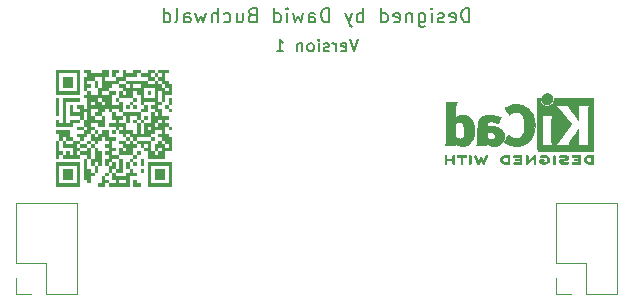
<source format=gbo>
%TF.GenerationSoftware,KiCad,Pcbnew,(5.1.10-0-10_14)*%
%TF.CreationDate,2021-05-08T11:54:01+02:00*%
%TF.ProjectId,USB_power_serial_breakout,5553425f-706f-4776-9572-5f7365726961,rev?*%
%TF.SameCoordinates,Original*%
%TF.FileFunction,Legend,Bot*%
%TF.FilePolarity,Positive*%
%FSLAX46Y46*%
G04 Gerber Fmt 4.6, Leading zero omitted, Abs format (unit mm)*
G04 Created by KiCad (PCBNEW (5.1.10-0-10_14)) date 2021-05-08 11:54:01*
%MOMM*%
%LPD*%
G01*
G04 APERTURE LIST*
%ADD10C,0.150000*%
%ADD11C,0.010000*%
%ADD12C,0.100000*%
%ADD13C,0.120000*%
G04 APERTURE END LIST*
D10*
X220646190Y-66127380D02*
X220312857Y-67127380D01*
X219979523Y-66127380D01*
X219265238Y-67079761D02*
X219360476Y-67127380D01*
X219550952Y-67127380D01*
X219646190Y-67079761D01*
X219693809Y-66984523D01*
X219693809Y-66603571D01*
X219646190Y-66508333D01*
X219550952Y-66460714D01*
X219360476Y-66460714D01*
X219265238Y-66508333D01*
X219217619Y-66603571D01*
X219217619Y-66698809D01*
X219693809Y-66794047D01*
X218789047Y-67127380D02*
X218789047Y-66460714D01*
X218789047Y-66651190D02*
X218741428Y-66555952D01*
X218693809Y-66508333D01*
X218598571Y-66460714D01*
X218503333Y-66460714D01*
X218217619Y-67079761D02*
X218122380Y-67127380D01*
X217931904Y-67127380D01*
X217836666Y-67079761D01*
X217789047Y-66984523D01*
X217789047Y-66936904D01*
X217836666Y-66841666D01*
X217931904Y-66794047D01*
X218074761Y-66794047D01*
X218170000Y-66746428D01*
X218217619Y-66651190D01*
X218217619Y-66603571D01*
X218170000Y-66508333D01*
X218074761Y-66460714D01*
X217931904Y-66460714D01*
X217836666Y-66508333D01*
X217360476Y-67127380D02*
X217360476Y-66460714D01*
X217360476Y-66127380D02*
X217408095Y-66175000D01*
X217360476Y-66222619D01*
X217312857Y-66175000D01*
X217360476Y-66127380D01*
X217360476Y-66222619D01*
X216741428Y-67127380D02*
X216836666Y-67079761D01*
X216884285Y-67032142D01*
X216931904Y-66936904D01*
X216931904Y-66651190D01*
X216884285Y-66555952D01*
X216836666Y-66508333D01*
X216741428Y-66460714D01*
X216598571Y-66460714D01*
X216503333Y-66508333D01*
X216455714Y-66555952D01*
X216408095Y-66651190D01*
X216408095Y-66936904D01*
X216455714Y-67032142D01*
X216503333Y-67079761D01*
X216598571Y-67127380D01*
X216741428Y-67127380D01*
X215979523Y-66460714D02*
X215979523Y-67127380D01*
X215979523Y-66555952D02*
X215931904Y-66508333D01*
X215836666Y-66460714D01*
X215693809Y-66460714D01*
X215598571Y-66508333D01*
X215550952Y-66603571D01*
X215550952Y-67127380D01*
X213789047Y-67127380D02*
X214360476Y-67127380D01*
X214074761Y-67127380D02*
X214074761Y-66127380D01*
X214170000Y-66270238D01*
X214265238Y-66365476D01*
X214360476Y-66413095D01*
X230112857Y-64677857D02*
X230112857Y-63477857D01*
X229827142Y-63477857D01*
X229655714Y-63535000D01*
X229541428Y-63649285D01*
X229484285Y-63763571D01*
X229427142Y-63992142D01*
X229427142Y-64163571D01*
X229484285Y-64392142D01*
X229541428Y-64506428D01*
X229655714Y-64620714D01*
X229827142Y-64677857D01*
X230112857Y-64677857D01*
X228455714Y-64620714D02*
X228570000Y-64677857D01*
X228798571Y-64677857D01*
X228912857Y-64620714D01*
X228970000Y-64506428D01*
X228970000Y-64049285D01*
X228912857Y-63935000D01*
X228798571Y-63877857D01*
X228570000Y-63877857D01*
X228455714Y-63935000D01*
X228398571Y-64049285D01*
X228398571Y-64163571D01*
X228970000Y-64277857D01*
X227941428Y-64620714D02*
X227827142Y-64677857D01*
X227598571Y-64677857D01*
X227484285Y-64620714D01*
X227427142Y-64506428D01*
X227427142Y-64449285D01*
X227484285Y-64335000D01*
X227598571Y-64277857D01*
X227770000Y-64277857D01*
X227884285Y-64220714D01*
X227941428Y-64106428D01*
X227941428Y-64049285D01*
X227884285Y-63935000D01*
X227770000Y-63877857D01*
X227598571Y-63877857D01*
X227484285Y-63935000D01*
X226912857Y-64677857D02*
X226912857Y-63877857D01*
X226912857Y-63477857D02*
X226970000Y-63535000D01*
X226912857Y-63592142D01*
X226855714Y-63535000D01*
X226912857Y-63477857D01*
X226912857Y-63592142D01*
X225827142Y-63877857D02*
X225827142Y-64849285D01*
X225884285Y-64963571D01*
X225941428Y-65020714D01*
X226055714Y-65077857D01*
X226227142Y-65077857D01*
X226341428Y-65020714D01*
X225827142Y-64620714D02*
X225941428Y-64677857D01*
X226170000Y-64677857D01*
X226284285Y-64620714D01*
X226341428Y-64563571D01*
X226398571Y-64449285D01*
X226398571Y-64106428D01*
X226341428Y-63992142D01*
X226284285Y-63935000D01*
X226170000Y-63877857D01*
X225941428Y-63877857D01*
X225827142Y-63935000D01*
X225255714Y-63877857D02*
X225255714Y-64677857D01*
X225255714Y-63992142D02*
X225198571Y-63935000D01*
X225084285Y-63877857D01*
X224912857Y-63877857D01*
X224798571Y-63935000D01*
X224741428Y-64049285D01*
X224741428Y-64677857D01*
X223712857Y-64620714D02*
X223827142Y-64677857D01*
X224055714Y-64677857D01*
X224170000Y-64620714D01*
X224227142Y-64506428D01*
X224227142Y-64049285D01*
X224170000Y-63935000D01*
X224055714Y-63877857D01*
X223827142Y-63877857D01*
X223712857Y-63935000D01*
X223655714Y-64049285D01*
X223655714Y-64163571D01*
X224227142Y-64277857D01*
X222627142Y-64677857D02*
X222627142Y-63477857D01*
X222627142Y-64620714D02*
X222741428Y-64677857D01*
X222970000Y-64677857D01*
X223084285Y-64620714D01*
X223141428Y-64563571D01*
X223198571Y-64449285D01*
X223198571Y-64106428D01*
X223141428Y-63992142D01*
X223084285Y-63935000D01*
X222970000Y-63877857D01*
X222741428Y-63877857D01*
X222627142Y-63935000D01*
X221141428Y-64677857D02*
X221141428Y-63477857D01*
X221141428Y-63935000D02*
X221027142Y-63877857D01*
X220798571Y-63877857D01*
X220684285Y-63935000D01*
X220627142Y-63992142D01*
X220570000Y-64106428D01*
X220570000Y-64449285D01*
X220627142Y-64563571D01*
X220684285Y-64620714D01*
X220798571Y-64677857D01*
X221027142Y-64677857D01*
X221141428Y-64620714D01*
X220170000Y-63877857D02*
X219884285Y-64677857D01*
X219598571Y-63877857D02*
X219884285Y-64677857D01*
X219998571Y-64963571D01*
X220055714Y-65020714D01*
X220170000Y-65077857D01*
X218227142Y-64677857D02*
X218227142Y-63477857D01*
X217941428Y-63477857D01*
X217770000Y-63535000D01*
X217655714Y-63649285D01*
X217598571Y-63763571D01*
X217541428Y-63992142D01*
X217541428Y-64163571D01*
X217598571Y-64392142D01*
X217655714Y-64506428D01*
X217770000Y-64620714D01*
X217941428Y-64677857D01*
X218227142Y-64677857D01*
X216512857Y-64677857D02*
X216512857Y-64049285D01*
X216570000Y-63935000D01*
X216684285Y-63877857D01*
X216912857Y-63877857D01*
X217027142Y-63935000D01*
X216512857Y-64620714D02*
X216627142Y-64677857D01*
X216912857Y-64677857D01*
X217027142Y-64620714D01*
X217084285Y-64506428D01*
X217084285Y-64392142D01*
X217027142Y-64277857D01*
X216912857Y-64220714D01*
X216627142Y-64220714D01*
X216512857Y-64163571D01*
X216055714Y-63877857D02*
X215827142Y-64677857D01*
X215598571Y-64106428D01*
X215370000Y-64677857D01*
X215141428Y-63877857D01*
X214684285Y-64677857D02*
X214684285Y-63877857D01*
X214684285Y-63477857D02*
X214741428Y-63535000D01*
X214684285Y-63592142D01*
X214627142Y-63535000D01*
X214684285Y-63477857D01*
X214684285Y-63592142D01*
X213598571Y-64677857D02*
X213598571Y-63477857D01*
X213598571Y-64620714D02*
X213712857Y-64677857D01*
X213941428Y-64677857D01*
X214055714Y-64620714D01*
X214112857Y-64563571D01*
X214170000Y-64449285D01*
X214170000Y-64106428D01*
X214112857Y-63992142D01*
X214055714Y-63935000D01*
X213941428Y-63877857D01*
X213712857Y-63877857D01*
X213598571Y-63935000D01*
X211712857Y-64049285D02*
X211541428Y-64106428D01*
X211484285Y-64163571D01*
X211427142Y-64277857D01*
X211427142Y-64449285D01*
X211484285Y-64563571D01*
X211541428Y-64620714D01*
X211655714Y-64677857D01*
X212112857Y-64677857D01*
X212112857Y-63477857D01*
X211712857Y-63477857D01*
X211598571Y-63535000D01*
X211541428Y-63592142D01*
X211484285Y-63706428D01*
X211484285Y-63820714D01*
X211541428Y-63935000D01*
X211598571Y-63992142D01*
X211712857Y-64049285D01*
X212112857Y-64049285D01*
X210398571Y-63877857D02*
X210398571Y-64677857D01*
X210912857Y-63877857D02*
X210912857Y-64506428D01*
X210855714Y-64620714D01*
X210741428Y-64677857D01*
X210570000Y-64677857D01*
X210455714Y-64620714D01*
X210398571Y-64563571D01*
X209312857Y-64620714D02*
X209427142Y-64677857D01*
X209655714Y-64677857D01*
X209770000Y-64620714D01*
X209827142Y-64563571D01*
X209884285Y-64449285D01*
X209884285Y-64106428D01*
X209827142Y-63992142D01*
X209770000Y-63935000D01*
X209655714Y-63877857D01*
X209427142Y-63877857D01*
X209312857Y-63935000D01*
X208798571Y-64677857D02*
X208798571Y-63477857D01*
X208284285Y-64677857D02*
X208284285Y-64049285D01*
X208341428Y-63935000D01*
X208455714Y-63877857D01*
X208627142Y-63877857D01*
X208741428Y-63935000D01*
X208798571Y-63992142D01*
X207827142Y-63877857D02*
X207598571Y-64677857D01*
X207370000Y-64106428D01*
X207141428Y-64677857D01*
X206912857Y-63877857D01*
X205941428Y-64677857D02*
X205941428Y-64049285D01*
X205998571Y-63935000D01*
X206112857Y-63877857D01*
X206341428Y-63877857D01*
X206455714Y-63935000D01*
X205941428Y-64620714D02*
X206055714Y-64677857D01*
X206341428Y-64677857D01*
X206455714Y-64620714D01*
X206512857Y-64506428D01*
X206512857Y-64392142D01*
X206455714Y-64277857D01*
X206341428Y-64220714D01*
X206055714Y-64220714D01*
X205941428Y-64163571D01*
X205198571Y-64677857D02*
X205312857Y-64620714D01*
X205370000Y-64506428D01*
X205370000Y-63477857D01*
X204227142Y-64677857D02*
X204227142Y-63477857D01*
X204227142Y-64620714D02*
X204341428Y-64677857D01*
X204570000Y-64677857D01*
X204684285Y-64620714D01*
X204741428Y-64563571D01*
X204798571Y-64449285D01*
X204798571Y-64106428D01*
X204741428Y-63992142D01*
X204684285Y-63935000D01*
X204570000Y-63877857D01*
X204341428Y-63877857D01*
X204227142Y-63935000D01*
D11*
%TO.C,REF\u002A\u002A*%
G36*
X237261400Y-71149054D02*
G01*
X237250535Y-71262993D01*
X237218918Y-71370616D01*
X237168015Y-71469615D01*
X237099293Y-71557684D01*
X237014219Y-71632516D01*
X236917232Y-71690384D01*
X236810964Y-71730005D01*
X236703950Y-71748573D01*
X236598300Y-71747434D01*
X236496125Y-71727930D01*
X236399534Y-71691406D01*
X236310638Y-71639205D01*
X236231546Y-71572673D01*
X236164369Y-71493152D01*
X236111217Y-71401987D01*
X236074199Y-71300523D01*
X236055427Y-71190102D01*
X236053489Y-71140206D01*
X236053489Y-71052267D01*
X236001560Y-71052267D01*
X235965253Y-71055111D01*
X235938355Y-71066911D01*
X235911249Y-71090649D01*
X235872867Y-71129031D01*
X235872867Y-73320602D01*
X235872876Y-73582739D01*
X235872908Y-73823241D01*
X235872972Y-74043048D01*
X235873076Y-74243101D01*
X235873227Y-74424344D01*
X235873434Y-74587716D01*
X235873706Y-74734160D01*
X235874050Y-74864617D01*
X235874474Y-74980029D01*
X235874987Y-75081338D01*
X235875597Y-75169484D01*
X235876312Y-75245410D01*
X235877140Y-75310057D01*
X235878089Y-75364367D01*
X235879167Y-75409280D01*
X235880383Y-75445740D01*
X235881745Y-75474687D01*
X235883261Y-75497063D01*
X235884938Y-75513809D01*
X235886786Y-75525868D01*
X235888813Y-75534180D01*
X235891025Y-75539687D01*
X235892108Y-75541537D01*
X235896271Y-75548549D01*
X235899805Y-75554996D01*
X235903635Y-75560900D01*
X235908682Y-75566286D01*
X235915871Y-75571178D01*
X235926123Y-75575598D01*
X235940364Y-75579572D01*
X235959514Y-75583121D01*
X235984499Y-75586270D01*
X236016240Y-75589042D01*
X236055662Y-75591461D01*
X236103686Y-75593551D01*
X236161237Y-75595335D01*
X236229237Y-75596837D01*
X236308610Y-75598080D01*
X236400279Y-75599089D01*
X236505166Y-75599885D01*
X236624196Y-75600494D01*
X236758290Y-75600939D01*
X236908373Y-75601243D01*
X237075367Y-75601430D01*
X237260196Y-75601524D01*
X237463783Y-75601548D01*
X237687050Y-75601525D01*
X237930922Y-75601480D01*
X238196321Y-75601437D01*
X238234704Y-75601432D01*
X238501682Y-75601389D01*
X238747002Y-75601318D01*
X238971583Y-75601213D01*
X239176345Y-75601066D01*
X239362206Y-75600869D01*
X239530088Y-75600616D01*
X239680908Y-75600300D01*
X239815587Y-75599913D01*
X239935044Y-75599447D01*
X240040199Y-75598897D01*
X240131971Y-75598253D01*
X240211279Y-75597511D01*
X240279043Y-75596661D01*
X240336182Y-75595697D01*
X240383617Y-75594611D01*
X240422266Y-75593397D01*
X240453049Y-75592047D01*
X240476885Y-75590555D01*
X240494694Y-75588911D01*
X240507395Y-75587111D01*
X240515908Y-75585145D01*
X240520266Y-75583477D01*
X240528728Y-75579906D01*
X240536497Y-75577270D01*
X240543602Y-75574634D01*
X240550073Y-75571062D01*
X240555939Y-75565621D01*
X240561229Y-75557375D01*
X240565974Y-75545390D01*
X240570202Y-75528731D01*
X240573943Y-75506463D01*
X240577227Y-75477652D01*
X240580083Y-75441363D01*
X240582540Y-75396661D01*
X240584629Y-75342611D01*
X240586378Y-75278279D01*
X240587817Y-75202730D01*
X240588976Y-75115030D01*
X240589883Y-75014243D01*
X240590569Y-74899434D01*
X240591063Y-74769670D01*
X240591395Y-74624015D01*
X240591593Y-74461535D01*
X240591687Y-74281295D01*
X240591708Y-74082360D01*
X240591685Y-73863796D01*
X240591646Y-73624668D01*
X240591622Y-73364040D01*
X240591622Y-73321889D01*
X240591636Y-73058992D01*
X240591661Y-72817732D01*
X240591671Y-72597165D01*
X240591642Y-72396352D01*
X240591548Y-72214349D01*
X240591362Y-72050216D01*
X240591059Y-71903011D01*
X240590614Y-71771792D01*
X240590034Y-71661867D01*
X240287197Y-71661867D01*
X240247407Y-71719711D01*
X240236236Y-71735479D01*
X240226166Y-71749441D01*
X240217138Y-71762784D01*
X240209097Y-71776693D01*
X240201986Y-71792356D01*
X240195747Y-71810958D01*
X240190325Y-71833686D01*
X240185662Y-71861727D01*
X240181701Y-71896267D01*
X240178385Y-71938492D01*
X240175659Y-71989589D01*
X240173464Y-72050744D01*
X240171745Y-72123144D01*
X240170444Y-72207975D01*
X240169505Y-72306422D01*
X240168870Y-72419674D01*
X240168484Y-72548916D01*
X240168288Y-72695334D01*
X240168227Y-72860116D01*
X240168243Y-73044447D01*
X240168280Y-73249513D01*
X240168289Y-73372133D01*
X240168265Y-73589082D01*
X240168231Y-73784642D01*
X240168243Y-73959999D01*
X240168358Y-74116341D01*
X240168630Y-74254857D01*
X240169118Y-74376734D01*
X240169876Y-74483160D01*
X240170962Y-74575322D01*
X240172431Y-74654409D01*
X240174340Y-74721608D01*
X240176744Y-74778107D01*
X240179701Y-74825093D01*
X240183266Y-74863755D01*
X240187495Y-74895280D01*
X240192446Y-74920855D01*
X240198173Y-74941670D01*
X240204733Y-74958911D01*
X240212183Y-74973765D01*
X240220579Y-74987422D01*
X240229976Y-75001069D01*
X240240432Y-75015893D01*
X240246523Y-75024783D01*
X240285296Y-75082400D01*
X239753732Y-75082400D01*
X239630483Y-75082365D01*
X239527987Y-75082215D01*
X239444420Y-75081878D01*
X239377956Y-75081286D01*
X239326771Y-75080367D01*
X239289041Y-75079051D01*
X239262940Y-75077269D01*
X239246644Y-75074951D01*
X239238328Y-75072026D01*
X239236168Y-75068424D01*
X239238339Y-75064075D01*
X239239535Y-75062645D01*
X239264685Y-75025573D01*
X239290583Y-74972772D01*
X239314192Y-74910770D01*
X239322461Y-74884357D01*
X239327078Y-74866416D01*
X239330979Y-74845355D01*
X239334248Y-74819089D01*
X239336966Y-74785532D01*
X239339215Y-74742599D01*
X239341077Y-74688204D01*
X239342636Y-74620262D01*
X239343972Y-74536688D01*
X239345169Y-74435395D01*
X239346308Y-74314300D01*
X239346685Y-74269600D01*
X239347702Y-74144449D01*
X239348460Y-74040082D01*
X239348903Y-73954707D01*
X239348970Y-73886533D01*
X239348605Y-73833765D01*
X239347748Y-73794614D01*
X239346341Y-73767285D01*
X239344325Y-73749986D01*
X239341643Y-73740926D01*
X239338236Y-73738312D01*
X239334044Y-73740351D01*
X239329571Y-73744667D01*
X239319216Y-73757602D01*
X239297158Y-73786676D01*
X239264957Y-73829759D01*
X239224174Y-73884718D01*
X239176370Y-73949423D01*
X239123105Y-74021742D01*
X239065940Y-74099544D01*
X239006437Y-74180698D01*
X238946155Y-74263072D01*
X238886655Y-74344536D01*
X238829498Y-74422957D01*
X238776245Y-74496204D01*
X238728457Y-74562147D01*
X238687693Y-74618654D01*
X238655516Y-74663593D01*
X238633485Y-74694834D01*
X238628917Y-74701466D01*
X238605996Y-74738369D01*
X238579188Y-74786359D01*
X238553789Y-74835897D01*
X238550568Y-74842577D01*
X238528890Y-74890772D01*
X238516304Y-74928334D01*
X238510574Y-74964160D01*
X238509456Y-75006200D01*
X238510090Y-75082400D01*
X237355651Y-75082400D01*
X237446815Y-74988669D01*
X237493612Y-74938775D01*
X237543899Y-74882295D01*
X237589944Y-74828026D01*
X237610369Y-74802673D01*
X237640807Y-74763128D01*
X237680862Y-74709916D01*
X237729361Y-74644667D01*
X237785135Y-74569011D01*
X237847011Y-74484577D01*
X237913819Y-74392994D01*
X237984387Y-74295892D01*
X238057545Y-74194901D01*
X238132121Y-74091650D01*
X238206944Y-73987768D01*
X238280843Y-73884885D01*
X238352646Y-73784631D01*
X238421184Y-73688636D01*
X238485284Y-73598527D01*
X238543775Y-73515936D01*
X238595486Y-73442492D01*
X238639247Y-73379824D01*
X238673885Y-73329561D01*
X238698230Y-73293334D01*
X238711111Y-73272771D01*
X238712869Y-73268668D01*
X238704910Y-73257342D01*
X238684115Y-73230162D01*
X238651847Y-73188829D01*
X238609470Y-73135044D01*
X238558347Y-73070506D01*
X238499841Y-72996918D01*
X238435314Y-72915978D01*
X238366131Y-72829388D01*
X238293653Y-72738848D01*
X238219246Y-72646060D01*
X238159517Y-72571702D01*
X237148511Y-72571702D01*
X237142602Y-72584659D01*
X237128272Y-72606908D01*
X237127225Y-72608391D01*
X237108438Y-72638544D01*
X237088791Y-72675375D01*
X237084892Y-72683511D01*
X237081356Y-72691940D01*
X237078230Y-72702059D01*
X237075486Y-72715260D01*
X237073092Y-72732938D01*
X237071019Y-72756484D01*
X237069235Y-72787293D01*
X237067712Y-72826757D01*
X237066419Y-72876269D01*
X237065326Y-72937223D01*
X237064403Y-73011011D01*
X237063619Y-73099028D01*
X237062945Y-73202665D01*
X237062350Y-73323316D01*
X237061805Y-73462374D01*
X237061279Y-73621232D01*
X237060745Y-73800089D01*
X237060206Y-73985207D01*
X237059772Y-74149145D01*
X237059509Y-74293303D01*
X237059484Y-74419079D01*
X237059765Y-74527871D01*
X237060419Y-74621077D01*
X237061514Y-74700097D01*
X237063118Y-74766328D01*
X237065297Y-74821170D01*
X237068119Y-74866021D01*
X237071651Y-74902278D01*
X237075961Y-74931341D01*
X237081117Y-74954609D01*
X237087185Y-74973479D01*
X237094233Y-74989351D01*
X237102329Y-75003622D01*
X237111540Y-75017691D01*
X237120040Y-75030158D01*
X237137176Y-75056452D01*
X237147322Y-75074037D01*
X237148511Y-75077257D01*
X237137604Y-75078334D01*
X237106411Y-75079335D01*
X237057223Y-75080235D01*
X236992333Y-75081010D01*
X236914030Y-75081637D01*
X236824607Y-75082091D01*
X236726356Y-75082349D01*
X236657445Y-75082400D01*
X236552452Y-75082180D01*
X236455610Y-75081548D01*
X236369107Y-75080549D01*
X236295132Y-75079227D01*
X236235874Y-75077626D01*
X236193520Y-75075791D01*
X236170260Y-75073765D01*
X236166378Y-75072493D01*
X236174076Y-75057591D01*
X236182074Y-75049560D01*
X236195246Y-75032434D01*
X236212485Y-75002183D01*
X236224407Y-74977622D01*
X236251045Y-74918711D01*
X236254120Y-73741845D01*
X236257195Y-72564978D01*
X236702853Y-72564978D01*
X236800670Y-72565142D01*
X236891064Y-72565611D01*
X236971630Y-72566347D01*
X237039962Y-72567316D01*
X237093656Y-72568480D01*
X237130305Y-72569803D01*
X237147504Y-72571249D01*
X237148511Y-72571702D01*
X238159517Y-72571702D01*
X238144270Y-72552722D01*
X238070090Y-72460537D01*
X237998069Y-72371204D01*
X237929569Y-72286424D01*
X237865955Y-72207898D01*
X237808588Y-72137326D01*
X237758833Y-72076409D01*
X237718052Y-72026847D01*
X237700888Y-72006178D01*
X237614596Y-71905516D01*
X237537997Y-71822259D01*
X237469183Y-71754438D01*
X237406248Y-71700089D01*
X237396867Y-71692722D01*
X237357356Y-71662117D01*
X238489116Y-71661867D01*
X238483827Y-71709844D01*
X238487130Y-71767188D01*
X238508661Y-71835463D01*
X238548635Y-71915212D01*
X238593943Y-71987495D01*
X238610161Y-72010140D01*
X238638214Y-72047696D01*
X238676430Y-72098021D01*
X238723137Y-72158973D01*
X238776661Y-72228411D01*
X238835331Y-72304194D01*
X238897475Y-72384180D01*
X238961421Y-72466228D01*
X239025495Y-72548196D01*
X239088027Y-72627943D01*
X239147343Y-72703327D01*
X239201771Y-72772207D01*
X239249639Y-72832442D01*
X239289275Y-72881889D01*
X239319006Y-72918408D01*
X239337161Y-72939858D01*
X239340220Y-72943156D01*
X239343079Y-72935149D01*
X239345293Y-72904855D01*
X239346857Y-72852556D01*
X239347767Y-72778531D01*
X239348020Y-72683063D01*
X239347613Y-72566434D01*
X239346704Y-72446445D01*
X239345382Y-72314333D01*
X239343857Y-72202594D01*
X239341881Y-72109025D01*
X239339206Y-72031419D01*
X239335582Y-71967574D01*
X239330761Y-71915283D01*
X239324494Y-71872344D01*
X239316532Y-71836551D01*
X239306627Y-71805700D01*
X239294531Y-71777586D01*
X239279993Y-71750005D01*
X239265311Y-71724966D01*
X239227314Y-71661867D01*
X240287197Y-71661867D01*
X240590034Y-71661867D01*
X240590001Y-71655617D01*
X240589195Y-71553544D01*
X240588170Y-71464633D01*
X240586900Y-71387941D01*
X240585360Y-71322527D01*
X240583524Y-71267449D01*
X240581367Y-71221765D01*
X240578863Y-71184534D01*
X240575987Y-71154813D01*
X240572713Y-71131662D01*
X240569015Y-71114139D01*
X240564869Y-71101301D01*
X240560247Y-71092208D01*
X240555126Y-71085918D01*
X240549478Y-71081488D01*
X240543279Y-71077978D01*
X240536504Y-71074445D01*
X240530508Y-71070876D01*
X240525275Y-71068300D01*
X240517099Y-71065972D01*
X240504886Y-71063878D01*
X240487541Y-71062007D01*
X240463969Y-71060347D01*
X240433077Y-71058884D01*
X240393768Y-71057608D01*
X240344950Y-71056504D01*
X240285527Y-71055561D01*
X240214404Y-71054767D01*
X240130488Y-71054109D01*
X240032683Y-71053575D01*
X239919894Y-71053153D01*
X239791029Y-71052829D01*
X239644991Y-71052592D01*
X239480686Y-71052430D01*
X239297020Y-71052330D01*
X239092897Y-71052280D01*
X238881753Y-71052267D01*
X237261400Y-71052267D01*
X237261400Y-71149054D01*
G37*
X237261400Y-71149054D02*
X237250535Y-71262993D01*
X237218918Y-71370616D01*
X237168015Y-71469615D01*
X237099293Y-71557684D01*
X237014219Y-71632516D01*
X236917232Y-71690384D01*
X236810964Y-71730005D01*
X236703950Y-71748573D01*
X236598300Y-71747434D01*
X236496125Y-71727930D01*
X236399534Y-71691406D01*
X236310638Y-71639205D01*
X236231546Y-71572673D01*
X236164369Y-71493152D01*
X236111217Y-71401987D01*
X236074199Y-71300523D01*
X236055427Y-71190102D01*
X236053489Y-71140206D01*
X236053489Y-71052267D01*
X236001560Y-71052267D01*
X235965253Y-71055111D01*
X235938355Y-71066911D01*
X235911249Y-71090649D01*
X235872867Y-71129031D01*
X235872867Y-73320602D01*
X235872876Y-73582739D01*
X235872908Y-73823241D01*
X235872972Y-74043048D01*
X235873076Y-74243101D01*
X235873227Y-74424344D01*
X235873434Y-74587716D01*
X235873706Y-74734160D01*
X235874050Y-74864617D01*
X235874474Y-74980029D01*
X235874987Y-75081338D01*
X235875597Y-75169484D01*
X235876312Y-75245410D01*
X235877140Y-75310057D01*
X235878089Y-75364367D01*
X235879167Y-75409280D01*
X235880383Y-75445740D01*
X235881745Y-75474687D01*
X235883261Y-75497063D01*
X235884938Y-75513809D01*
X235886786Y-75525868D01*
X235888813Y-75534180D01*
X235891025Y-75539687D01*
X235892108Y-75541537D01*
X235896271Y-75548549D01*
X235899805Y-75554996D01*
X235903635Y-75560900D01*
X235908682Y-75566286D01*
X235915871Y-75571178D01*
X235926123Y-75575598D01*
X235940364Y-75579572D01*
X235959514Y-75583121D01*
X235984499Y-75586270D01*
X236016240Y-75589042D01*
X236055662Y-75591461D01*
X236103686Y-75593551D01*
X236161237Y-75595335D01*
X236229237Y-75596837D01*
X236308610Y-75598080D01*
X236400279Y-75599089D01*
X236505166Y-75599885D01*
X236624196Y-75600494D01*
X236758290Y-75600939D01*
X236908373Y-75601243D01*
X237075367Y-75601430D01*
X237260196Y-75601524D01*
X237463783Y-75601548D01*
X237687050Y-75601525D01*
X237930922Y-75601480D01*
X238196321Y-75601437D01*
X238234704Y-75601432D01*
X238501682Y-75601389D01*
X238747002Y-75601318D01*
X238971583Y-75601213D01*
X239176345Y-75601066D01*
X239362206Y-75600869D01*
X239530088Y-75600616D01*
X239680908Y-75600300D01*
X239815587Y-75599913D01*
X239935044Y-75599447D01*
X240040199Y-75598897D01*
X240131971Y-75598253D01*
X240211279Y-75597511D01*
X240279043Y-75596661D01*
X240336182Y-75595697D01*
X240383617Y-75594611D01*
X240422266Y-75593397D01*
X240453049Y-75592047D01*
X240476885Y-75590555D01*
X240494694Y-75588911D01*
X240507395Y-75587111D01*
X240515908Y-75585145D01*
X240520266Y-75583477D01*
X240528728Y-75579906D01*
X240536497Y-75577270D01*
X240543602Y-75574634D01*
X240550073Y-75571062D01*
X240555939Y-75565621D01*
X240561229Y-75557375D01*
X240565974Y-75545390D01*
X240570202Y-75528731D01*
X240573943Y-75506463D01*
X240577227Y-75477652D01*
X240580083Y-75441363D01*
X240582540Y-75396661D01*
X240584629Y-75342611D01*
X240586378Y-75278279D01*
X240587817Y-75202730D01*
X240588976Y-75115030D01*
X240589883Y-75014243D01*
X240590569Y-74899434D01*
X240591063Y-74769670D01*
X240591395Y-74624015D01*
X240591593Y-74461535D01*
X240591687Y-74281295D01*
X240591708Y-74082360D01*
X240591685Y-73863796D01*
X240591646Y-73624668D01*
X240591622Y-73364040D01*
X240591622Y-73321889D01*
X240591636Y-73058992D01*
X240591661Y-72817732D01*
X240591671Y-72597165D01*
X240591642Y-72396352D01*
X240591548Y-72214349D01*
X240591362Y-72050216D01*
X240591059Y-71903011D01*
X240590614Y-71771792D01*
X240590034Y-71661867D01*
X240287197Y-71661867D01*
X240247407Y-71719711D01*
X240236236Y-71735479D01*
X240226166Y-71749441D01*
X240217138Y-71762784D01*
X240209097Y-71776693D01*
X240201986Y-71792356D01*
X240195747Y-71810958D01*
X240190325Y-71833686D01*
X240185662Y-71861727D01*
X240181701Y-71896267D01*
X240178385Y-71938492D01*
X240175659Y-71989589D01*
X240173464Y-72050744D01*
X240171745Y-72123144D01*
X240170444Y-72207975D01*
X240169505Y-72306422D01*
X240168870Y-72419674D01*
X240168484Y-72548916D01*
X240168288Y-72695334D01*
X240168227Y-72860116D01*
X240168243Y-73044447D01*
X240168280Y-73249513D01*
X240168289Y-73372133D01*
X240168265Y-73589082D01*
X240168231Y-73784642D01*
X240168243Y-73959999D01*
X240168358Y-74116341D01*
X240168630Y-74254857D01*
X240169118Y-74376734D01*
X240169876Y-74483160D01*
X240170962Y-74575322D01*
X240172431Y-74654409D01*
X240174340Y-74721608D01*
X240176744Y-74778107D01*
X240179701Y-74825093D01*
X240183266Y-74863755D01*
X240187495Y-74895280D01*
X240192446Y-74920855D01*
X240198173Y-74941670D01*
X240204733Y-74958911D01*
X240212183Y-74973765D01*
X240220579Y-74987422D01*
X240229976Y-75001069D01*
X240240432Y-75015893D01*
X240246523Y-75024783D01*
X240285296Y-75082400D01*
X239753732Y-75082400D01*
X239630483Y-75082365D01*
X239527987Y-75082215D01*
X239444420Y-75081878D01*
X239377956Y-75081286D01*
X239326771Y-75080367D01*
X239289041Y-75079051D01*
X239262940Y-75077269D01*
X239246644Y-75074951D01*
X239238328Y-75072026D01*
X239236168Y-75068424D01*
X239238339Y-75064075D01*
X239239535Y-75062645D01*
X239264685Y-75025573D01*
X239290583Y-74972772D01*
X239314192Y-74910770D01*
X239322461Y-74884357D01*
X239327078Y-74866416D01*
X239330979Y-74845355D01*
X239334248Y-74819089D01*
X239336966Y-74785532D01*
X239339215Y-74742599D01*
X239341077Y-74688204D01*
X239342636Y-74620262D01*
X239343972Y-74536688D01*
X239345169Y-74435395D01*
X239346308Y-74314300D01*
X239346685Y-74269600D01*
X239347702Y-74144449D01*
X239348460Y-74040082D01*
X239348903Y-73954707D01*
X239348970Y-73886533D01*
X239348605Y-73833765D01*
X239347748Y-73794614D01*
X239346341Y-73767285D01*
X239344325Y-73749986D01*
X239341643Y-73740926D01*
X239338236Y-73738312D01*
X239334044Y-73740351D01*
X239329571Y-73744667D01*
X239319216Y-73757602D01*
X239297158Y-73786676D01*
X239264957Y-73829759D01*
X239224174Y-73884718D01*
X239176370Y-73949423D01*
X239123105Y-74021742D01*
X239065940Y-74099544D01*
X239006437Y-74180698D01*
X238946155Y-74263072D01*
X238886655Y-74344536D01*
X238829498Y-74422957D01*
X238776245Y-74496204D01*
X238728457Y-74562147D01*
X238687693Y-74618654D01*
X238655516Y-74663593D01*
X238633485Y-74694834D01*
X238628917Y-74701466D01*
X238605996Y-74738369D01*
X238579188Y-74786359D01*
X238553789Y-74835897D01*
X238550568Y-74842577D01*
X238528890Y-74890772D01*
X238516304Y-74928334D01*
X238510574Y-74964160D01*
X238509456Y-75006200D01*
X238510090Y-75082400D01*
X237355651Y-75082400D01*
X237446815Y-74988669D01*
X237493612Y-74938775D01*
X237543899Y-74882295D01*
X237589944Y-74828026D01*
X237610369Y-74802673D01*
X237640807Y-74763128D01*
X237680862Y-74709916D01*
X237729361Y-74644667D01*
X237785135Y-74569011D01*
X237847011Y-74484577D01*
X237913819Y-74392994D01*
X237984387Y-74295892D01*
X238057545Y-74194901D01*
X238132121Y-74091650D01*
X238206944Y-73987768D01*
X238280843Y-73884885D01*
X238352646Y-73784631D01*
X238421184Y-73688636D01*
X238485284Y-73598527D01*
X238543775Y-73515936D01*
X238595486Y-73442492D01*
X238639247Y-73379824D01*
X238673885Y-73329561D01*
X238698230Y-73293334D01*
X238711111Y-73272771D01*
X238712869Y-73268668D01*
X238704910Y-73257342D01*
X238684115Y-73230162D01*
X238651847Y-73188829D01*
X238609470Y-73135044D01*
X238558347Y-73070506D01*
X238499841Y-72996918D01*
X238435314Y-72915978D01*
X238366131Y-72829388D01*
X238293653Y-72738848D01*
X238219246Y-72646060D01*
X238159517Y-72571702D01*
X237148511Y-72571702D01*
X237142602Y-72584659D01*
X237128272Y-72606908D01*
X237127225Y-72608391D01*
X237108438Y-72638544D01*
X237088791Y-72675375D01*
X237084892Y-72683511D01*
X237081356Y-72691940D01*
X237078230Y-72702059D01*
X237075486Y-72715260D01*
X237073092Y-72732938D01*
X237071019Y-72756484D01*
X237069235Y-72787293D01*
X237067712Y-72826757D01*
X237066419Y-72876269D01*
X237065326Y-72937223D01*
X237064403Y-73011011D01*
X237063619Y-73099028D01*
X237062945Y-73202665D01*
X237062350Y-73323316D01*
X237061805Y-73462374D01*
X237061279Y-73621232D01*
X237060745Y-73800089D01*
X237060206Y-73985207D01*
X237059772Y-74149145D01*
X237059509Y-74293303D01*
X237059484Y-74419079D01*
X237059765Y-74527871D01*
X237060419Y-74621077D01*
X237061514Y-74700097D01*
X237063118Y-74766328D01*
X237065297Y-74821170D01*
X237068119Y-74866021D01*
X237071651Y-74902278D01*
X237075961Y-74931341D01*
X237081117Y-74954609D01*
X237087185Y-74973479D01*
X237094233Y-74989351D01*
X237102329Y-75003622D01*
X237111540Y-75017691D01*
X237120040Y-75030158D01*
X237137176Y-75056452D01*
X237147322Y-75074037D01*
X237148511Y-75077257D01*
X237137604Y-75078334D01*
X237106411Y-75079335D01*
X237057223Y-75080235D01*
X236992333Y-75081010D01*
X236914030Y-75081637D01*
X236824607Y-75082091D01*
X236726356Y-75082349D01*
X236657445Y-75082400D01*
X236552452Y-75082180D01*
X236455610Y-75081548D01*
X236369107Y-75080549D01*
X236295132Y-75079227D01*
X236235874Y-75077626D01*
X236193520Y-75075791D01*
X236170260Y-75073765D01*
X236166378Y-75072493D01*
X236174076Y-75057591D01*
X236182074Y-75049560D01*
X236195246Y-75032434D01*
X236212485Y-75002183D01*
X236224407Y-74977622D01*
X236251045Y-74918711D01*
X236254120Y-73741845D01*
X236257195Y-72564978D01*
X236702853Y-72564978D01*
X236800670Y-72565142D01*
X236891064Y-72565611D01*
X236971630Y-72566347D01*
X237039962Y-72567316D01*
X237093656Y-72568480D01*
X237130305Y-72569803D01*
X237147504Y-72571249D01*
X237148511Y-72571702D01*
X238159517Y-72571702D01*
X238144270Y-72552722D01*
X238070090Y-72460537D01*
X237998069Y-72371204D01*
X237929569Y-72286424D01*
X237865955Y-72207898D01*
X237808588Y-72137326D01*
X237758833Y-72076409D01*
X237718052Y-72026847D01*
X237700888Y-72006178D01*
X237614596Y-71905516D01*
X237537997Y-71822259D01*
X237469183Y-71754438D01*
X237406248Y-71700089D01*
X237396867Y-71692722D01*
X237357356Y-71662117D01*
X238489116Y-71661867D01*
X238483827Y-71709844D01*
X238487130Y-71767188D01*
X238508661Y-71835463D01*
X238548635Y-71915212D01*
X238593943Y-71987495D01*
X238610161Y-72010140D01*
X238638214Y-72047696D01*
X238676430Y-72098021D01*
X238723137Y-72158973D01*
X238776661Y-72228411D01*
X238835331Y-72304194D01*
X238897475Y-72384180D01*
X238961421Y-72466228D01*
X239025495Y-72548196D01*
X239088027Y-72627943D01*
X239147343Y-72703327D01*
X239201771Y-72772207D01*
X239249639Y-72832442D01*
X239289275Y-72881889D01*
X239319006Y-72918408D01*
X239337161Y-72939858D01*
X239340220Y-72943156D01*
X239343079Y-72935149D01*
X239345293Y-72904855D01*
X239346857Y-72852556D01*
X239347767Y-72778531D01*
X239348020Y-72683063D01*
X239347613Y-72566434D01*
X239346704Y-72446445D01*
X239345382Y-72314333D01*
X239343857Y-72202594D01*
X239341881Y-72109025D01*
X239339206Y-72031419D01*
X239335582Y-71967574D01*
X239330761Y-71915283D01*
X239324494Y-71872344D01*
X239316532Y-71836551D01*
X239306627Y-71805700D01*
X239294531Y-71777586D01*
X239279993Y-71750005D01*
X239265311Y-71724966D01*
X239227314Y-71661867D01*
X240287197Y-71661867D01*
X240590034Y-71661867D01*
X240590001Y-71655617D01*
X240589195Y-71553544D01*
X240588170Y-71464633D01*
X240586900Y-71387941D01*
X240585360Y-71322527D01*
X240583524Y-71267449D01*
X240581367Y-71221765D01*
X240578863Y-71184534D01*
X240575987Y-71154813D01*
X240572713Y-71131662D01*
X240569015Y-71114139D01*
X240564869Y-71101301D01*
X240560247Y-71092208D01*
X240555126Y-71085918D01*
X240549478Y-71081488D01*
X240543279Y-71077978D01*
X240536504Y-71074445D01*
X240530508Y-71070876D01*
X240525275Y-71068300D01*
X240517099Y-71065972D01*
X240504886Y-71063878D01*
X240487541Y-71062007D01*
X240463969Y-71060347D01*
X240433077Y-71058884D01*
X240393768Y-71057608D01*
X240344950Y-71056504D01*
X240285527Y-71055561D01*
X240214404Y-71054767D01*
X240130488Y-71054109D01*
X240032683Y-71053575D01*
X239919894Y-71053153D01*
X239791029Y-71052829D01*
X239644991Y-71052592D01*
X239480686Y-71052430D01*
X239297020Y-71052330D01*
X239092897Y-71052280D01*
X238881753Y-71052267D01*
X237261400Y-71052267D01*
X237261400Y-71149054D01*
G36*
X233986571Y-71609071D02*
G01*
X233826430Y-71630245D01*
X233662490Y-71670385D01*
X233492687Y-71729889D01*
X233314957Y-71809154D01*
X233303690Y-71814699D01*
X233245995Y-71842725D01*
X233194448Y-71866802D01*
X233152809Y-71885249D01*
X233124838Y-71896386D01*
X233115267Y-71898933D01*
X233096050Y-71903941D01*
X233091439Y-71908147D01*
X233096542Y-71918580D01*
X233112582Y-71944868D01*
X233137712Y-71984257D01*
X233170086Y-72033991D01*
X233207857Y-72091315D01*
X233249178Y-72153476D01*
X233292202Y-72217718D01*
X233335083Y-72281285D01*
X233375974Y-72341425D01*
X233413029Y-72395380D01*
X233444400Y-72440397D01*
X233468241Y-72473721D01*
X233482706Y-72492597D01*
X233484691Y-72494787D01*
X233494809Y-72490138D01*
X233517150Y-72472962D01*
X233547720Y-72446440D01*
X233563464Y-72431964D01*
X233659953Y-72356682D01*
X233766664Y-72301241D01*
X233882168Y-72266141D01*
X234005038Y-72251880D01*
X234074439Y-72253051D01*
X234195577Y-72270212D01*
X234304795Y-72306094D01*
X234402418Y-72360959D01*
X234488772Y-72435070D01*
X234564185Y-72528688D01*
X234628982Y-72642076D01*
X234666399Y-72728667D01*
X234710252Y-72864366D01*
X234742572Y-73011850D01*
X234763443Y-73167314D01*
X234772949Y-73326956D01*
X234771173Y-73486973D01*
X234758197Y-73643561D01*
X234734106Y-73792918D01*
X234698982Y-73931240D01*
X234652908Y-74054724D01*
X234636627Y-74088978D01*
X234568380Y-74203064D01*
X234487921Y-74299557D01*
X234396430Y-74377670D01*
X234295089Y-74436617D01*
X234185080Y-74475612D01*
X234067585Y-74493868D01*
X234026117Y-74495211D01*
X233904559Y-74484290D01*
X233784122Y-74451474D01*
X233666334Y-74397439D01*
X233552723Y-74322865D01*
X233461315Y-74244539D01*
X233414785Y-74200008D01*
X233233517Y-74497271D01*
X233188420Y-74571433D01*
X233147181Y-74639646D01*
X233111265Y-74699459D01*
X233082134Y-74748420D01*
X233061250Y-74784079D01*
X233050076Y-74803984D01*
X233048625Y-74807079D01*
X233056854Y-74816718D01*
X233082433Y-74833999D01*
X233122127Y-74857283D01*
X233172703Y-74884934D01*
X233230926Y-74915315D01*
X233293563Y-74946790D01*
X233357379Y-74977722D01*
X233419140Y-75006473D01*
X233475612Y-75031408D01*
X233523562Y-75050889D01*
X233547014Y-75059318D01*
X233680779Y-75097133D01*
X233818673Y-75122136D01*
X233966378Y-75135140D01*
X234093167Y-75137468D01*
X234161122Y-75136373D01*
X234226723Y-75134275D01*
X234284153Y-75131434D01*
X234327597Y-75128106D01*
X234341702Y-75126422D01*
X234480716Y-75097587D01*
X234622243Y-75052468D01*
X234759725Y-74993750D01*
X234886606Y-74924120D01*
X234964111Y-74871441D01*
X235091519Y-74763239D01*
X235209822Y-74636671D01*
X235316828Y-74494866D01*
X235410348Y-74340951D01*
X235488190Y-74178053D01*
X235532044Y-74060756D01*
X235582292Y-73877128D01*
X235615791Y-73682581D01*
X235632551Y-73481325D01*
X235632584Y-73277568D01*
X235615899Y-73075521D01*
X235582507Y-72879392D01*
X235532420Y-72693391D01*
X235528603Y-72681803D01*
X235465719Y-72519750D01*
X235388972Y-72371832D01*
X235295758Y-72233865D01*
X235183473Y-72101661D01*
X235139608Y-72056399D01*
X235003466Y-71932457D01*
X234863509Y-71829915D01*
X234717589Y-71747656D01*
X234563558Y-71684564D01*
X234399268Y-71639523D01*
X234303711Y-71622033D01*
X234144977Y-71606466D01*
X233986571Y-71609071D01*
G37*
X233986571Y-71609071D02*
X233826430Y-71630245D01*
X233662490Y-71670385D01*
X233492687Y-71729889D01*
X233314957Y-71809154D01*
X233303690Y-71814699D01*
X233245995Y-71842725D01*
X233194448Y-71866802D01*
X233152809Y-71885249D01*
X233124838Y-71896386D01*
X233115267Y-71898933D01*
X233096050Y-71903941D01*
X233091439Y-71908147D01*
X233096542Y-71918580D01*
X233112582Y-71944868D01*
X233137712Y-71984257D01*
X233170086Y-72033991D01*
X233207857Y-72091315D01*
X233249178Y-72153476D01*
X233292202Y-72217718D01*
X233335083Y-72281285D01*
X233375974Y-72341425D01*
X233413029Y-72395380D01*
X233444400Y-72440397D01*
X233468241Y-72473721D01*
X233482706Y-72492597D01*
X233484691Y-72494787D01*
X233494809Y-72490138D01*
X233517150Y-72472962D01*
X233547720Y-72446440D01*
X233563464Y-72431964D01*
X233659953Y-72356682D01*
X233766664Y-72301241D01*
X233882168Y-72266141D01*
X234005038Y-72251880D01*
X234074439Y-72253051D01*
X234195577Y-72270212D01*
X234304795Y-72306094D01*
X234402418Y-72360959D01*
X234488772Y-72435070D01*
X234564185Y-72528688D01*
X234628982Y-72642076D01*
X234666399Y-72728667D01*
X234710252Y-72864366D01*
X234742572Y-73011850D01*
X234763443Y-73167314D01*
X234772949Y-73326956D01*
X234771173Y-73486973D01*
X234758197Y-73643561D01*
X234734106Y-73792918D01*
X234698982Y-73931240D01*
X234652908Y-74054724D01*
X234636627Y-74088978D01*
X234568380Y-74203064D01*
X234487921Y-74299557D01*
X234396430Y-74377670D01*
X234295089Y-74436617D01*
X234185080Y-74475612D01*
X234067585Y-74493868D01*
X234026117Y-74495211D01*
X233904559Y-74484290D01*
X233784122Y-74451474D01*
X233666334Y-74397439D01*
X233552723Y-74322865D01*
X233461315Y-74244539D01*
X233414785Y-74200008D01*
X233233517Y-74497271D01*
X233188420Y-74571433D01*
X233147181Y-74639646D01*
X233111265Y-74699459D01*
X233082134Y-74748420D01*
X233061250Y-74784079D01*
X233050076Y-74803984D01*
X233048625Y-74807079D01*
X233056854Y-74816718D01*
X233082433Y-74833999D01*
X233122127Y-74857283D01*
X233172703Y-74884934D01*
X233230926Y-74915315D01*
X233293563Y-74946790D01*
X233357379Y-74977722D01*
X233419140Y-75006473D01*
X233475612Y-75031408D01*
X233523562Y-75050889D01*
X233547014Y-75059318D01*
X233680779Y-75097133D01*
X233818673Y-75122136D01*
X233966378Y-75135140D01*
X234093167Y-75137468D01*
X234161122Y-75136373D01*
X234226723Y-75134275D01*
X234284153Y-75131434D01*
X234327597Y-75128106D01*
X234341702Y-75126422D01*
X234480716Y-75097587D01*
X234622243Y-75052468D01*
X234759725Y-74993750D01*
X234886606Y-74924120D01*
X234964111Y-74871441D01*
X235091519Y-74763239D01*
X235209822Y-74636671D01*
X235316828Y-74494866D01*
X235410348Y-74340951D01*
X235488190Y-74178053D01*
X235532044Y-74060756D01*
X235582292Y-73877128D01*
X235615791Y-73682581D01*
X235632551Y-73481325D01*
X235632584Y-73277568D01*
X235615899Y-73075521D01*
X235582507Y-72879392D01*
X235532420Y-72693391D01*
X235528603Y-72681803D01*
X235465719Y-72519750D01*
X235388972Y-72371832D01*
X235295758Y-72233865D01*
X235183473Y-72101661D01*
X235139608Y-72056399D01*
X235003466Y-71932457D01*
X234863509Y-71829915D01*
X234717589Y-71747656D01*
X234563558Y-71684564D01*
X234399268Y-71639523D01*
X234303711Y-71622033D01*
X234144977Y-71606466D01*
X233986571Y-71609071D01*
G36*
X231641426Y-72526552D02*
G01*
X231489508Y-72546567D01*
X231354244Y-72580202D01*
X231234761Y-72627725D01*
X231130185Y-72689405D01*
X231052576Y-72752965D01*
X230983735Y-72827099D01*
X230929994Y-72906871D01*
X230887090Y-72999091D01*
X230871616Y-73042161D01*
X230858756Y-73081142D01*
X230847554Y-73117289D01*
X230837880Y-73152434D01*
X230829604Y-73188410D01*
X230822597Y-73227050D01*
X230816728Y-73270185D01*
X230811869Y-73319649D01*
X230807890Y-73377273D01*
X230804660Y-73444891D01*
X230802051Y-73524334D01*
X230799933Y-73617436D01*
X230798176Y-73726027D01*
X230796651Y-73851942D01*
X230795228Y-73997012D01*
X230793975Y-74139778D01*
X230792649Y-74295968D01*
X230791444Y-74431239D01*
X230790234Y-74547246D01*
X230788894Y-74645645D01*
X230787300Y-74728093D01*
X230785325Y-74796246D01*
X230782844Y-74851760D01*
X230779731Y-74896292D01*
X230775862Y-74931498D01*
X230771111Y-74959034D01*
X230765352Y-74980556D01*
X230758461Y-74997722D01*
X230750311Y-75012186D01*
X230740777Y-75025606D01*
X230729734Y-75039638D01*
X230725434Y-75045071D01*
X230709614Y-75067910D01*
X230702578Y-75083463D01*
X230702556Y-75083922D01*
X230713433Y-75086121D01*
X230744418Y-75088147D01*
X230793043Y-75089942D01*
X230856837Y-75091451D01*
X230933331Y-75092616D01*
X231020056Y-75093380D01*
X231114543Y-75093686D01*
X231125450Y-75093689D01*
X231548343Y-75093689D01*
X231551605Y-74997622D01*
X231554867Y-74901556D01*
X231616956Y-74952543D01*
X231714286Y-75020057D01*
X231824187Y-75074749D01*
X231910651Y-75104978D01*
X231979722Y-75119666D01*
X232063075Y-75129659D01*
X232152841Y-75134646D01*
X232241155Y-75134313D01*
X232320149Y-75128351D01*
X232356378Y-75122638D01*
X232496397Y-75084776D01*
X232622822Y-75029932D01*
X232734740Y-74958924D01*
X232831238Y-74872568D01*
X232911400Y-74771679D01*
X232974313Y-74657076D01*
X233018688Y-74530984D01*
X233031022Y-74474401D01*
X233038632Y-74412202D01*
X233042261Y-74337363D01*
X233042755Y-74303467D01*
X233042690Y-74300282D01*
X232282752Y-74300282D01*
X232273459Y-74375333D01*
X232245272Y-74439160D01*
X232196803Y-74494798D01*
X232191746Y-74499211D01*
X232143452Y-74534037D01*
X232091743Y-74556620D01*
X232031011Y-74568540D01*
X231955648Y-74571383D01*
X231937541Y-74570978D01*
X231883722Y-74568325D01*
X231843692Y-74562909D01*
X231808676Y-74552745D01*
X231769897Y-74535850D01*
X231759255Y-74530672D01*
X231698604Y-74494844D01*
X231651785Y-74452212D01*
X231639048Y-74436973D01*
X231594378Y-74380462D01*
X231594378Y-74184586D01*
X231594914Y-74105939D01*
X231596604Y-74047988D01*
X231599572Y-74008875D01*
X231603943Y-73986741D01*
X231608028Y-73980274D01*
X231623953Y-73977111D01*
X231657736Y-73974488D01*
X231704660Y-73972655D01*
X231760007Y-73971857D01*
X231768894Y-73971842D01*
X231889670Y-73977096D01*
X231992340Y-73993263D01*
X232078894Y-74020961D01*
X232151319Y-74060808D01*
X232206249Y-74107758D01*
X232250796Y-74165645D01*
X232275520Y-74228693D01*
X232282752Y-74300282D01*
X233042690Y-74300282D01*
X233040822Y-74209712D01*
X233032478Y-74130812D01*
X233016232Y-74059590D01*
X232990595Y-73988864D01*
X232966599Y-73936493D01*
X232907980Y-73841196D01*
X232829883Y-73753170D01*
X232734685Y-73674017D01*
X232624762Y-73605340D01*
X232502490Y-73548741D01*
X232370245Y-73505821D01*
X232305578Y-73490882D01*
X232169396Y-73468777D01*
X232020951Y-73454194D01*
X231869495Y-73447813D01*
X231742936Y-73449445D01*
X231581050Y-73456224D01*
X231588470Y-73397245D01*
X231607762Y-73298092D01*
X231638896Y-73217372D01*
X231682731Y-73154466D01*
X231740129Y-73108756D01*
X231811952Y-73079622D01*
X231899059Y-73066447D01*
X232002314Y-73068611D01*
X232040289Y-73072612D01*
X232181480Y-73097780D01*
X232318293Y-73138814D01*
X232412822Y-73176815D01*
X232457982Y-73196190D01*
X232496415Y-73211760D01*
X232522766Y-73221405D01*
X232530454Y-73223452D01*
X232540198Y-73214374D01*
X232556917Y-73185405D01*
X232580768Y-73136217D01*
X232611907Y-73066484D01*
X232650493Y-72975879D01*
X232657090Y-72960089D01*
X232687147Y-72887772D01*
X232714126Y-72822425D01*
X232736864Y-72766906D01*
X232754194Y-72724072D01*
X232764952Y-72696781D01*
X232768059Y-72687942D01*
X232758060Y-72683187D01*
X232731783Y-72677910D01*
X232703511Y-72674231D01*
X232673354Y-72669474D01*
X232625567Y-72660028D01*
X232564388Y-72646820D01*
X232494054Y-72630776D01*
X232418806Y-72612820D01*
X232390245Y-72605797D01*
X232285184Y-72580209D01*
X232197520Y-72560147D01*
X232122932Y-72544969D01*
X232057097Y-72534035D01*
X231995693Y-72526704D01*
X231934398Y-72522335D01*
X231868890Y-72520287D01*
X231810872Y-72519889D01*
X231641426Y-72526552D01*
G37*
X231641426Y-72526552D02*
X231489508Y-72546567D01*
X231354244Y-72580202D01*
X231234761Y-72627725D01*
X231130185Y-72689405D01*
X231052576Y-72752965D01*
X230983735Y-72827099D01*
X230929994Y-72906871D01*
X230887090Y-72999091D01*
X230871616Y-73042161D01*
X230858756Y-73081142D01*
X230847554Y-73117289D01*
X230837880Y-73152434D01*
X230829604Y-73188410D01*
X230822597Y-73227050D01*
X230816728Y-73270185D01*
X230811869Y-73319649D01*
X230807890Y-73377273D01*
X230804660Y-73444891D01*
X230802051Y-73524334D01*
X230799933Y-73617436D01*
X230798176Y-73726027D01*
X230796651Y-73851942D01*
X230795228Y-73997012D01*
X230793975Y-74139778D01*
X230792649Y-74295968D01*
X230791444Y-74431239D01*
X230790234Y-74547246D01*
X230788894Y-74645645D01*
X230787300Y-74728093D01*
X230785325Y-74796246D01*
X230782844Y-74851760D01*
X230779731Y-74896292D01*
X230775862Y-74931498D01*
X230771111Y-74959034D01*
X230765352Y-74980556D01*
X230758461Y-74997722D01*
X230750311Y-75012186D01*
X230740777Y-75025606D01*
X230729734Y-75039638D01*
X230725434Y-75045071D01*
X230709614Y-75067910D01*
X230702578Y-75083463D01*
X230702556Y-75083922D01*
X230713433Y-75086121D01*
X230744418Y-75088147D01*
X230793043Y-75089942D01*
X230856837Y-75091451D01*
X230933331Y-75092616D01*
X231020056Y-75093380D01*
X231114543Y-75093686D01*
X231125450Y-75093689D01*
X231548343Y-75093689D01*
X231551605Y-74997622D01*
X231554867Y-74901556D01*
X231616956Y-74952543D01*
X231714286Y-75020057D01*
X231824187Y-75074749D01*
X231910651Y-75104978D01*
X231979722Y-75119666D01*
X232063075Y-75129659D01*
X232152841Y-75134646D01*
X232241155Y-75134313D01*
X232320149Y-75128351D01*
X232356378Y-75122638D01*
X232496397Y-75084776D01*
X232622822Y-75029932D01*
X232734740Y-74958924D01*
X232831238Y-74872568D01*
X232911400Y-74771679D01*
X232974313Y-74657076D01*
X233018688Y-74530984D01*
X233031022Y-74474401D01*
X233038632Y-74412202D01*
X233042261Y-74337363D01*
X233042755Y-74303467D01*
X233042690Y-74300282D01*
X232282752Y-74300282D01*
X232273459Y-74375333D01*
X232245272Y-74439160D01*
X232196803Y-74494798D01*
X232191746Y-74499211D01*
X232143452Y-74534037D01*
X232091743Y-74556620D01*
X232031011Y-74568540D01*
X231955648Y-74571383D01*
X231937541Y-74570978D01*
X231883722Y-74568325D01*
X231843692Y-74562909D01*
X231808676Y-74552745D01*
X231769897Y-74535850D01*
X231759255Y-74530672D01*
X231698604Y-74494844D01*
X231651785Y-74452212D01*
X231639048Y-74436973D01*
X231594378Y-74380462D01*
X231594378Y-74184586D01*
X231594914Y-74105939D01*
X231596604Y-74047988D01*
X231599572Y-74008875D01*
X231603943Y-73986741D01*
X231608028Y-73980274D01*
X231623953Y-73977111D01*
X231657736Y-73974488D01*
X231704660Y-73972655D01*
X231760007Y-73971857D01*
X231768894Y-73971842D01*
X231889670Y-73977096D01*
X231992340Y-73993263D01*
X232078894Y-74020961D01*
X232151319Y-74060808D01*
X232206249Y-74107758D01*
X232250796Y-74165645D01*
X232275520Y-74228693D01*
X232282752Y-74300282D01*
X233042690Y-74300282D01*
X233040822Y-74209712D01*
X233032478Y-74130812D01*
X233016232Y-74059590D01*
X232990595Y-73988864D01*
X232966599Y-73936493D01*
X232907980Y-73841196D01*
X232829883Y-73753170D01*
X232734685Y-73674017D01*
X232624762Y-73605340D01*
X232502490Y-73548741D01*
X232370245Y-73505821D01*
X232305578Y-73490882D01*
X232169396Y-73468777D01*
X232020951Y-73454194D01*
X231869495Y-73447813D01*
X231742936Y-73449445D01*
X231581050Y-73456224D01*
X231588470Y-73397245D01*
X231607762Y-73298092D01*
X231638896Y-73217372D01*
X231682731Y-73154466D01*
X231740129Y-73108756D01*
X231811952Y-73079622D01*
X231899059Y-73066447D01*
X232002314Y-73068611D01*
X232040289Y-73072612D01*
X232181480Y-73097780D01*
X232318293Y-73138814D01*
X232412822Y-73176815D01*
X232457982Y-73196190D01*
X232496415Y-73211760D01*
X232522766Y-73221405D01*
X232530454Y-73223452D01*
X232540198Y-73214374D01*
X232556917Y-73185405D01*
X232580768Y-73136217D01*
X232611907Y-73066484D01*
X232650493Y-72975879D01*
X232657090Y-72960089D01*
X232687147Y-72887772D01*
X232714126Y-72822425D01*
X232736864Y-72766906D01*
X232754194Y-72724072D01*
X232764952Y-72696781D01*
X232768059Y-72687942D01*
X232758060Y-72683187D01*
X232731783Y-72677910D01*
X232703511Y-72674231D01*
X232673354Y-72669474D01*
X232625567Y-72660028D01*
X232564388Y-72646820D01*
X232494054Y-72630776D01*
X232418806Y-72612820D01*
X232390245Y-72605797D01*
X232285184Y-72580209D01*
X232197520Y-72560147D01*
X232122932Y-72544969D01*
X232057097Y-72534035D01*
X231995693Y-72526704D01*
X231934398Y-72522335D01*
X231868890Y-72520287D01*
X231810872Y-72519889D01*
X231641426Y-72526552D01*
G36*
X228128493Y-73132245D02*
G01*
X228128474Y-73366662D01*
X228128448Y-73579603D01*
X228128375Y-73772168D01*
X228128218Y-73945459D01*
X228127936Y-74100576D01*
X228127491Y-74238620D01*
X228126844Y-74360692D01*
X228125955Y-74467894D01*
X228124787Y-74561326D01*
X228123299Y-74642090D01*
X228121454Y-74711286D01*
X228119211Y-74770015D01*
X228116531Y-74819379D01*
X228113377Y-74860478D01*
X228109708Y-74894413D01*
X228105487Y-74922286D01*
X228100673Y-74945198D01*
X228095227Y-74964249D01*
X228089112Y-74980540D01*
X228082288Y-74995173D01*
X228074715Y-75009249D01*
X228066355Y-75023868D01*
X228061161Y-75032974D01*
X228026896Y-75093689D01*
X228885045Y-75093689D01*
X228885045Y-74997733D01*
X228885776Y-74954370D01*
X228887728Y-74921205D01*
X228890537Y-74903424D01*
X228891779Y-74901778D01*
X228903201Y-74908662D01*
X228925916Y-74926505D01*
X228948615Y-74945879D01*
X229003200Y-74986614D01*
X229072679Y-75027617D01*
X229149730Y-75065123D01*
X229227035Y-75095364D01*
X229257887Y-75105012D01*
X229326384Y-75119578D01*
X229409236Y-75129539D01*
X229498629Y-75134583D01*
X229586752Y-75134396D01*
X229665793Y-75128666D01*
X229703489Y-75122858D01*
X229841586Y-75084797D01*
X229968887Y-75027073D01*
X230084708Y-74950211D01*
X230188363Y-74854739D01*
X230279167Y-74741179D01*
X230345969Y-74630381D01*
X230400836Y-74513625D01*
X230442837Y-74394276D01*
X230472833Y-74268283D01*
X230491689Y-74131594D01*
X230500268Y-73980158D01*
X230500994Y-73902711D01*
X230498900Y-73845934D01*
X229669783Y-73845934D01*
X229669576Y-73939002D01*
X229666663Y-74026692D01*
X229661000Y-74103772D01*
X229652545Y-74165009D01*
X229649962Y-74177350D01*
X229618160Y-74284633D01*
X229576502Y-74371658D01*
X229524637Y-74438642D01*
X229462219Y-74485805D01*
X229388900Y-74513365D01*
X229304331Y-74521541D01*
X229208165Y-74510551D01*
X229144689Y-74494829D01*
X229095546Y-74476639D01*
X229041417Y-74450791D01*
X229000756Y-74427089D01*
X228930200Y-74380721D01*
X228930200Y-73230530D01*
X228997608Y-73186962D01*
X229076133Y-73146040D01*
X229160319Y-73119389D01*
X229245443Y-73107465D01*
X229326784Y-73110722D01*
X229399620Y-73129615D01*
X229431574Y-73145184D01*
X229489499Y-73188181D01*
X229538456Y-73244953D01*
X229579610Y-73317575D01*
X229614126Y-73408121D01*
X229643167Y-73518666D01*
X229644448Y-73524533D01*
X229654619Y-73586788D01*
X229662261Y-73664594D01*
X229667330Y-73752720D01*
X229669783Y-73845934D01*
X230498900Y-73845934D01*
X230493143Y-73689895D01*
X230471198Y-73494059D01*
X230435214Y-73315332D01*
X230385241Y-73153845D01*
X230321332Y-73009726D01*
X230243538Y-72883106D01*
X230151911Y-72774115D01*
X230046503Y-72682883D01*
X230001338Y-72651932D01*
X229900389Y-72595785D01*
X229797099Y-72556174D01*
X229687011Y-72532014D01*
X229565670Y-72522219D01*
X229473164Y-72523265D01*
X229343510Y-72534231D01*
X229230916Y-72556046D01*
X229132125Y-72589714D01*
X229043879Y-72636236D01*
X228995014Y-72670448D01*
X228965647Y-72692362D01*
X228943957Y-72707333D01*
X228935747Y-72711733D01*
X228934132Y-72700904D01*
X228932841Y-72670251D01*
X228931862Y-72622526D01*
X228931183Y-72560479D01*
X228930790Y-72486862D01*
X228930670Y-72404427D01*
X228930812Y-72315925D01*
X228931203Y-72224107D01*
X228931829Y-72131724D01*
X228932680Y-72041528D01*
X228933740Y-71956271D01*
X228934999Y-71878703D01*
X228936444Y-71811576D01*
X228938062Y-71757641D01*
X228939839Y-71719650D01*
X228940331Y-71712667D01*
X228947908Y-71642251D01*
X228959469Y-71587102D01*
X228977208Y-71539981D01*
X229003318Y-71493647D01*
X229009585Y-71484067D01*
X229034017Y-71447378D01*
X228128689Y-71447378D01*
X228128493Y-73132245D01*
G37*
X228128493Y-73132245D02*
X228128474Y-73366662D01*
X228128448Y-73579603D01*
X228128375Y-73772168D01*
X228128218Y-73945459D01*
X228127936Y-74100576D01*
X228127491Y-74238620D01*
X228126844Y-74360692D01*
X228125955Y-74467894D01*
X228124787Y-74561326D01*
X228123299Y-74642090D01*
X228121454Y-74711286D01*
X228119211Y-74770015D01*
X228116531Y-74819379D01*
X228113377Y-74860478D01*
X228109708Y-74894413D01*
X228105487Y-74922286D01*
X228100673Y-74945198D01*
X228095227Y-74964249D01*
X228089112Y-74980540D01*
X228082288Y-74995173D01*
X228074715Y-75009249D01*
X228066355Y-75023868D01*
X228061161Y-75032974D01*
X228026896Y-75093689D01*
X228885045Y-75093689D01*
X228885045Y-74997733D01*
X228885776Y-74954370D01*
X228887728Y-74921205D01*
X228890537Y-74903424D01*
X228891779Y-74901778D01*
X228903201Y-74908662D01*
X228925916Y-74926505D01*
X228948615Y-74945879D01*
X229003200Y-74986614D01*
X229072679Y-75027617D01*
X229149730Y-75065123D01*
X229227035Y-75095364D01*
X229257887Y-75105012D01*
X229326384Y-75119578D01*
X229409236Y-75129539D01*
X229498629Y-75134583D01*
X229586752Y-75134396D01*
X229665793Y-75128666D01*
X229703489Y-75122858D01*
X229841586Y-75084797D01*
X229968887Y-75027073D01*
X230084708Y-74950211D01*
X230188363Y-74854739D01*
X230279167Y-74741179D01*
X230345969Y-74630381D01*
X230400836Y-74513625D01*
X230442837Y-74394276D01*
X230472833Y-74268283D01*
X230491689Y-74131594D01*
X230500268Y-73980158D01*
X230500994Y-73902711D01*
X230498900Y-73845934D01*
X229669783Y-73845934D01*
X229669576Y-73939002D01*
X229666663Y-74026692D01*
X229661000Y-74103772D01*
X229652545Y-74165009D01*
X229649962Y-74177350D01*
X229618160Y-74284633D01*
X229576502Y-74371658D01*
X229524637Y-74438642D01*
X229462219Y-74485805D01*
X229388900Y-74513365D01*
X229304331Y-74521541D01*
X229208165Y-74510551D01*
X229144689Y-74494829D01*
X229095546Y-74476639D01*
X229041417Y-74450791D01*
X229000756Y-74427089D01*
X228930200Y-74380721D01*
X228930200Y-73230530D01*
X228997608Y-73186962D01*
X229076133Y-73146040D01*
X229160319Y-73119389D01*
X229245443Y-73107465D01*
X229326784Y-73110722D01*
X229399620Y-73129615D01*
X229431574Y-73145184D01*
X229489499Y-73188181D01*
X229538456Y-73244953D01*
X229579610Y-73317575D01*
X229614126Y-73408121D01*
X229643167Y-73518666D01*
X229644448Y-73524533D01*
X229654619Y-73586788D01*
X229662261Y-73664594D01*
X229667330Y-73752720D01*
X229669783Y-73845934D01*
X230498900Y-73845934D01*
X230493143Y-73689895D01*
X230471198Y-73494059D01*
X230435214Y-73315332D01*
X230385241Y-73153845D01*
X230321332Y-73009726D01*
X230243538Y-72883106D01*
X230151911Y-72774115D01*
X230046503Y-72682883D01*
X230001338Y-72651932D01*
X229900389Y-72595785D01*
X229797099Y-72556174D01*
X229687011Y-72532014D01*
X229565670Y-72522219D01*
X229473164Y-72523265D01*
X229343510Y-72534231D01*
X229230916Y-72556046D01*
X229132125Y-72589714D01*
X229043879Y-72636236D01*
X228995014Y-72670448D01*
X228965647Y-72692362D01*
X228943957Y-72707333D01*
X228935747Y-72711733D01*
X228934132Y-72700904D01*
X228932841Y-72670251D01*
X228931862Y-72622526D01*
X228931183Y-72560479D01*
X228930790Y-72486862D01*
X228930670Y-72404427D01*
X228930812Y-72315925D01*
X228931203Y-72224107D01*
X228931829Y-72131724D01*
X228932680Y-72041528D01*
X228933740Y-71956271D01*
X228934999Y-71878703D01*
X228936444Y-71811576D01*
X228938062Y-71757641D01*
X228939839Y-71719650D01*
X228940331Y-71712667D01*
X228947908Y-71642251D01*
X228959469Y-71587102D01*
X228977208Y-71539981D01*
X229003318Y-71493647D01*
X229009585Y-71484067D01*
X229034017Y-71447378D01*
X228128689Y-71447378D01*
X228128493Y-73132245D01*
G36*
X236588043Y-70686571D02*
G01*
X236491768Y-70710809D01*
X236405184Y-70753641D01*
X236330373Y-70813419D01*
X236269418Y-70888494D01*
X236224399Y-70977220D01*
X236198136Y-71073530D01*
X236192286Y-71170795D01*
X236207140Y-71264654D01*
X236240840Y-71352511D01*
X236291528Y-71431770D01*
X236357345Y-71499836D01*
X236436434Y-71554112D01*
X236526934Y-71592002D01*
X236578200Y-71604426D01*
X236622698Y-71611947D01*
X236656999Y-71614919D01*
X236689960Y-71613094D01*
X236730434Y-71606225D01*
X236763531Y-71599250D01*
X236856947Y-71567741D01*
X236940619Y-71516617D01*
X237012665Y-71447429D01*
X237071200Y-71361728D01*
X237085148Y-71334489D01*
X237101586Y-71298122D01*
X237111894Y-71267582D01*
X237117460Y-71235450D01*
X237119669Y-71194307D01*
X237119948Y-71148222D01*
X237115861Y-71063865D01*
X237102446Y-70994586D01*
X237077256Y-70933961D01*
X237037846Y-70875567D01*
X236999298Y-70831302D01*
X236927406Y-70765484D01*
X236852313Y-70720053D01*
X236769562Y-70692850D01*
X236691928Y-70682576D01*
X236588043Y-70686571D01*
G37*
X236588043Y-70686571D02*
X236491768Y-70710809D01*
X236405184Y-70753641D01*
X236330373Y-70813419D01*
X236269418Y-70888494D01*
X236224399Y-70977220D01*
X236198136Y-71073530D01*
X236192286Y-71170795D01*
X236207140Y-71264654D01*
X236240840Y-71352511D01*
X236291528Y-71431770D01*
X236357345Y-71499836D01*
X236436434Y-71554112D01*
X236526934Y-71592002D01*
X236578200Y-71604426D01*
X236622698Y-71611947D01*
X236656999Y-71614919D01*
X236689960Y-71613094D01*
X236730434Y-71606225D01*
X236763531Y-71599250D01*
X236856947Y-71567741D01*
X236940619Y-71516617D01*
X237012665Y-71447429D01*
X237071200Y-71361728D01*
X237085148Y-71334489D01*
X237101586Y-71298122D01*
X237111894Y-71267582D01*
X237117460Y-71235450D01*
X237119669Y-71194307D01*
X237119948Y-71148222D01*
X237115861Y-71063865D01*
X237102446Y-70994586D01*
X237077256Y-70933961D01*
X237037846Y-70875567D01*
X236999298Y-70831302D01*
X236927406Y-70765484D01*
X236852313Y-70720053D01*
X236769562Y-70692850D01*
X236691928Y-70682576D01*
X236588043Y-70686571D01*
G36*
X240436371Y-75929066D02*
G01*
X240396889Y-75929467D01*
X240281200Y-75932259D01*
X240184311Y-75940550D01*
X240102919Y-75955232D01*
X240033723Y-75977193D01*
X239973420Y-76007322D01*
X239918708Y-76046510D01*
X239899167Y-76063532D01*
X239866750Y-76103363D01*
X239837520Y-76157413D01*
X239814991Y-76217323D01*
X239802679Y-76274739D01*
X239801400Y-76295956D01*
X239809417Y-76354769D01*
X239830899Y-76419013D01*
X239861999Y-76479821D01*
X239898866Y-76528330D01*
X239904854Y-76534182D01*
X239955579Y-76575321D01*
X240011125Y-76607435D01*
X240074696Y-76631365D01*
X240149494Y-76647953D01*
X240238722Y-76658041D01*
X240345582Y-76662469D01*
X240394528Y-76662845D01*
X240456762Y-76662545D01*
X240500528Y-76661292D01*
X240529931Y-76658554D01*
X240549079Y-76653801D01*
X240562077Y-76646501D01*
X240569045Y-76640267D01*
X240575626Y-76632694D01*
X240580788Y-76622924D01*
X240584703Y-76608340D01*
X240587543Y-76586326D01*
X240589480Y-76554264D01*
X240590684Y-76509536D01*
X240591328Y-76449526D01*
X240591583Y-76371617D01*
X240591622Y-76295956D01*
X240591870Y-76195041D01*
X240591817Y-76114427D01*
X240590857Y-76075822D01*
X240444867Y-76075822D01*
X240444867Y-76516089D01*
X240351734Y-76516004D01*
X240295693Y-76514396D01*
X240236999Y-76510256D01*
X240188028Y-76504464D01*
X240186538Y-76504226D01*
X240107392Y-76485090D01*
X240046002Y-76455287D01*
X239999305Y-76412878D01*
X239969635Y-76366961D01*
X239951353Y-76316026D01*
X239952771Y-76268200D01*
X239973988Y-76216933D01*
X240015489Y-76163899D01*
X240072998Y-76124600D01*
X240147750Y-76098331D01*
X240197708Y-76089035D01*
X240254416Y-76082507D01*
X240314519Y-76077782D01*
X240365639Y-76075817D01*
X240368667Y-76075808D01*
X240444867Y-76075822D01*
X240590857Y-76075822D01*
X240590260Y-76051851D01*
X240585998Y-76005055D01*
X240577830Y-75971778D01*
X240564556Y-75949759D01*
X240544974Y-75936739D01*
X240517883Y-75930457D01*
X240482082Y-75928653D01*
X240436371Y-75929066D01*
G37*
X240436371Y-75929066D02*
X240396889Y-75929467D01*
X240281200Y-75932259D01*
X240184311Y-75940550D01*
X240102919Y-75955232D01*
X240033723Y-75977193D01*
X239973420Y-76007322D01*
X239918708Y-76046510D01*
X239899167Y-76063532D01*
X239866750Y-76103363D01*
X239837520Y-76157413D01*
X239814991Y-76217323D01*
X239802679Y-76274739D01*
X239801400Y-76295956D01*
X239809417Y-76354769D01*
X239830899Y-76419013D01*
X239861999Y-76479821D01*
X239898866Y-76528330D01*
X239904854Y-76534182D01*
X239955579Y-76575321D01*
X240011125Y-76607435D01*
X240074696Y-76631365D01*
X240149494Y-76647953D01*
X240238722Y-76658041D01*
X240345582Y-76662469D01*
X240394528Y-76662845D01*
X240456762Y-76662545D01*
X240500528Y-76661292D01*
X240529931Y-76658554D01*
X240549079Y-76653801D01*
X240562077Y-76646501D01*
X240569045Y-76640267D01*
X240575626Y-76632694D01*
X240580788Y-76622924D01*
X240584703Y-76608340D01*
X240587543Y-76586326D01*
X240589480Y-76554264D01*
X240590684Y-76509536D01*
X240591328Y-76449526D01*
X240591583Y-76371617D01*
X240591622Y-76295956D01*
X240591870Y-76195041D01*
X240591817Y-76114427D01*
X240590857Y-76075822D01*
X240444867Y-76075822D01*
X240444867Y-76516089D01*
X240351734Y-76516004D01*
X240295693Y-76514396D01*
X240236999Y-76510256D01*
X240188028Y-76504464D01*
X240186538Y-76504226D01*
X240107392Y-76485090D01*
X240046002Y-76455287D01*
X239999305Y-76412878D01*
X239969635Y-76366961D01*
X239951353Y-76316026D01*
X239952771Y-76268200D01*
X239973988Y-76216933D01*
X240015489Y-76163899D01*
X240072998Y-76124600D01*
X240147750Y-76098331D01*
X240197708Y-76089035D01*
X240254416Y-76082507D01*
X240314519Y-76077782D01*
X240365639Y-76075817D01*
X240368667Y-76075808D01*
X240444867Y-76075822D01*
X240590857Y-76075822D01*
X240590260Y-76051851D01*
X240585998Y-76005055D01*
X240577830Y-75971778D01*
X240564556Y-75949759D01*
X240544974Y-75936739D01*
X240517883Y-75930457D01*
X240482082Y-75928653D01*
X240436371Y-75929066D01*
G36*
X239027794Y-75929146D02*
G01*
X238958386Y-75929518D01*
X238905997Y-75930385D01*
X238867847Y-75931946D01*
X238841159Y-75934403D01*
X238823153Y-75937957D01*
X238811049Y-75942810D01*
X238802069Y-75949161D01*
X238798818Y-75952084D01*
X238779043Y-75983142D01*
X238775482Y-76018828D01*
X238788491Y-76050510D01*
X238794506Y-76056913D01*
X238804235Y-76063121D01*
X238819901Y-76067910D01*
X238844408Y-76071514D01*
X238880661Y-76074164D01*
X238931565Y-76076095D01*
X239000026Y-76077539D01*
X239062617Y-76078418D01*
X239310334Y-76081467D01*
X239313719Y-76146378D01*
X239317105Y-76211289D01*
X239148958Y-76211289D01*
X239075959Y-76211919D01*
X239022517Y-76214553D01*
X238985628Y-76220309D01*
X238962288Y-76230304D01*
X238949494Y-76245656D01*
X238944242Y-76267482D01*
X238943445Y-76287738D01*
X238945923Y-76312592D01*
X238955277Y-76330906D01*
X238974383Y-76343637D01*
X239006118Y-76351741D01*
X239053359Y-76356176D01*
X239118983Y-76357899D01*
X239154801Y-76358045D01*
X239315978Y-76358045D01*
X239315978Y-76516089D01*
X239067622Y-76516089D01*
X238986213Y-76516202D01*
X238924342Y-76516712D01*
X238878968Y-76517870D01*
X238847054Y-76519930D01*
X238825559Y-76523146D01*
X238811443Y-76527772D01*
X238801668Y-76534059D01*
X238796689Y-76538667D01*
X238779610Y-76565560D01*
X238774111Y-76589467D01*
X238781963Y-76618667D01*
X238796689Y-76640267D01*
X238804546Y-76647066D01*
X238814688Y-76652346D01*
X238829844Y-76656298D01*
X238852741Y-76659113D01*
X238886109Y-76660982D01*
X238932675Y-76662098D01*
X238995167Y-76662651D01*
X239076314Y-76662833D01*
X239118422Y-76662845D01*
X239208598Y-76662765D01*
X239278924Y-76662398D01*
X239332129Y-76661552D01*
X239370940Y-76660036D01*
X239398087Y-76657659D01*
X239416298Y-76654229D01*
X239428300Y-76649554D01*
X239436822Y-76643444D01*
X239440156Y-76640267D01*
X239446755Y-76632670D01*
X239451927Y-76622870D01*
X239455846Y-76608239D01*
X239458684Y-76586152D01*
X239460615Y-76553982D01*
X239461812Y-76509103D01*
X239462448Y-76448889D01*
X239462697Y-76370713D01*
X239462734Y-76297923D01*
X239462700Y-76204707D01*
X239462465Y-76131431D01*
X239461830Y-76075458D01*
X239460594Y-76034151D01*
X239458556Y-76004872D01*
X239455517Y-75984984D01*
X239451277Y-75971850D01*
X239445635Y-75962832D01*
X239438391Y-75955293D01*
X239436606Y-75953612D01*
X239427945Y-75946172D01*
X239417882Y-75940409D01*
X239403625Y-75936112D01*
X239382383Y-75933064D01*
X239351364Y-75931051D01*
X239307777Y-75929860D01*
X239248831Y-75929275D01*
X239171734Y-75929083D01*
X239117001Y-75929067D01*
X239027794Y-75929146D01*
G37*
X239027794Y-75929146D02*
X238958386Y-75929518D01*
X238905997Y-75930385D01*
X238867847Y-75931946D01*
X238841159Y-75934403D01*
X238823153Y-75937957D01*
X238811049Y-75942810D01*
X238802069Y-75949161D01*
X238798818Y-75952084D01*
X238779043Y-75983142D01*
X238775482Y-76018828D01*
X238788491Y-76050510D01*
X238794506Y-76056913D01*
X238804235Y-76063121D01*
X238819901Y-76067910D01*
X238844408Y-76071514D01*
X238880661Y-76074164D01*
X238931565Y-76076095D01*
X239000026Y-76077539D01*
X239062617Y-76078418D01*
X239310334Y-76081467D01*
X239313719Y-76146378D01*
X239317105Y-76211289D01*
X239148958Y-76211289D01*
X239075959Y-76211919D01*
X239022517Y-76214553D01*
X238985628Y-76220309D01*
X238962288Y-76230304D01*
X238949494Y-76245656D01*
X238944242Y-76267482D01*
X238943445Y-76287738D01*
X238945923Y-76312592D01*
X238955277Y-76330906D01*
X238974383Y-76343637D01*
X239006118Y-76351741D01*
X239053359Y-76356176D01*
X239118983Y-76357899D01*
X239154801Y-76358045D01*
X239315978Y-76358045D01*
X239315978Y-76516089D01*
X239067622Y-76516089D01*
X238986213Y-76516202D01*
X238924342Y-76516712D01*
X238878968Y-76517870D01*
X238847054Y-76519930D01*
X238825559Y-76523146D01*
X238811443Y-76527772D01*
X238801668Y-76534059D01*
X238796689Y-76538667D01*
X238779610Y-76565560D01*
X238774111Y-76589467D01*
X238781963Y-76618667D01*
X238796689Y-76640267D01*
X238804546Y-76647066D01*
X238814688Y-76652346D01*
X238829844Y-76656298D01*
X238852741Y-76659113D01*
X238886109Y-76660982D01*
X238932675Y-76662098D01*
X238995167Y-76662651D01*
X239076314Y-76662833D01*
X239118422Y-76662845D01*
X239208598Y-76662765D01*
X239278924Y-76662398D01*
X239332129Y-76661552D01*
X239370940Y-76660036D01*
X239398087Y-76657659D01*
X239416298Y-76654229D01*
X239428300Y-76649554D01*
X239436822Y-76643444D01*
X239440156Y-76640267D01*
X239446755Y-76632670D01*
X239451927Y-76622870D01*
X239455846Y-76608239D01*
X239458684Y-76586152D01*
X239460615Y-76553982D01*
X239461812Y-76509103D01*
X239462448Y-76448889D01*
X239462697Y-76370713D01*
X239462734Y-76297923D01*
X239462700Y-76204707D01*
X239462465Y-76131431D01*
X239461830Y-76075458D01*
X239460594Y-76034151D01*
X239458556Y-76004872D01*
X239455517Y-75984984D01*
X239451277Y-75971850D01*
X239445635Y-75962832D01*
X239438391Y-75955293D01*
X239436606Y-75953612D01*
X239427945Y-75946172D01*
X239417882Y-75940409D01*
X239403625Y-75936112D01*
X239382383Y-75933064D01*
X239351364Y-75931051D01*
X239307777Y-75929860D01*
X239248831Y-75929275D01*
X239171734Y-75929083D01*
X239117001Y-75929067D01*
X239027794Y-75929146D01*
G36*
X238006703Y-75930351D02*
G01*
X237931888Y-75935581D01*
X237862306Y-75943750D01*
X237802002Y-75954550D01*
X237755020Y-75967673D01*
X237725406Y-75982813D01*
X237720860Y-75987269D01*
X237705054Y-76021850D01*
X237709847Y-76057351D01*
X237734364Y-76087725D01*
X237735534Y-76088596D01*
X237749954Y-76097954D01*
X237765008Y-76102876D01*
X237786005Y-76103473D01*
X237818257Y-76099861D01*
X237867073Y-76092154D01*
X237871000Y-76091505D01*
X237943739Y-76082569D01*
X238022217Y-76078161D01*
X238100927Y-76078119D01*
X238174361Y-76082279D01*
X238237011Y-76090479D01*
X238283370Y-76102557D01*
X238286416Y-76103771D01*
X238320048Y-76122615D01*
X238331864Y-76141685D01*
X238322614Y-76160439D01*
X238293047Y-76178337D01*
X238243911Y-76194837D01*
X238175957Y-76209396D01*
X238130645Y-76216406D01*
X238036456Y-76229889D01*
X237961544Y-76242214D01*
X237902717Y-76254449D01*
X237856785Y-76267661D01*
X237820555Y-76282917D01*
X237790838Y-76301285D01*
X237764442Y-76323831D01*
X237743230Y-76345971D01*
X237718065Y-76376819D01*
X237705681Y-76403345D01*
X237701808Y-76436026D01*
X237701667Y-76447995D01*
X237704576Y-76487712D01*
X237716202Y-76517259D01*
X237736323Y-76543486D01*
X237777216Y-76583576D01*
X237822817Y-76614149D01*
X237876513Y-76636203D01*
X237941692Y-76650735D01*
X238021744Y-76658741D01*
X238120057Y-76661218D01*
X238136289Y-76661177D01*
X238201849Y-76659818D01*
X238266866Y-76656730D01*
X238324252Y-76652356D01*
X238366922Y-76647140D01*
X238370372Y-76646541D01*
X238412796Y-76636491D01*
X238448780Y-76623796D01*
X238469150Y-76612190D01*
X238488107Y-76581572D01*
X238489427Y-76545918D01*
X238473085Y-76514144D01*
X238469429Y-76510551D01*
X238454315Y-76499876D01*
X238435415Y-76495276D01*
X238406162Y-76496059D01*
X238370651Y-76500127D01*
X238330970Y-76503762D01*
X238275345Y-76506828D01*
X238210406Y-76509053D01*
X238142785Y-76510164D01*
X238125000Y-76510237D01*
X238057128Y-76509964D01*
X238007454Y-76508646D01*
X237971610Y-76505827D01*
X237945224Y-76501050D01*
X237923926Y-76493857D01*
X237911126Y-76487867D01*
X237883000Y-76471233D01*
X237865068Y-76456168D01*
X237862447Y-76451897D01*
X237867976Y-76434263D01*
X237894260Y-76417192D01*
X237939478Y-76401458D01*
X238001808Y-76387838D01*
X238020171Y-76384804D01*
X238116090Y-76369738D01*
X238192641Y-76357146D01*
X238252780Y-76346111D01*
X238299460Y-76335720D01*
X238335637Y-76325056D01*
X238364265Y-76313205D01*
X238388298Y-76299251D01*
X238410692Y-76282281D01*
X238434402Y-76261378D01*
X238442380Y-76254049D01*
X238470353Y-76226699D01*
X238485160Y-76205029D01*
X238490952Y-76180232D01*
X238491889Y-76148983D01*
X238481575Y-76087705D01*
X238450752Y-76035640D01*
X238399595Y-75992958D01*
X238328283Y-75959825D01*
X238277400Y-75944964D01*
X238222100Y-75935366D01*
X238155853Y-75929936D01*
X238082706Y-75928367D01*
X238006703Y-75930351D01*
G37*
X238006703Y-75930351D02*
X237931888Y-75935581D01*
X237862306Y-75943750D01*
X237802002Y-75954550D01*
X237755020Y-75967673D01*
X237725406Y-75982813D01*
X237720860Y-75987269D01*
X237705054Y-76021850D01*
X237709847Y-76057351D01*
X237734364Y-76087725D01*
X237735534Y-76088596D01*
X237749954Y-76097954D01*
X237765008Y-76102876D01*
X237786005Y-76103473D01*
X237818257Y-76099861D01*
X237867073Y-76092154D01*
X237871000Y-76091505D01*
X237943739Y-76082569D01*
X238022217Y-76078161D01*
X238100927Y-76078119D01*
X238174361Y-76082279D01*
X238237011Y-76090479D01*
X238283370Y-76102557D01*
X238286416Y-76103771D01*
X238320048Y-76122615D01*
X238331864Y-76141685D01*
X238322614Y-76160439D01*
X238293047Y-76178337D01*
X238243911Y-76194837D01*
X238175957Y-76209396D01*
X238130645Y-76216406D01*
X238036456Y-76229889D01*
X237961544Y-76242214D01*
X237902717Y-76254449D01*
X237856785Y-76267661D01*
X237820555Y-76282917D01*
X237790838Y-76301285D01*
X237764442Y-76323831D01*
X237743230Y-76345971D01*
X237718065Y-76376819D01*
X237705681Y-76403345D01*
X237701808Y-76436026D01*
X237701667Y-76447995D01*
X237704576Y-76487712D01*
X237716202Y-76517259D01*
X237736323Y-76543486D01*
X237777216Y-76583576D01*
X237822817Y-76614149D01*
X237876513Y-76636203D01*
X237941692Y-76650735D01*
X238021744Y-76658741D01*
X238120057Y-76661218D01*
X238136289Y-76661177D01*
X238201849Y-76659818D01*
X238266866Y-76656730D01*
X238324252Y-76652356D01*
X238366922Y-76647140D01*
X238370372Y-76646541D01*
X238412796Y-76636491D01*
X238448780Y-76623796D01*
X238469150Y-76612190D01*
X238488107Y-76581572D01*
X238489427Y-76545918D01*
X238473085Y-76514144D01*
X238469429Y-76510551D01*
X238454315Y-76499876D01*
X238435415Y-76495276D01*
X238406162Y-76496059D01*
X238370651Y-76500127D01*
X238330970Y-76503762D01*
X238275345Y-76506828D01*
X238210406Y-76509053D01*
X238142785Y-76510164D01*
X238125000Y-76510237D01*
X238057128Y-76509964D01*
X238007454Y-76508646D01*
X237971610Y-76505827D01*
X237945224Y-76501050D01*
X237923926Y-76493857D01*
X237911126Y-76487867D01*
X237883000Y-76471233D01*
X237865068Y-76456168D01*
X237862447Y-76451897D01*
X237867976Y-76434263D01*
X237894260Y-76417192D01*
X237939478Y-76401458D01*
X238001808Y-76387838D01*
X238020171Y-76384804D01*
X238116090Y-76369738D01*
X238192641Y-76357146D01*
X238252780Y-76346111D01*
X238299460Y-76335720D01*
X238335637Y-76325056D01*
X238364265Y-76313205D01*
X238388298Y-76299251D01*
X238410692Y-76282281D01*
X238434402Y-76261378D01*
X238442380Y-76254049D01*
X238470353Y-76226699D01*
X238485160Y-76205029D01*
X238490952Y-76180232D01*
X238491889Y-76148983D01*
X238481575Y-76087705D01*
X238450752Y-76035640D01*
X238399595Y-75992958D01*
X238328283Y-75959825D01*
X238277400Y-75944964D01*
X238222100Y-75935366D01*
X238155853Y-75929936D01*
X238082706Y-75928367D01*
X238006703Y-75930351D01*
G36*
X237238822Y-75951645D02*
G01*
X237232242Y-75959218D01*
X237227079Y-75968987D01*
X237223164Y-75983571D01*
X237220324Y-76005585D01*
X237218387Y-76037648D01*
X237217183Y-76082375D01*
X237216539Y-76142385D01*
X237216284Y-76220294D01*
X237216245Y-76295956D01*
X237216314Y-76389802D01*
X237216638Y-76463689D01*
X237217386Y-76520232D01*
X237218732Y-76562049D01*
X237220846Y-76591757D01*
X237223900Y-76611973D01*
X237228066Y-76625314D01*
X237233516Y-76634398D01*
X237238822Y-76640267D01*
X237271826Y-76659947D01*
X237306991Y-76658181D01*
X237338455Y-76636717D01*
X237345684Y-76628337D01*
X237351334Y-76618614D01*
X237355599Y-76604861D01*
X237358673Y-76584389D01*
X237360752Y-76554512D01*
X237362030Y-76512541D01*
X237362701Y-76455789D01*
X237362959Y-76381567D01*
X237363000Y-76297537D01*
X237363000Y-75984485D01*
X237335291Y-75956776D01*
X237301137Y-75933463D01*
X237268006Y-75932623D01*
X237238822Y-75951645D01*
G37*
X237238822Y-75951645D02*
X237232242Y-75959218D01*
X237227079Y-75968987D01*
X237223164Y-75983571D01*
X237220324Y-76005585D01*
X237218387Y-76037648D01*
X237217183Y-76082375D01*
X237216539Y-76142385D01*
X237216284Y-76220294D01*
X237216245Y-76295956D01*
X237216314Y-76389802D01*
X237216638Y-76463689D01*
X237217386Y-76520232D01*
X237218732Y-76562049D01*
X237220846Y-76591757D01*
X237223900Y-76611973D01*
X237228066Y-76625314D01*
X237233516Y-76634398D01*
X237238822Y-76640267D01*
X237271826Y-76659947D01*
X237306991Y-76658181D01*
X237338455Y-76636717D01*
X237345684Y-76628337D01*
X237351334Y-76618614D01*
X237355599Y-76604861D01*
X237358673Y-76584389D01*
X237360752Y-76554512D01*
X237362030Y-76512541D01*
X237362701Y-76455789D01*
X237362959Y-76381567D01*
X237363000Y-76297537D01*
X237363000Y-75984485D01*
X237335291Y-75956776D01*
X237301137Y-75933463D01*
X237268006Y-75932623D01*
X237238822Y-75951645D01*
G36*
X236265081Y-75934599D02*
G01*
X236196565Y-75946095D01*
X236143943Y-75963967D01*
X236109708Y-75987499D01*
X236100379Y-76000924D01*
X236090893Y-76032148D01*
X236097277Y-76060395D01*
X236117430Y-76087182D01*
X236148745Y-76099713D01*
X236194183Y-76098696D01*
X236229326Y-76091906D01*
X236307419Y-76078971D01*
X236387226Y-76077742D01*
X236476555Y-76088241D01*
X236501229Y-76092690D01*
X236584291Y-76116108D01*
X236649273Y-76150945D01*
X236695461Y-76196604D01*
X236722145Y-76252494D01*
X236727663Y-76281388D01*
X236724051Y-76340012D01*
X236700729Y-76391879D01*
X236659824Y-76435978D01*
X236603459Y-76471299D01*
X236533760Y-76496829D01*
X236452852Y-76511559D01*
X236362860Y-76514478D01*
X236265910Y-76504575D01*
X236260436Y-76503641D01*
X236221875Y-76496459D01*
X236200494Y-76489521D01*
X236191227Y-76479227D01*
X236189006Y-76461976D01*
X236188956Y-76452841D01*
X236188956Y-76414489D01*
X236257431Y-76414489D01*
X236317900Y-76410347D01*
X236359165Y-76397147D01*
X236383175Y-76373730D01*
X236391877Y-76338936D01*
X236391983Y-76334394D01*
X236386892Y-76304654D01*
X236369433Y-76283419D01*
X236336939Y-76269366D01*
X236286743Y-76261173D01*
X236238123Y-76258161D01*
X236167456Y-76256433D01*
X236116198Y-76259070D01*
X236081239Y-76268800D01*
X236059470Y-76288353D01*
X236047780Y-76320456D01*
X236043060Y-76367838D01*
X236042200Y-76430071D01*
X236043609Y-76499535D01*
X236047848Y-76546786D01*
X236054936Y-76572012D01*
X236056311Y-76573988D01*
X236095228Y-76605508D01*
X236152286Y-76630470D01*
X236223869Y-76648340D01*
X236306358Y-76658586D01*
X236396139Y-76660673D01*
X236489592Y-76654068D01*
X236544556Y-76645956D01*
X236630766Y-76621554D01*
X236710892Y-76581662D01*
X236777977Y-76529887D01*
X236788173Y-76519539D01*
X236821302Y-76476035D01*
X236851194Y-76422118D01*
X236874357Y-76365592D01*
X236887298Y-76314259D01*
X236888858Y-76294544D01*
X236882218Y-76253419D01*
X236864568Y-76202252D01*
X236839297Y-76148394D01*
X236809789Y-76099195D01*
X236783719Y-76066334D01*
X236722765Y-76017452D01*
X236643969Y-75978545D01*
X236550157Y-75950494D01*
X236444150Y-75934179D01*
X236347000Y-75930192D01*
X236265081Y-75934599D01*
G37*
X236265081Y-75934599D02*
X236196565Y-75946095D01*
X236143943Y-75963967D01*
X236109708Y-75987499D01*
X236100379Y-76000924D01*
X236090893Y-76032148D01*
X236097277Y-76060395D01*
X236117430Y-76087182D01*
X236148745Y-76099713D01*
X236194183Y-76098696D01*
X236229326Y-76091906D01*
X236307419Y-76078971D01*
X236387226Y-76077742D01*
X236476555Y-76088241D01*
X236501229Y-76092690D01*
X236584291Y-76116108D01*
X236649273Y-76150945D01*
X236695461Y-76196604D01*
X236722145Y-76252494D01*
X236727663Y-76281388D01*
X236724051Y-76340012D01*
X236700729Y-76391879D01*
X236659824Y-76435978D01*
X236603459Y-76471299D01*
X236533760Y-76496829D01*
X236452852Y-76511559D01*
X236362860Y-76514478D01*
X236265910Y-76504575D01*
X236260436Y-76503641D01*
X236221875Y-76496459D01*
X236200494Y-76489521D01*
X236191227Y-76479227D01*
X236189006Y-76461976D01*
X236188956Y-76452841D01*
X236188956Y-76414489D01*
X236257431Y-76414489D01*
X236317900Y-76410347D01*
X236359165Y-76397147D01*
X236383175Y-76373730D01*
X236391877Y-76338936D01*
X236391983Y-76334394D01*
X236386892Y-76304654D01*
X236369433Y-76283419D01*
X236336939Y-76269366D01*
X236286743Y-76261173D01*
X236238123Y-76258161D01*
X236167456Y-76256433D01*
X236116198Y-76259070D01*
X236081239Y-76268800D01*
X236059470Y-76288353D01*
X236047780Y-76320456D01*
X236043060Y-76367838D01*
X236042200Y-76430071D01*
X236043609Y-76499535D01*
X236047848Y-76546786D01*
X236054936Y-76572012D01*
X236056311Y-76573988D01*
X236095228Y-76605508D01*
X236152286Y-76630470D01*
X236223869Y-76648340D01*
X236306358Y-76658586D01*
X236396139Y-76660673D01*
X236489592Y-76654068D01*
X236544556Y-76645956D01*
X236630766Y-76621554D01*
X236710892Y-76581662D01*
X236777977Y-76529887D01*
X236788173Y-76519539D01*
X236821302Y-76476035D01*
X236851194Y-76422118D01*
X236874357Y-76365592D01*
X236887298Y-76314259D01*
X236888858Y-76294544D01*
X236882218Y-76253419D01*
X236864568Y-76202252D01*
X236839297Y-76148394D01*
X236809789Y-76099195D01*
X236783719Y-76066334D01*
X236722765Y-76017452D01*
X236643969Y-75978545D01*
X236550157Y-75950494D01*
X236444150Y-75934179D01*
X236347000Y-75930192D01*
X236265081Y-75934599D01*
G36*
X235615114Y-75933448D02*
G01*
X235591548Y-75947273D01*
X235560735Y-75969881D01*
X235521078Y-76002338D01*
X235470980Y-76045708D01*
X235408843Y-76101058D01*
X235333072Y-76169451D01*
X235246334Y-76248084D01*
X235065711Y-76411878D01*
X235060067Y-76192029D01*
X235058029Y-76116351D01*
X235056063Y-76059994D01*
X235053734Y-76019706D01*
X235050606Y-75992235D01*
X235046245Y-75974329D01*
X235040216Y-75962737D01*
X235032084Y-75954208D01*
X235027772Y-75950623D01*
X234993241Y-75931670D01*
X234960383Y-75934441D01*
X234934318Y-75950633D01*
X234907667Y-75972199D01*
X234904352Y-76287151D01*
X234903435Y-76379779D01*
X234902968Y-76452544D01*
X234903113Y-76508161D01*
X234904032Y-76549342D01*
X234905887Y-76578803D01*
X234908839Y-76599255D01*
X234913050Y-76613413D01*
X234918682Y-76623991D01*
X234924927Y-76632474D01*
X234938439Y-76648207D01*
X234951883Y-76658636D01*
X234967124Y-76662639D01*
X234986026Y-76659094D01*
X235010455Y-76646879D01*
X235042273Y-76624871D01*
X235083348Y-76591949D01*
X235135542Y-76546991D01*
X235200722Y-76488875D01*
X235274556Y-76422099D01*
X235539845Y-76181458D01*
X235545489Y-76400589D01*
X235547531Y-76476128D01*
X235549502Y-76532354D01*
X235551839Y-76572524D01*
X235554981Y-76599896D01*
X235559364Y-76617728D01*
X235565424Y-76629279D01*
X235573600Y-76637807D01*
X235577784Y-76641282D01*
X235614765Y-76660372D01*
X235649708Y-76657493D01*
X235680136Y-76633100D01*
X235687097Y-76623286D01*
X235692523Y-76611826D01*
X235696603Y-76595968D01*
X235699529Y-76572963D01*
X235701492Y-76540062D01*
X235702683Y-76494516D01*
X235703292Y-76433573D01*
X235703511Y-76354486D01*
X235703534Y-76295956D01*
X235703460Y-76204407D01*
X235703113Y-76132687D01*
X235702301Y-76078045D01*
X235700833Y-76037732D01*
X235698519Y-76008998D01*
X235695167Y-75989093D01*
X235690588Y-75975268D01*
X235684589Y-75964772D01*
X235680136Y-75958811D01*
X235668850Y-75944691D01*
X235658301Y-75934029D01*
X235646893Y-75927892D01*
X235633030Y-75927343D01*
X235615114Y-75933448D01*
G37*
X235615114Y-75933448D02*
X235591548Y-75947273D01*
X235560735Y-75969881D01*
X235521078Y-76002338D01*
X235470980Y-76045708D01*
X235408843Y-76101058D01*
X235333072Y-76169451D01*
X235246334Y-76248084D01*
X235065711Y-76411878D01*
X235060067Y-76192029D01*
X235058029Y-76116351D01*
X235056063Y-76059994D01*
X235053734Y-76019706D01*
X235050606Y-75992235D01*
X235046245Y-75974329D01*
X235040216Y-75962737D01*
X235032084Y-75954208D01*
X235027772Y-75950623D01*
X234993241Y-75931670D01*
X234960383Y-75934441D01*
X234934318Y-75950633D01*
X234907667Y-75972199D01*
X234904352Y-76287151D01*
X234903435Y-76379779D01*
X234902968Y-76452544D01*
X234903113Y-76508161D01*
X234904032Y-76549342D01*
X234905887Y-76578803D01*
X234908839Y-76599255D01*
X234913050Y-76613413D01*
X234918682Y-76623991D01*
X234924927Y-76632474D01*
X234938439Y-76648207D01*
X234951883Y-76658636D01*
X234967124Y-76662639D01*
X234986026Y-76659094D01*
X235010455Y-76646879D01*
X235042273Y-76624871D01*
X235083348Y-76591949D01*
X235135542Y-76546991D01*
X235200722Y-76488875D01*
X235274556Y-76422099D01*
X235539845Y-76181458D01*
X235545489Y-76400589D01*
X235547531Y-76476128D01*
X235549502Y-76532354D01*
X235551839Y-76572524D01*
X235554981Y-76599896D01*
X235559364Y-76617728D01*
X235565424Y-76629279D01*
X235573600Y-76637807D01*
X235577784Y-76641282D01*
X235614765Y-76660372D01*
X235649708Y-76657493D01*
X235680136Y-76633100D01*
X235687097Y-76623286D01*
X235692523Y-76611826D01*
X235696603Y-76595968D01*
X235699529Y-76572963D01*
X235701492Y-76540062D01*
X235702683Y-76494516D01*
X235703292Y-76433573D01*
X235703511Y-76354486D01*
X235703534Y-76295956D01*
X235703460Y-76204407D01*
X235703113Y-76132687D01*
X235702301Y-76078045D01*
X235700833Y-76037732D01*
X235698519Y-76008998D01*
X235695167Y-75989093D01*
X235690588Y-75975268D01*
X235684589Y-75964772D01*
X235680136Y-75958811D01*
X235668850Y-75944691D01*
X235658301Y-75934029D01*
X235646893Y-75927892D01*
X235633030Y-75927343D01*
X235615114Y-75933448D01*
G36*
X234084657Y-75929260D02*
G01*
X234008299Y-75930174D01*
X233949783Y-75932311D01*
X233906745Y-75936175D01*
X233876817Y-75942267D01*
X233857632Y-75951090D01*
X233846824Y-75963146D01*
X233842027Y-75978939D01*
X233840873Y-75998970D01*
X233840867Y-76001335D01*
X233841869Y-76023992D01*
X233846604Y-76041503D01*
X233857667Y-76054574D01*
X233877652Y-76063913D01*
X233909154Y-76070227D01*
X233954768Y-76074222D01*
X234017087Y-76076606D01*
X234098707Y-76078086D01*
X234123723Y-76078414D01*
X234365800Y-76081467D01*
X234369186Y-76146378D01*
X234372571Y-76211289D01*
X234204424Y-76211289D01*
X234138734Y-76211531D01*
X234091828Y-76212556D01*
X234059917Y-76214811D01*
X234039209Y-76218742D01*
X234025916Y-76224798D01*
X234016245Y-76233424D01*
X234016183Y-76233493D01*
X233998644Y-76267112D01*
X233999278Y-76303448D01*
X234017686Y-76334423D01*
X234021329Y-76337607D01*
X234034259Y-76345812D01*
X234051976Y-76351521D01*
X234078430Y-76355162D01*
X234117568Y-76357167D01*
X234173338Y-76357964D01*
X234209006Y-76358045D01*
X234371445Y-76358045D01*
X234371445Y-76516089D01*
X234124839Y-76516089D01*
X234043420Y-76516231D01*
X233981590Y-76516814D01*
X233936363Y-76518068D01*
X233904752Y-76520227D01*
X233883769Y-76523523D01*
X233870427Y-76528189D01*
X233861739Y-76534457D01*
X233859550Y-76536733D01*
X233843386Y-76568280D01*
X233842203Y-76604168D01*
X233855464Y-76635285D01*
X233865957Y-76645271D01*
X233876871Y-76650769D01*
X233893783Y-76655022D01*
X233919367Y-76658180D01*
X233956299Y-76660392D01*
X234007254Y-76661806D01*
X234074906Y-76662572D01*
X234161931Y-76662838D01*
X234181606Y-76662845D01*
X234270089Y-76662787D01*
X234338773Y-76662467D01*
X234390436Y-76661667D01*
X234427855Y-76660167D01*
X234453810Y-76657749D01*
X234471078Y-76654194D01*
X234482438Y-76649282D01*
X234490668Y-76642795D01*
X234495183Y-76638138D01*
X234501979Y-76629889D01*
X234507288Y-76619669D01*
X234511294Y-76604800D01*
X234514179Y-76582602D01*
X234516126Y-76550393D01*
X234517319Y-76505496D01*
X234517939Y-76445228D01*
X234518171Y-76366911D01*
X234518200Y-76300994D01*
X234518129Y-76208628D01*
X234517792Y-76136117D01*
X234517002Y-76080737D01*
X234515574Y-76039765D01*
X234513321Y-76010478D01*
X234510057Y-75990153D01*
X234505596Y-75976066D01*
X234499752Y-75965495D01*
X234494803Y-75958811D01*
X234471406Y-75929067D01*
X234181226Y-75929067D01*
X234084657Y-75929260D01*
G37*
X234084657Y-75929260D02*
X234008299Y-75930174D01*
X233949783Y-75932311D01*
X233906745Y-75936175D01*
X233876817Y-75942267D01*
X233857632Y-75951090D01*
X233846824Y-75963146D01*
X233842027Y-75978939D01*
X233840873Y-75998970D01*
X233840867Y-76001335D01*
X233841869Y-76023992D01*
X233846604Y-76041503D01*
X233857667Y-76054574D01*
X233877652Y-76063913D01*
X233909154Y-76070227D01*
X233954768Y-76074222D01*
X234017087Y-76076606D01*
X234098707Y-76078086D01*
X234123723Y-76078414D01*
X234365800Y-76081467D01*
X234369186Y-76146378D01*
X234372571Y-76211289D01*
X234204424Y-76211289D01*
X234138734Y-76211531D01*
X234091828Y-76212556D01*
X234059917Y-76214811D01*
X234039209Y-76218742D01*
X234025916Y-76224798D01*
X234016245Y-76233424D01*
X234016183Y-76233493D01*
X233998644Y-76267112D01*
X233999278Y-76303448D01*
X234017686Y-76334423D01*
X234021329Y-76337607D01*
X234034259Y-76345812D01*
X234051976Y-76351521D01*
X234078430Y-76355162D01*
X234117568Y-76357167D01*
X234173338Y-76357964D01*
X234209006Y-76358045D01*
X234371445Y-76358045D01*
X234371445Y-76516089D01*
X234124839Y-76516089D01*
X234043420Y-76516231D01*
X233981590Y-76516814D01*
X233936363Y-76518068D01*
X233904752Y-76520227D01*
X233883769Y-76523523D01*
X233870427Y-76528189D01*
X233861739Y-76534457D01*
X233859550Y-76536733D01*
X233843386Y-76568280D01*
X233842203Y-76604168D01*
X233855464Y-76635285D01*
X233865957Y-76645271D01*
X233876871Y-76650769D01*
X233893783Y-76655022D01*
X233919367Y-76658180D01*
X233956299Y-76660392D01*
X234007254Y-76661806D01*
X234074906Y-76662572D01*
X234161931Y-76662838D01*
X234181606Y-76662845D01*
X234270089Y-76662787D01*
X234338773Y-76662467D01*
X234390436Y-76661667D01*
X234427855Y-76660167D01*
X234453810Y-76657749D01*
X234471078Y-76654194D01*
X234482438Y-76649282D01*
X234490668Y-76642795D01*
X234495183Y-76638138D01*
X234501979Y-76629889D01*
X234507288Y-76619669D01*
X234511294Y-76604800D01*
X234514179Y-76582602D01*
X234516126Y-76550393D01*
X234517319Y-76505496D01*
X234517939Y-76445228D01*
X234518171Y-76366911D01*
X234518200Y-76300994D01*
X234518129Y-76208628D01*
X234517792Y-76136117D01*
X234517002Y-76080737D01*
X234515574Y-76039765D01*
X234513321Y-76010478D01*
X234510057Y-75990153D01*
X234505596Y-75976066D01*
X234499752Y-75965495D01*
X234494803Y-75958811D01*
X234471406Y-75929067D01*
X234181226Y-75929067D01*
X234084657Y-75929260D01*
G36*
X233296691Y-75929275D02*
G01*
X233167712Y-75933636D01*
X233058009Y-75946861D01*
X232965774Y-75969741D01*
X232889198Y-76003070D01*
X232826473Y-76047638D01*
X232775788Y-76104236D01*
X232735337Y-76173658D01*
X232734541Y-76175351D01*
X232710399Y-76237483D01*
X232701797Y-76292509D01*
X232708769Y-76347887D01*
X232731346Y-76411073D01*
X232735628Y-76420689D01*
X232764828Y-76476966D01*
X232797644Y-76520451D01*
X232839998Y-76557417D01*
X232897810Y-76594135D01*
X232901169Y-76596052D01*
X232951496Y-76620227D01*
X233008379Y-76638282D01*
X233075473Y-76650839D01*
X233156435Y-76658522D01*
X233254918Y-76661953D01*
X233289714Y-76662251D01*
X233455406Y-76662845D01*
X233478803Y-76633100D01*
X233485743Y-76623319D01*
X233491158Y-76611897D01*
X233495235Y-76596095D01*
X233498163Y-76573175D01*
X233500133Y-76540396D01*
X233500775Y-76516089D01*
X233344156Y-76516089D01*
X233250274Y-76516089D01*
X233195336Y-76514483D01*
X233138940Y-76510255D01*
X233092655Y-76504292D01*
X233089861Y-76503790D01*
X233007652Y-76481736D01*
X232943886Y-76448600D01*
X232896548Y-76402847D01*
X232863618Y-76342939D01*
X232857892Y-76327061D01*
X232852279Y-76302333D01*
X232854709Y-76277902D01*
X232866533Y-76245400D01*
X232873660Y-76229434D01*
X232897000Y-76187006D01*
X232925120Y-76157240D01*
X232956060Y-76136511D01*
X233018034Y-76109537D01*
X233097349Y-76089998D01*
X233189747Y-76078746D01*
X233256667Y-76076270D01*
X233344156Y-76075822D01*
X233344156Y-76516089D01*
X233500775Y-76516089D01*
X233501332Y-76495021D01*
X233501950Y-76434311D01*
X233502175Y-76355526D01*
X233502200Y-76293920D01*
X233502200Y-75984485D01*
X233474491Y-75956776D01*
X233462194Y-75945544D01*
X233448897Y-75937853D01*
X233430328Y-75933040D01*
X233402214Y-75930446D01*
X233360283Y-75929410D01*
X233300263Y-75929270D01*
X233296691Y-75929275D01*
G37*
X233296691Y-75929275D02*
X233167712Y-75933636D01*
X233058009Y-75946861D01*
X232965774Y-75969741D01*
X232889198Y-76003070D01*
X232826473Y-76047638D01*
X232775788Y-76104236D01*
X232735337Y-76173658D01*
X232734541Y-76175351D01*
X232710399Y-76237483D01*
X232701797Y-76292509D01*
X232708769Y-76347887D01*
X232731346Y-76411073D01*
X232735628Y-76420689D01*
X232764828Y-76476966D01*
X232797644Y-76520451D01*
X232839998Y-76557417D01*
X232897810Y-76594135D01*
X232901169Y-76596052D01*
X232951496Y-76620227D01*
X233008379Y-76638282D01*
X233075473Y-76650839D01*
X233156435Y-76658522D01*
X233254918Y-76661953D01*
X233289714Y-76662251D01*
X233455406Y-76662845D01*
X233478803Y-76633100D01*
X233485743Y-76623319D01*
X233491158Y-76611897D01*
X233495235Y-76596095D01*
X233498163Y-76573175D01*
X233500133Y-76540396D01*
X233500775Y-76516089D01*
X233344156Y-76516089D01*
X233250274Y-76516089D01*
X233195336Y-76514483D01*
X233138940Y-76510255D01*
X233092655Y-76504292D01*
X233089861Y-76503790D01*
X233007652Y-76481736D01*
X232943886Y-76448600D01*
X232896548Y-76402847D01*
X232863618Y-76342939D01*
X232857892Y-76327061D01*
X232852279Y-76302333D01*
X232854709Y-76277902D01*
X232866533Y-76245400D01*
X232873660Y-76229434D01*
X232897000Y-76187006D01*
X232925120Y-76157240D01*
X232956060Y-76136511D01*
X233018034Y-76109537D01*
X233097349Y-76089998D01*
X233189747Y-76078746D01*
X233256667Y-76076270D01*
X233344156Y-76075822D01*
X233344156Y-76516089D01*
X233500775Y-76516089D01*
X233501332Y-76495021D01*
X233501950Y-76434311D01*
X233502175Y-76355526D01*
X233502200Y-76293920D01*
X233502200Y-75984485D01*
X233474491Y-75956776D01*
X233462194Y-75945544D01*
X233448897Y-75937853D01*
X233430328Y-75933040D01*
X233402214Y-75930446D01*
X233360283Y-75929410D01*
X233300263Y-75929270D01*
X233296691Y-75929275D01*
G36*
X230570335Y-75931034D02*
G01*
X230550745Y-75938035D01*
X230549990Y-75938377D01*
X230523387Y-75958678D01*
X230508730Y-75979561D01*
X230505862Y-75989352D01*
X230506004Y-76002361D01*
X230510039Y-76020895D01*
X230518854Y-76047257D01*
X230533331Y-76083752D01*
X230554355Y-76132687D01*
X230582812Y-76196365D01*
X230619585Y-76277093D01*
X230639825Y-76321216D01*
X230676375Y-76399985D01*
X230710685Y-76472423D01*
X230741448Y-76535880D01*
X230767352Y-76587708D01*
X230787090Y-76625259D01*
X230799350Y-76645884D01*
X230801776Y-76648733D01*
X230832817Y-76661302D01*
X230867879Y-76659619D01*
X230896000Y-76644332D01*
X230897146Y-76643089D01*
X230908332Y-76626154D01*
X230927096Y-76593170D01*
X230951125Y-76548380D01*
X230978103Y-76496032D01*
X230987799Y-76476742D01*
X231060986Y-76330150D01*
X231140760Y-76489393D01*
X231169233Y-76544415D01*
X231195650Y-76592132D01*
X231217852Y-76628893D01*
X231233681Y-76651044D01*
X231239046Y-76655741D01*
X231280743Y-76662102D01*
X231315151Y-76648733D01*
X231325272Y-76634446D01*
X231342786Y-76602692D01*
X231366265Y-76556597D01*
X231394280Y-76499285D01*
X231425401Y-76433880D01*
X231458201Y-76363507D01*
X231491250Y-76291291D01*
X231523119Y-76220355D01*
X231552381Y-76153825D01*
X231577605Y-76094826D01*
X231597364Y-76046481D01*
X231610228Y-76011915D01*
X231614769Y-75994253D01*
X231614723Y-75993613D01*
X231603674Y-75971388D01*
X231581590Y-75948753D01*
X231580290Y-75947768D01*
X231553147Y-75932425D01*
X231528042Y-75932574D01*
X231518632Y-75935466D01*
X231507166Y-75941718D01*
X231494990Y-75954014D01*
X231480643Y-75974908D01*
X231462664Y-76006949D01*
X231439593Y-76052688D01*
X231409970Y-76114677D01*
X231383255Y-76171898D01*
X231352520Y-76238226D01*
X231324979Y-76297874D01*
X231302062Y-76347725D01*
X231285202Y-76384664D01*
X231275827Y-76405573D01*
X231274460Y-76408845D01*
X231268311Y-76403497D01*
X231254178Y-76381109D01*
X231233943Y-76344946D01*
X231209485Y-76298277D01*
X231199752Y-76279022D01*
X231166783Y-76214004D01*
X231141357Y-76166654D01*
X231121388Y-76134219D01*
X231104790Y-76113946D01*
X231089476Y-76103082D01*
X231073360Y-76098875D01*
X231062857Y-76098400D01*
X231044330Y-76100042D01*
X231028096Y-76106831D01*
X231011965Y-76121566D01*
X230993749Y-76147044D01*
X230971261Y-76186061D01*
X230942311Y-76241414D01*
X230926338Y-76272903D01*
X230900430Y-76323087D01*
X230877833Y-76364704D01*
X230860542Y-76394242D01*
X230850550Y-76408189D01*
X230849191Y-76408770D01*
X230842739Y-76397793D01*
X230828292Y-76369290D01*
X230807297Y-76326244D01*
X230781203Y-76271638D01*
X230751454Y-76208454D01*
X230736820Y-76177071D01*
X230698750Y-76096078D01*
X230668095Y-76033756D01*
X230643263Y-75988071D01*
X230622663Y-75956989D01*
X230604702Y-75938478D01*
X230587790Y-75930504D01*
X230570335Y-75931034D01*
G37*
X230570335Y-75931034D02*
X230550745Y-75938035D01*
X230549990Y-75938377D01*
X230523387Y-75958678D01*
X230508730Y-75979561D01*
X230505862Y-75989352D01*
X230506004Y-76002361D01*
X230510039Y-76020895D01*
X230518854Y-76047257D01*
X230533331Y-76083752D01*
X230554355Y-76132687D01*
X230582812Y-76196365D01*
X230619585Y-76277093D01*
X230639825Y-76321216D01*
X230676375Y-76399985D01*
X230710685Y-76472423D01*
X230741448Y-76535880D01*
X230767352Y-76587708D01*
X230787090Y-76625259D01*
X230799350Y-76645884D01*
X230801776Y-76648733D01*
X230832817Y-76661302D01*
X230867879Y-76659619D01*
X230896000Y-76644332D01*
X230897146Y-76643089D01*
X230908332Y-76626154D01*
X230927096Y-76593170D01*
X230951125Y-76548380D01*
X230978103Y-76496032D01*
X230987799Y-76476742D01*
X231060986Y-76330150D01*
X231140760Y-76489393D01*
X231169233Y-76544415D01*
X231195650Y-76592132D01*
X231217852Y-76628893D01*
X231233681Y-76651044D01*
X231239046Y-76655741D01*
X231280743Y-76662102D01*
X231315151Y-76648733D01*
X231325272Y-76634446D01*
X231342786Y-76602692D01*
X231366265Y-76556597D01*
X231394280Y-76499285D01*
X231425401Y-76433880D01*
X231458201Y-76363507D01*
X231491250Y-76291291D01*
X231523119Y-76220355D01*
X231552381Y-76153825D01*
X231577605Y-76094826D01*
X231597364Y-76046481D01*
X231610228Y-76011915D01*
X231614769Y-75994253D01*
X231614723Y-75993613D01*
X231603674Y-75971388D01*
X231581590Y-75948753D01*
X231580290Y-75947768D01*
X231553147Y-75932425D01*
X231528042Y-75932574D01*
X231518632Y-75935466D01*
X231507166Y-75941718D01*
X231494990Y-75954014D01*
X231480643Y-75974908D01*
X231462664Y-76006949D01*
X231439593Y-76052688D01*
X231409970Y-76114677D01*
X231383255Y-76171898D01*
X231352520Y-76238226D01*
X231324979Y-76297874D01*
X231302062Y-76347725D01*
X231285202Y-76384664D01*
X231275827Y-76405573D01*
X231274460Y-76408845D01*
X231268311Y-76403497D01*
X231254178Y-76381109D01*
X231233943Y-76344946D01*
X231209485Y-76298277D01*
X231199752Y-76279022D01*
X231166783Y-76214004D01*
X231141357Y-76166654D01*
X231121388Y-76134219D01*
X231104790Y-76113946D01*
X231089476Y-76103082D01*
X231073360Y-76098875D01*
X231062857Y-76098400D01*
X231044330Y-76100042D01*
X231028096Y-76106831D01*
X231011965Y-76121566D01*
X230993749Y-76147044D01*
X230971261Y-76186061D01*
X230942311Y-76241414D01*
X230926338Y-76272903D01*
X230900430Y-76323087D01*
X230877833Y-76364704D01*
X230860542Y-76394242D01*
X230850550Y-76408189D01*
X230849191Y-76408770D01*
X230842739Y-76397793D01*
X230828292Y-76369290D01*
X230807297Y-76326244D01*
X230781203Y-76271638D01*
X230751454Y-76208454D01*
X230736820Y-76177071D01*
X230698750Y-76096078D01*
X230668095Y-76033756D01*
X230643263Y-75988071D01*
X230622663Y-75956989D01*
X230604702Y-75938478D01*
X230587790Y-75930504D01*
X230570335Y-75931034D01*
G36*
X230126386Y-75935877D02*
G01*
X230102673Y-75950647D01*
X230076022Y-75972227D01*
X230076022Y-76293773D01*
X230076107Y-76387830D01*
X230076471Y-76461932D01*
X230077276Y-76518704D01*
X230078687Y-76560768D01*
X230080867Y-76590748D01*
X230083979Y-76611267D01*
X230088186Y-76624949D01*
X230093652Y-76634416D01*
X230097528Y-76639082D01*
X230128966Y-76659575D01*
X230164767Y-76658739D01*
X230196127Y-76641264D01*
X230222778Y-76619684D01*
X230222778Y-75972227D01*
X230196127Y-75950647D01*
X230170406Y-75934949D01*
X230149400Y-75929067D01*
X230126386Y-75935877D01*
G37*
X230126386Y-75935877D02*
X230102673Y-75950647D01*
X230076022Y-75972227D01*
X230076022Y-76293773D01*
X230076107Y-76387830D01*
X230076471Y-76461932D01*
X230077276Y-76518704D01*
X230078687Y-76560768D01*
X230080867Y-76590748D01*
X230083979Y-76611267D01*
X230088186Y-76624949D01*
X230093652Y-76634416D01*
X230097528Y-76639082D01*
X230128966Y-76659575D01*
X230164767Y-76658739D01*
X230196127Y-76641264D01*
X230222778Y-76619684D01*
X230222778Y-75972227D01*
X230196127Y-75950647D01*
X230170406Y-75934949D01*
X230149400Y-75929067D01*
X230126386Y-75935877D01*
G36*
X229351935Y-75929163D02*
G01*
X229273228Y-75929542D01*
X229212137Y-75930333D01*
X229166183Y-75931670D01*
X229132886Y-75933683D01*
X229109764Y-75936506D01*
X229094338Y-75940269D01*
X229084129Y-75945105D01*
X229079187Y-75948822D01*
X229053543Y-75981358D01*
X229050441Y-76015138D01*
X229066289Y-76045826D01*
X229076652Y-76058089D01*
X229087804Y-76066450D01*
X229103965Y-76071657D01*
X229129358Y-76074457D01*
X229168202Y-76075596D01*
X229224720Y-76075821D01*
X229235820Y-76075822D01*
X229381756Y-76075822D01*
X229381756Y-76346756D01*
X229381852Y-76432154D01*
X229382289Y-76497864D01*
X229383288Y-76546774D01*
X229385072Y-76581773D01*
X229387863Y-76605749D01*
X229391883Y-76621593D01*
X229397355Y-76632191D01*
X229404334Y-76640267D01*
X229437266Y-76660112D01*
X229471646Y-76658548D01*
X229502824Y-76635906D01*
X229505114Y-76633100D01*
X229512571Y-76622492D01*
X229518253Y-76610081D01*
X229522399Y-76592850D01*
X229525250Y-76567784D01*
X229527046Y-76531867D01*
X229528028Y-76482083D01*
X229528436Y-76415417D01*
X229528511Y-76339589D01*
X229528511Y-76075822D01*
X229667873Y-76075822D01*
X229727678Y-76075418D01*
X229769082Y-76073840D01*
X229796252Y-76070547D01*
X229813354Y-76064992D01*
X229824557Y-76056631D01*
X229825917Y-76055178D01*
X229842275Y-76021939D01*
X229840828Y-75984362D01*
X229822022Y-75951645D01*
X229814750Y-75945298D01*
X229805373Y-75940266D01*
X229791391Y-75936396D01*
X229770304Y-75933537D01*
X229739611Y-75931535D01*
X229696811Y-75930239D01*
X229639405Y-75929498D01*
X229564890Y-75929158D01*
X229470767Y-75929068D01*
X229450740Y-75929067D01*
X229351935Y-75929163D01*
G37*
X229351935Y-75929163D02*
X229273228Y-75929542D01*
X229212137Y-75930333D01*
X229166183Y-75931670D01*
X229132886Y-75933683D01*
X229109764Y-75936506D01*
X229094338Y-75940269D01*
X229084129Y-75945105D01*
X229079187Y-75948822D01*
X229053543Y-75981358D01*
X229050441Y-76015138D01*
X229066289Y-76045826D01*
X229076652Y-76058089D01*
X229087804Y-76066450D01*
X229103965Y-76071657D01*
X229129358Y-76074457D01*
X229168202Y-76075596D01*
X229224720Y-76075821D01*
X229235820Y-76075822D01*
X229381756Y-76075822D01*
X229381756Y-76346756D01*
X229381852Y-76432154D01*
X229382289Y-76497864D01*
X229383288Y-76546774D01*
X229385072Y-76581773D01*
X229387863Y-76605749D01*
X229391883Y-76621593D01*
X229397355Y-76632191D01*
X229404334Y-76640267D01*
X229437266Y-76660112D01*
X229471646Y-76658548D01*
X229502824Y-76635906D01*
X229505114Y-76633100D01*
X229512571Y-76622492D01*
X229518253Y-76610081D01*
X229522399Y-76592850D01*
X229525250Y-76567784D01*
X229527046Y-76531867D01*
X229528028Y-76482083D01*
X229528436Y-76415417D01*
X229528511Y-76339589D01*
X229528511Y-76075822D01*
X229667873Y-76075822D01*
X229727678Y-76075418D01*
X229769082Y-76073840D01*
X229796252Y-76070547D01*
X229813354Y-76064992D01*
X229824557Y-76056631D01*
X229825917Y-76055178D01*
X229842275Y-76021939D01*
X229840828Y-75984362D01*
X229822022Y-75951645D01*
X229814750Y-75945298D01*
X229805373Y-75940266D01*
X229791391Y-75936396D01*
X229770304Y-75933537D01*
X229739611Y-75931535D01*
X229696811Y-75930239D01*
X229639405Y-75929498D01*
X229564890Y-75929158D01*
X229470767Y-75929068D01*
X229450740Y-75929067D01*
X229351935Y-75929163D01*
G36*
X228086177Y-75934533D02*
G01*
X228054798Y-75956776D01*
X228027089Y-75984485D01*
X228027089Y-76293920D01*
X228027162Y-76385799D01*
X228027505Y-76457840D01*
X228028308Y-76512780D01*
X228029759Y-76553360D01*
X228032048Y-76582317D01*
X228035364Y-76602391D01*
X228039895Y-76616321D01*
X228045831Y-76626845D01*
X228050486Y-76633100D01*
X228081217Y-76657673D01*
X228116504Y-76660341D01*
X228148755Y-76645271D01*
X228159412Y-76636374D01*
X228166536Y-76624557D01*
X228170833Y-76605526D01*
X228173009Y-76574992D01*
X228173772Y-76528662D01*
X228173845Y-76492871D01*
X228173845Y-76358045D01*
X228670556Y-76358045D01*
X228670556Y-76480700D01*
X228671069Y-76536787D01*
X228673124Y-76575333D01*
X228677492Y-76601361D01*
X228684944Y-76619897D01*
X228693953Y-76633100D01*
X228724856Y-76657604D01*
X228759804Y-76660506D01*
X228793262Y-76643089D01*
X228802396Y-76633959D01*
X228808848Y-76621855D01*
X228813103Y-76603001D01*
X228815648Y-76573620D01*
X228816971Y-76529937D01*
X228817557Y-76468175D01*
X228817625Y-76454000D01*
X228818109Y-76337631D01*
X228818359Y-76241727D01*
X228818277Y-76164177D01*
X228817769Y-76102869D01*
X228816738Y-76055690D01*
X228815087Y-76020530D01*
X228812721Y-75995276D01*
X228809543Y-75977817D01*
X228805456Y-75966041D01*
X228800366Y-75957835D01*
X228794734Y-75951645D01*
X228762872Y-75931844D01*
X228729643Y-75934533D01*
X228698265Y-75956776D01*
X228685567Y-75971126D01*
X228677474Y-75986978D01*
X228672958Y-76009554D01*
X228670994Y-76044078D01*
X228670556Y-76095776D01*
X228670556Y-76211289D01*
X228173845Y-76211289D01*
X228173845Y-76092756D01*
X228173338Y-76038148D01*
X228171302Y-76001275D01*
X228166965Y-75977307D01*
X228159553Y-75961415D01*
X228151267Y-75951645D01*
X228119406Y-75931844D01*
X228086177Y-75934533D01*
G37*
X228086177Y-75934533D02*
X228054798Y-75956776D01*
X228027089Y-75984485D01*
X228027089Y-76293920D01*
X228027162Y-76385799D01*
X228027505Y-76457840D01*
X228028308Y-76512780D01*
X228029759Y-76553360D01*
X228032048Y-76582317D01*
X228035364Y-76602391D01*
X228039895Y-76616321D01*
X228045831Y-76626845D01*
X228050486Y-76633100D01*
X228081217Y-76657673D01*
X228116504Y-76660341D01*
X228148755Y-76645271D01*
X228159412Y-76636374D01*
X228166536Y-76624557D01*
X228170833Y-76605526D01*
X228173009Y-76574992D01*
X228173772Y-76528662D01*
X228173845Y-76492871D01*
X228173845Y-76358045D01*
X228670556Y-76358045D01*
X228670556Y-76480700D01*
X228671069Y-76536787D01*
X228673124Y-76575333D01*
X228677492Y-76601361D01*
X228684944Y-76619897D01*
X228693953Y-76633100D01*
X228724856Y-76657604D01*
X228759804Y-76660506D01*
X228793262Y-76643089D01*
X228802396Y-76633959D01*
X228808848Y-76621855D01*
X228813103Y-76603001D01*
X228815648Y-76573620D01*
X228816971Y-76529937D01*
X228817557Y-76468175D01*
X228817625Y-76454000D01*
X228818109Y-76337631D01*
X228818359Y-76241727D01*
X228818277Y-76164177D01*
X228817769Y-76102869D01*
X228816738Y-76055690D01*
X228815087Y-76020530D01*
X228812721Y-75995276D01*
X228809543Y-75977817D01*
X228805456Y-75966041D01*
X228800366Y-75957835D01*
X228794734Y-75951645D01*
X228762872Y-75931844D01*
X228729643Y-75934533D01*
X228698265Y-75956776D01*
X228685567Y-75971126D01*
X228677474Y-75986978D01*
X228672958Y-76009554D01*
X228670994Y-76044078D01*
X228670556Y-76095776D01*
X228670556Y-76211289D01*
X228173845Y-76211289D01*
X228173845Y-76092756D01*
X228173338Y-76038148D01*
X228171302Y-76001275D01*
X228166965Y-75977307D01*
X228159553Y-75961415D01*
X228151267Y-75951645D01*
X228119406Y-75931844D01*
X228086177Y-75934533D01*
D12*
%TO.C,QR\u002A\u002A\u002A\u002A\u002A*%
G36*
X195375000Y-78310000D02*
G01*
X195375000Y-78610000D01*
X195075000Y-78610000D01*
X195075000Y-78310000D01*
X195375000Y-78310000D01*
G37*
G36*
X195675000Y-78310000D02*
G01*
X195675000Y-78610000D01*
X195375000Y-78610000D01*
X195375000Y-78310000D01*
X195675000Y-78310000D01*
G37*
G36*
X195975000Y-78310000D02*
G01*
X195975000Y-78610000D01*
X195675000Y-78610000D01*
X195675000Y-78310000D01*
X195975000Y-78310000D01*
G37*
G36*
X196275000Y-78310000D02*
G01*
X196275000Y-78610000D01*
X195975000Y-78610000D01*
X195975000Y-78310000D01*
X196275000Y-78310000D01*
G37*
G36*
X196575000Y-78310000D02*
G01*
X196575000Y-78610000D01*
X196275000Y-78610000D01*
X196275000Y-78310000D01*
X196575000Y-78310000D01*
G37*
G36*
X196875000Y-78310000D02*
G01*
X196875000Y-78610000D01*
X196575000Y-78610000D01*
X196575000Y-78310000D01*
X196875000Y-78310000D01*
G37*
G36*
X197175000Y-78310000D02*
G01*
X197175000Y-78610000D01*
X196875000Y-78610000D01*
X196875000Y-78310000D01*
X197175000Y-78310000D01*
G37*
G36*
X198975000Y-78310000D02*
G01*
X198975000Y-78610000D01*
X198675000Y-78610000D01*
X198675000Y-78310000D01*
X198975000Y-78310000D01*
G37*
G36*
X199275000Y-78310000D02*
G01*
X199275000Y-78610000D01*
X198975000Y-78610000D01*
X198975000Y-78310000D01*
X199275000Y-78310000D01*
G37*
G36*
X199875000Y-78310000D02*
G01*
X199875000Y-78610000D01*
X199575000Y-78610000D01*
X199575000Y-78310000D01*
X199875000Y-78310000D01*
G37*
G36*
X200175000Y-78310000D02*
G01*
X200175000Y-78610000D01*
X199875000Y-78610000D01*
X199875000Y-78310000D01*
X200175000Y-78310000D01*
G37*
G36*
X200475000Y-78310000D02*
G01*
X200475000Y-78610000D01*
X200175000Y-78610000D01*
X200175000Y-78310000D01*
X200475000Y-78310000D01*
G37*
G36*
X200775000Y-78310000D02*
G01*
X200775000Y-78610000D01*
X200475000Y-78610000D01*
X200475000Y-78310000D01*
X200775000Y-78310000D01*
G37*
G36*
X201075000Y-78310000D02*
G01*
X201075000Y-78610000D01*
X200775000Y-78610000D01*
X200775000Y-78310000D01*
X201075000Y-78310000D01*
G37*
G36*
X201375000Y-78310000D02*
G01*
X201375000Y-78610000D01*
X201075000Y-78610000D01*
X201075000Y-78310000D01*
X201375000Y-78310000D01*
G37*
G36*
X201975000Y-78310000D02*
G01*
X201975000Y-78610000D01*
X201675000Y-78610000D01*
X201675000Y-78310000D01*
X201975000Y-78310000D01*
G37*
G36*
X202275000Y-78310000D02*
G01*
X202275000Y-78610000D01*
X201975000Y-78610000D01*
X201975000Y-78310000D01*
X202275000Y-78310000D01*
G37*
G36*
X203175000Y-78310000D02*
G01*
X203175000Y-78610000D01*
X202875000Y-78610000D01*
X202875000Y-78310000D01*
X203175000Y-78310000D01*
G37*
G36*
X203475000Y-78310000D02*
G01*
X203475000Y-78610000D01*
X203175000Y-78610000D01*
X203175000Y-78310000D01*
X203475000Y-78310000D01*
G37*
G36*
X203775000Y-78310000D02*
G01*
X203775000Y-78610000D01*
X203475000Y-78610000D01*
X203475000Y-78310000D01*
X203775000Y-78310000D01*
G37*
G36*
X204075000Y-78310000D02*
G01*
X204075000Y-78610000D01*
X203775000Y-78610000D01*
X203775000Y-78310000D01*
X204075000Y-78310000D01*
G37*
G36*
X204375000Y-78310000D02*
G01*
X204375000Y-78610000D01*
X204075000Y-78610000D01*
X204075000Y-78310000D01*
X204375000Y-78310000D01*
G37*
G36*
X204675000Y-78310000D02*
G01*
X204675000Y-78610000D01*
X204375000Y-78610000D01*
X204375000Y-78310000D01*
X204675000Y-78310000D01*
G37*
G36*
X204975000Y-78310000D02*
G01*
X204975000Y-78610000D01*
X204675000Y-78610000D01*
X204675000Y-78310000D01*
X204975000Y-78310000D01*
G37*
G36*
X195375000Y-78010000D02*
G01*
X195375000Y-78310000D01*
X195075000Y-78310000D01*
X195075000Y-78010000D01*
X195375000Y-78010000D01*
G37*
G36*
X197175000Y-78010000D02*
G01*
X197175000Y-78310000D01*
X196875000Y-78310000D01*
X196875000Y-78010000D01*
X197175000Y-78010000D01*
G37*
G36*
X198075000Y-78010000D02*
G01*
X198075000Y-78310000D01*
X197775000Y-78310000D01*
X197775000Y-78010000D01*
X198075000Y-78010000D01*
G37*
G36*
X199275000Y-78010000D02*
G01*
X199275000Y-78310000D01*
X198975000Y-78310000D01*
X198975000Y-78010000D01*
X199275000Y-78010000D01*
G37*
G36*
X199575000Y-78010000D02*
G01*
X199575000Y-78310000D01*
X199275000Y-78310000D01*
X199275000Y-78010000D01*
X199575000Y-78010000D01*
G37*
G36*
X200475000Y-78010000D02*
G01*
X200475000Y-78310000D01*
X200175000Y-78310000D01*
X200175000Y-78010000D01*
X200475000Y-78010000D01*
G37*
G36*
X201375000Y-78010000D02*
G01*
X201375000Y-78310000D01*
X201075000Y-78310000D01*
X201075000Y-78010000D01*
X201375000Y-78010000D01*
G37*
G36*
X201975000Y-78010000D02*
G01*
X201975000Y-78310000D01*
X201675000Y-78310000D01*
X201675000Y-78010000D01*
X201975000Y-78010000D01*
G37*
G36*
X203175000Y-78010000D02*
G01*
X203175000Y-78310000D01*
X202875000Y-78310000D01*
X202875000Y-78010000D01*
X203175000Y-78010000D01*
G37*
G36*
X204975000Y-78010000D02*
G01*
X204975000Y-78310000D01*
X204675000Y-78310000D01*
X204675000Y-78010000D01*
X204975000Y-78010000D01*
G37*
G36*
X195375000Y-77710000D02*
G01*
X195375000Y-78010000D01*
X195075000Y-78010000D01*
X195075000Y-77710000D01*
X195375000Y-77710000D01*
G37*
G36*
X195975000Y-77710000D02*
G01*
X195975000Y-78010000D01*
X195675000Y-78010000D01*
X195675000Y-77710000D01*
X195975000Y-77710000D01*
G37*
G36*
X196275000Y-77710000D02*
G01*
X196275000Y-78010000D01*
X195975000Y-78010000D01*
X195975000Y-77710000D01*
X196275000Y-77710000D01*
G37*
G36*
X196575000Y-77710000D02*
G01*
X196575000Y-78010000D01*
X196275000Y-78010000D01*
X196275000Y-77710000D01*
X196575000Y-77710000D01*
G37*
G36*
X197175000Y-77710000D02*
G01*
X197175000Y-78010000D01*
X196875000Y-78010000D01*
X196875000Y-77710000D01*
X197175000Y-77710000D01*
G37*
G36*
X197775000Y-77710000D02*
G01*
X197775000Y-78010000D01*
X197475000Y-78010000D01*
X197475000Y-77710000D01*
X197775000Y-77710000D01*
G37*
G36*
X198075000Y-77710000D02*
G01*
X198075000Y-78010000D01*
X197775000Y-78010000D01*
X197775000Y-77710000D01*
X198075000Y-77710000D01*
G37*
G36*
X199275000Y-77710000D02*
G01*
X199275000Y-78010000D01*
X198975000Y-78010000D01*
X198975000Y-77710000D01*
X199275000Y-77710000D01*
G37*
G36*
X200175000Y-77710000D02*
G01*
X200175000Y-78010000D01*
X199875000Y-78010000D01*
X199875000Y-77710000D01*
X200175000Y-77710000D01*
G37*
G36*
X200475000Y-77710000D02*
G01*
X200475000Y-78010000D01*
X200175000Y-78010000D01*
X200175000Y-77710000D01*
X200475000Y-77710000D01*
G37*
G36*
X200775000Y-77710000D02*
G01*
X200775000Y-78010000D01*
X200475000Y-78010000D01*
X200475000Y-77710000D01*
X200775000Y-77710000D01*
G37*
G36*
X201075000Y-77710000D02*
G01*
X201075000Y-78010000D01*
X200775000Y-78010000D01*
X200775000Y-77710000D01*
X201075000Y-77710000D01*
G37*
G36*
X201375000Y-77710000D02*
G01*
X201375000Y-78010000D01*
X201075000Y-78010000D01*
X201075000Y-77710000D01*
X201375000Y-77710000D01*
G37*
G36*
X203175000Y-77710000D02*
G01*
X203175000Y-78010000D01*
X202875000Y-78010000D01*
X202875000Y-77710000D01*
X203175000Y-77710000D01*
G37*
G36*
X203775000Y-77710000D02*
G01*
X203775000Y-78010000D01*
X203475000Y-78010000D01*
X203475000Y-77710000D01*
X203775000Y-77710000D01*
G37*
G36*
X204075000Y-77710000D02*
G01*
X204075000Y-78010000D01*
X203775000Y-78010000D01*
X203775000Y-77710000D01*
X204075000Y-77710000D01*
G37*
G36*
X204375000Y-77710000D02*
G01*
X204375000Y-78010000D01*
X204075000Y-78010000D01*
X204075000Y-77710000D01*
X204375000Y-77710000D01*
G37*
G36*
X204975000Y-77710000D02*
G01*
X204975000Y-78010000D01*
X204675000Y-78010000D01*
X204675000Y-77710000D01*
X204975000Y-77710000D01*
G37*
G36*
X195375000Y-77410000D02*
G01*
X195375000Y-77710000D01*
X195075000Y-77710000D01*
X195075000Y-77410000D01*
X195375000Y-77410000D01*
G37*
G36*
X195975000Y-77410000D02*
G01*
X195975000Y-77710000D01*
X195675000Y-77710000D01*
X195675000Y-77410000D01*
X195975000Y-77410000D01*
G37*
G36*
X196275000Y-77410000D02*
G01*
X196275000Y-77710000D01*
X195975000Y-77710000D01*
X195975000Y-77410000D01*
X196275000Y-77410000D01*
G37*
G36*
X196575000Y-77410000D02*
G01*
X196575000Y-77710000D01*
X196275000Y-77710000D01*
X196275000Y-77410000D01*
X196575000Y-77410000D01*
G37*
G36*
X197175000Y-77410000D02*
G01*
X197175000Y-77710000D01*
X196875000Y-77710000D01*
X196875000Y-77410000D01*
X197175000Y-77410000D01*
G37*
G36*
X197775000Y-77410000D02*
G01*
X197775000Y-77710000D01*
X197475000Y-77710000D01*
X197475000Y-77410000D01*
X197775000Y-77410000D01*
G37*
G36*
X198075000Y-77410000D02*
G01*
X198075000Y-77710000D01*
X197775000Y-77710000D01*
X197775000Y-77410000D01*
X198075000Y-77410000D01*
G37*
G36*
X198375000Y-77410000D02*
G01*
X198375000Y-77710000D01*
X198075000Y-77710000D01*
X198075000Y-77410000D01*
X198375000Y-77410000D01*
G37*
G36*
X199575000Y-77410000D02*
G01*
X199575000Y-77710000D01*
X199275000Y-77710000D01*
X199275000Y-77410000D01*
X199575000Y-77410000D01*
G37*
G36*
X200175000Y-77410000D02*
G01*
X200175000Y-77710000D01*
X199875000Y-77710000D01*
X199875000Y-77410000D01*
X200175000Y-77410000D01*
G37*
G36*
X201375000Y-77410000D02*
G01*
X201375000Y-77710000D01*
X201075000Y-77710000D01*
X201075000Y-77410000D01*
X201375000Y-77410000D01*
G37*
G36*
X201675000Y-77410000D02*
G01*
X201675000Y-77710000D01*
X201375000Y-77710000D01*
X201375000Y-77410000D01*
X201675000Y-77410000D01*
G37*
G36*
X201975000Y-77410000D02*
G01*
X201975000Y-77710000D01*
X201675000Y-77710000D01*
X201675000Y-77410000D01*
X201975000Y-77410000D01*
G37*
G36*
X203175000Y-77410000D02*
G01*
X203175000Y-77710000D01*
X202875000Y-77710000D01*
X202875000Y-77410000D01*
X203175000Y-77410000D01*
G37*
G36*
X203775000Y-77410000D02*
G01*
X203775000Y-77710000D01*
X203475000Y-77710000D01*
X203475000Y-77410000D01*
X203775000Y-77410000D01*
G37*
G36*
X204075000Y-77410000D02*
G01*
X204075000Y-77710000D01*
X203775000Y-77710000D01*
X203775000Y-77410000D01*
X204075000Y-77410000D01*
G37*
G36*
X204375000Y-77410000D02*
G01*
X204375000Y-77710000D01*
X204075000Y-77710000D01*
X204075000Y-77410000D01*
X204375000Y-77410000D01*
G37*
G36*
X204975000Y-77410000D02*
G01*
X204975000Y-77710000D01*
X204675000Y-77710000D01*
X204675000Y-77410000D01*
X204975000Y-77410000D01*
G37*
G36*
X195375000Y-77110000D02*
G01*
X195375000Y-77410000D01*
X195075000Y-77410000D01*
X195075000Y-77110000D01*
X195375000Y-77110000D01*
G37*
G36*
X195975000Y-77110000D02*
G01*
X195975000Y-77410000D01*
X195675000Y-77410000D01*
X195675000Y-77110000D01*
X195975000Y-77110000D01*
G37*
G36*
X196275000Y-77110000D02*
G01*
X196275000Y-77410000D01*
X195975000Y-77410000D01*
X195975000Y-77110000D01*
X196275000Y-77110000D01*
G37*
G36*
X196575000Y-77110000D02*
G01*
X196575000Y-77410000D01*
X196275000Y-77410000D01*
X196275000Y-77110000D01*
X196575000Y-77110000D01*
G37*
G36*
X197175000Y-77110000D02*
G01*
X197175000Y-77410000D01*
X196875000Y-77410000D01*
X196875000Y-77110000D01*
X197175000Y-77110000D01*
G37*
G36*
X197775000Y-77110000D02*
G01*
X197775000Y-77410000D01*
X197475000Y-77410000D01*
X197475000Y-77110000D01*
X197775000Y-77110000D01*
G37*
G36*
X198075000Y-77110000D02*
G01*
X198075000Y-77410000D01*
X197775000Y-77410000D01*
X197775000Y-77110000D01*
X198075000Y-77110000D01*
G37*
G36*
X198675000Y-77110000D02*
G01*
X198675000Y-77410000D01*
X198375000Y-77410000D01*
X198375000Y-77110000D01*
X198675000Y-77110000D01*
G37*
G36*
X199875000Y-77110000D02*
G01*
X199875000Y-77410000D01*
X199575000Y-77410000D01*
X199575000Y-77110000D01*
X199875000Y-77110000D01*
G37*
G36*
X200475000Y-77110000D02*
G01*
X200475000Y-77410000D01*
X200175000Y-77410000D01*
X200175000Y-77110000D01*
X200475000Y-77110000D01*
G37*
G36*
X200775000Y-77110000D02*
G01*
X200775000Y-77410000D01*
X200475000Y-77410000D01*
X200475000Y-77110000D01*
X200775000Y-77110000D01*
G37*
G36*
X201675000Y-77110000D02*
G01*
X201675000Y-77410000D01*
X201375000Y-77410000D01*
X201375000Y-77110000D01*
X201675000Y-77110000D01*
G37*
G36*
X202575000Y-77110000D02*
G01*
X202575000Y-77410000D01*
X202275000Y-77410000D01*
X202275000Y-77110000D01*
X202575000Y-77110000D01*
G37*
G36*
X203175000Y-77110000D02*
G01*
X203175000Y-77410000D01*
X202875000Y-77410000D01*
X202875000Y-77110000D01*
X203175000Y-77110000D01*
G37*
G36*
X203775000Y-77110000D02*
G01*
X203775000Y-77410000D01*
X203475000Y-77410000D01*
X203475000Y-77110000D01*
X203775000Y-77110000D01*
G37*
G36*
X204075000Y-77110000D02*
G01*
X204075000Y-77410000D01*
X203775000Y-77410000D01*
X203775000Y-77110000D01*
X204075000Y-77110000D01*
G37*
G36*
X204375000Y-77110000D02*
G01*
X204375000Y-77410000D01*
X204075000Y-77410000D01*
X204075000Y-77110000D01*
X204375000Y-77110000D01*
G37*
G36*
X204975000Y-77110000D02*
G01*
X204975000Y-77410000D01*
X204675000Y-77410000D01*
X204675000Y-77110000D01*
X204975000Y-77110000D01*
G37*
G36*
X195375000Y-76810000D02*
G01*
X195375000Y-77110000D01*
X195075000Y-77110000D01*
X195075000Y-76810000D01*
X195375000Y-76810000D01*
G37*
G36*
X197175000Y-76810000D02*
G01*
X197175000Y-77110000D01*
X196875000Y-77110000D01*
X196875000Y-76810000D01*
X197175000Y-76810000D01*
G37*
G36*
X197775000Y-76810000D02*
G01*
X197775000Y-77110000D01*
X197475000Y-77110000D01*
X197475000Y-76810000D01*
X197775000Y-76810000D01*
G37*
G36*
X198675000Y-76810000D02*
G01*
X198675000Y-77110000D01*
X198375000Y-77110000D01*
X198375000Y-76810000D01*
X198675000Y-76810000D01*
G37*
G36*
X199875000Y-76810000D02*
G01*
X199875000Y-77110000D01*
X199575000Y-77110000D01*
X199575000Y-76810000D01*
X199875000Y-76810000D01*
G37*
G36*
X200175000Y-76810000D02*
G01*
X200175000Y-77110000D01*
X199875000Y-77110000D01*
X199875000Y-76810000D01*
X200175000Y-76810000D01*
G37*
G36*
X200775000Y-76810000D02*
G01*
X200775000Y-77110000D01*
X200475000Y-77110000D01*
X200475000Y-76810000D01*
X200775000Y-76810000D01*
G37*
G36*
X201375000Y-76810000D02*
G01*
X201375000Y-77110000D01*
X201075000Y-77110000D01*
X201075000Y-76810000D01*
X201375000Y-76810000D01*
G37*
G36*
X203175000Y-76810000D02*
G01*
X203175000Y-77110000D01*
X202875000Y-77110000D01*
X202875000Y-76810000D01*
X203175000Y-76810000D01*
G37*
G36*
X204975000Y-76810000D02*
G01*
X204975000Y-77110000D01*
X204675000Y-77110000D01*
X204675000Y-76810000D01*
X204975000Y-76810000D01*
G37*
G36*
X195375000Y-76510000D02*
G01*
X195375000Y-76810000D01*
X195075000Y-76810000D01*
X195075000Y-76510000D01*
X195375000Y-76510000D01*
G37*
G36*
X195675000Y-76510000D02*
G01*
X195675000Y-76810000D01*
X195375000Y-76810000D01*
X195375000Y-76510000D01*
X195675000Y-76510000D01*
G37*
G36*
X195975000Y-76510000D02*
G01*
X195975000Y-76810000D01*
X195675000Y-76810000D01*
X195675000Y-76510000D01*
X195975000Y-76510000D01*
G37*
G36*
X196275000Y-76510000D02*
G01*
X196275000Y-76810000D01*
X195975000Y-76810000D01*
X195975000Y-76510000D01*
X196275000Y-76510000D01*
G37*
G36*
X196575000Y-76510000D02*
G01*
X196575000Y-76810000D01*
X196275000Y-76810000D01*
X196275000Y-76510000D01*
X196575000Y-76510000D01*
G37*
G36*
X196875000Y-76510000D02*
G01*
X196875000Y-76810000D01*
X196575000Y-76810000D01*
X196575000Y-76510000D01*
X196875000Y-76510000D01*
G37*
G36*
X197175000Y-76510000D02*
G01*
X197175000Y-76810000D01*
X196875000Y-76810000D01*
X196875000Y-76510000D01*
X197175000Y-76510000D01*
G37*
G36*
X197775000Y-76510000D02*
G01*
X197775000Y-76810000D01*
X197475000Y-76810000D01*
X197475000Y-76510000D01*
X197775000Y-76510000D01*
G37*
G36*
X198375000Y-76510000D02*
G01*
X198375000Y-76810000D01*
X198075000Y-76810000D01*
X198075000Y-76510000D01*
X198375000Y-76510000D01*
G37*
G36*
X198975000Y-76510000D02*
G01*
X198975000Y-76810000D01*
X198675000Y-76810000D01*
X198675000Y-76510000D01*
X198975000Y-76510000D01*
G37*
G36*
X199575000Y-76510000D02*
G01*
X199575000Y-76810000D01*
X199275000Y-76810000D01*
X199275000Y-76510000D01*
X199575000Y-76510000D01*
G37*
G36*
X200175000Y-76510000D02*
G01*
X200175000Y-76810000D01*
X199875000Y-76810000D01*
X199875000Y-76510000D01*
X200175000Y-76510000D01*
G37*
G36*
X200775000Y-76510000D02*
G01*
X200775000Y-76810000D01*
X200475000Y-76810000D01*
X200475000Y-76510000D01*
X200775000Y-76510000D01*
G37*
G36*
X201375000Y-76510000D02*
G01*
X201375000Y-76810000D01*
X201075000Y-76810000D01*
X201075000Y-76510000D01*
X201375000Y-76510000D01*
G37*
G36*
X201975000Y-76510000D02*
G01*
X201975000Y-76810000D01*
X201675000Y-76810000D01*
X201675000Y-76510000D01*
X201975000Y-76510000D01*
G37*
G36*
X202575000Y-76510000D02*
G01*
X202575000Y-76810000D01*
X202275000Y-76810000D01*
X202275000Y-76510000D01*
X202575000Y-76510000D01*
G37*
G36*
X203175000Y-76510000D02*
G01*
X203175000Y-76810000D01*
X202875000Y-76810000D01*
X202875000Y-76510000D01*
X203175000Y-76510000D01*
G37*
G36*
X203475000Y-76510000D02*
G01*
X203475000Y-76810000D01*
X203175000Y-76810000D01*
X203175000Y-76510000D01*
X203475000Y-76510000D01*
G37*
G36*
X203775000Y-76510000D02*
G01*
X203775000Y-76810000D01*
X203475000Y-76810000D01*
X203475000Y-76510000D01*
X203775000Y-76510000D01*
G37*
G36*
X204075000Y-76510000D02*
G01*
X204075000Y-76810000D01*
X203775000Y-76810000D01*
X203775000Y-76510000D01*
X204075000Y-76510000D01*
G37*
G36*
X204375000Y-76510000D02*
G01*
X204375000Y-76810000D01*
X204075000Y-76810000D01*
X204075000Y-76510000D01*
X204375000Y-76510000D01*
G37*
G36*
X204675000Y-76510000D02*
G01*
X204675000Y-76810000D01*
X204375000Y-76810000D01*
X204375000Y-76510000D01*
X204675000Y-76510000D01*
G37*
G36*
X204975000Y-76510000D02*
G01*
X204975000Y-76810000D01*
X204675000Y-76810000D01*
X204675000Y-76510000D01*
X204975000Y-76510000D01*
G37*
G36*
X197775000Y-76210000D02*
G01*
X197775000Y-76510000D01*
X197475000Y-76510000D01*
X197475000Y-76210000D01*
X197775000Y-76210000D01*
G37*
G36*
X198375000Y-76210000D02*
G01*
X198375000Y-76510000D01*
X198075000Y-76510000D01*
X198075000Y-76210000D01*
X198375000Y-76210000D01*
G37*
G36*
X198675000Y-76210000D02*
G01*
X198675000Y-76510000D01*
X198375000Y-76510000D01*
X198375000Y-76210000D01*
X198675000Y-76210000D01*
G37*
G36*
X198975000Y-76210000D02*
G01*
X198975000Y-76510000D01*
X198675000Y-76510000D01*
X198675000Y-76210000D01*
X198975000Y-76210000D01*
G37*
G36*
X199575000Y-76210000D02*
G01*
X199575000Y-76510000D01*
X199275000Y-76510000D01*
X199275000Y-76210000D01*
X199575000Y-76210000D01*
G37*
G36*
X199875000Y-76210000D02*
G01*
X199875000Y-76510000D01*
X199575000Y-76510000D01*
X199575000Y-76210000D01*
X199875000Y-76210000D01*
G37*
G36*
X200775000Y-76210000D02*
G01*
X200775000Y-76510000D01*
X200475000Y-76510000D01*
X200475000Y-76210000D01*
X200775000Y-76210000D01*
G37*
G36*
X201675000Y-76210000D02*
G01*
X201675000Y-76510000D01*
X201375000Y-76510000D01*
X201375000Y-76210000D01*
X201675000Y-76210000D01*
G37*
G36*
X202575000Y-76210000D02*
G01*
X202575000Y-76510000D01*
X202275000Y-76510000D01*
X202275000Y-76210000D01*
X202575000Y-76210000D01*
G37*
G36*
X195375000Y-75910000D02*
G01*
X195375000Y-76210000D01*
X195075000Y-76210000D01*
X195075000Y-75910000D01*
X195375000Y-75910000D01*
G37*
G36*
X195975000Y-75910000D02*
G01*
X195975000Y-76210000D01*
X195675000Y-76210000D01*
X195675000Y-75910000D01*
X195975000Y-75910000D01*
G37*
G36*
X196275000Y-75910000D02*
G01*
X196275000Y-76210000D01*
X195975000Y-76210000D01*
X195975000Y-75910000D01*
X196275000Y-75910000D01*
G37*
G36*
X196575000Y-75910000D02*
G01*
X196575000Y-76210000D01*
X196275000Y-76210000D01*
X196275000Y-75910000D01*
X196575000Y-75910000D01*
G37*
G36*
X196875000Y-75910000D02*
G01*
X196875000Y-76210000D01*
X196575000Y-76210000D01*
X196575000Y-75910000D01*
X196875000Y-75910000D01*
G37*
G36*
X197175000Y-75910000D02*
G01*
X197175000Y-76210000D01*
X196875000Y-76210000D01*
X196875000Y-75910000D01*
X197175000Y-75910000D01*
G37*
G36*
X198075000Y-75910000D02*
G01*
X198075000Y-76210000D01*
X197775000Y-76210000D01*
X197775000Y-75910000D01*
X198075000Y-75910000D01*
G37*
G36*
X198675000Y-75910000D02*
G01*
X198675000Y-76210000D01*
X198375000Y-76210000D01*
X198375000Y-75910000D01*
X198675000Y-75910000D01*
G37*
G36*
X198975000Y-75910000D02*
G01*
X198975000Y-76210000D01*
X198675000Y-76210000D01*
X198675000Y-75910000D01*
X198975000Y-75910000D01*
G37*
G36*
X199875000Y-75910000D02*
G01*
X199875000Y-76210000D01*
X199575000Y-76210000D01*
X199575000Y-75910000D01*
X199875000Y-75910000D01*
G37*
G36*
X200175000Y-75910000D02*
G01*
X200175000Y-76210000D01*
X199875000Y-76210000D01*
X199875000Y-75910000D01*
X200175000Y-75910000D01*
G37*
G36*
X200475000Y-75910000D02*
G01*
X200475000Y-76210000D01*
X200175000Y-76210000D01*
X200175000Y-75910000D01*
X200475000Y-75910000D01*
G37*
G36*
X201975000Y-75910000D02*
G01*
X201975000Y-76210000D01*
X201675000Y-76210000D01*
X201675000Y-75910000D01*
X201975000Y-75910000D01*
G37*
G36*
X203175000Y-75910000D02*
G01*
X203175000Y-76210000D01*
X202875000Y-76210000D01*
X202875000Y-75910000D01*
X203175000Y-75910000D01*
G37*
G36*
X203475000Y-75910000D02*
G01*
X203475000Y-76210000D01*
X203175000Y-76210000D01*
X203175000Y-75910000D01*
X203475000Y-75910000D01*
G37*
G36*
X203775000Y-75910000D02*
G01*
X203775000Y-76210000D01*
X203475000Y-76210000D01*
X203475000Y-75910000D01*
X203775000Y-75910000D01*
G37*
G36*
X204075000Y-75910000D02*
G01*
X204075000Y-76210000D01*
X203775000Y-76210000D01*
X203775000Y-75910000D01*
X204075000Y-75910000D01*
G37*
G36*
X204375000Y-75910000D02*
G01*
X204375000Y-76210000D01*
X204075000Y-76210000D01*
X204075000Y-75910000D01*
X204375000Y-75910000D01*
G37*
G36*
X195375000Y-75610000D02*
G01*
X195375000Y-75910000D01*
X195075000Y-75910000D01*
X195075000Y-75610000D01*
X195375000Y-75610000D01*
G37*
G36*
X195675000Y-75610000D02*
G01*
X195675000Y-75910000D01*
X195375000Y-75910000D01*
X195375000Y-75610000D01*
X195675000Y-75610000D01*
G37*
G36*
X196275000Y-75610000D02*
G01*
X196275000Y-75910000D01*
X195975000Y-75910000D01*
X195975000Y-75610000D01*
X196275000Y-75610000D01*
G37*
G36*
X196875000Y-75610000D02*
G01*
X196875000Y-75910000D01*
X196575000Y-75910000D01*
X196575000Y-75610000D01*
X196875000Y-75610000D01*
G37*
G36*
X197475000Y-75610000D02*
G01*
X197475000Y-75910000D01*
X197175000Y-75910000D01*
X197175000Y-75610000D01*
X197475000Y-75610000D01*
G37*
G36*
X197775000Y-75610000D02*
G01*
X197775000Y-75910000D01*
X197475000Y-75910000D01*
X197475000Y-75610000D01*
X197775000Y-75610000D01*
G37*
G36*
X198075000Y-75610000D02*
G01*
X198075000Y-75910000D01*
X197775000Y-75910000D01*
X197775000Y-75610000D01*
X198075000Y-75610000D01*
G37*
G36*
X198675000Y-75610000D02*
G01*
X198675000Y-75910000D01*
X198375000Y-75910000D01*
X198375000Y-75610000D01*
X198675000Y-75610000D01*
G37*
G36*
X198975000Y-75610000D02*
G01*
X198975000Y-75910000D01*
X198675000Y-75910000D01*
X198675000Y-75610000D01*
X198975000Y-75610000D01*
G37*
G36*
X199575000Y-75610000D02*
G01*
X199575000Y-75910000D01*
X199275000Y-75910000D01*
X199275000Y-75610000D01*
X199575000Y-75610000D01*
G37*
G36*
X199875000Y-75610000D02*
G01*
X199875000Y-75910000D01*
X199575000Y-75910000D01*
X199575000Y-75610000D01*
X199875000Y-75610000D01*
G37*
G36*
X200775000Y-75610000D02*
G01*
X200775000Y-75910000D01*
X200475000Y-75910000D01*
X200475000Y-75610000D01*
X200775000Y-75610000D01*
G37*
G36*
X201075000Y-75610000D02*
G01*
X201075000Y-75910000D01*
X200775000Y-75910000D01*
X200775000Y-75610000D01*
X201075000Y-75610000D01*
G37*
G36*
X201375000Y-75610000D02*
G01*
X201375000Y-75910000D01*
X201075000Y-75910000D01*
X201075000Y-75610000D01*
X201375000Y-75610000D01*
G37*
G36*
X201675000Y-75610000D02*
G01*
X201675000Y-75910000D01*
X201375000Y-75910000D01*
X201375000Y-75610000D01*
X201675000Y-75610000D01*
G37*
G36*
X202275000Y-75610000D02*
G01*
X202275000Y-75910000D01*
X201975000Y-75910000D01*
X201975000Y-75610000D01*
X202275000Y-75610000D01*
G37*
G36*
X203175000Y-75610000D02*
G01*
X203175000Y-75910000D01*
X202875000Y-75910000D01*
X202875000Y-75610000D01*
X203175000Y-75610000D01*
G37*
G36*
X203475000Y-75610000D02*
G01*
X203475000Y-75910000D01*
X203175000Y-75910000D01*
X203175000Y-75610000D01*
X203475000Y-75610000D01*
G37*
G36*
X204075000Y-75610000D02*
G01*
X204075000Y-75910000D01*
X203775000Y-75910000D01*
X203775000Y-75610000D01*
X204075000Y-75610000D01*
G37*
G36*
X204375000Y-75610000D02*
G01*
X204375000Y-75910000D01*
X204075000Y-75910000D01*
X204075000Y-75610000D01*
X204375000Y-75610000D01*
G37*
G36*
X195375000Y-75310000D02*
G01*
X195375000Y-75610000D01*
X195075000Y-75610000D01*
X195075000Y-75310000D01*
X195375000Y-75310000D01*
G37*
G36*
X196875000Y-75310000D02*
G01*
X196875000Y-75610000D01*
X196575000Y-75610000D01*
X196575000Y-75310000D01*
X196875000Y-75310000D01*
G37*
G36*
X197175000Y-75310000D02*
G01*
X197175000Y-75610000D01*
X196875000Y-75610000D01*
X196875000Y-75310000D01*
X197175000Y-75310000D01*
G37*
G36*
X198075000Y-75310000D02*
G01*
X198075000Y-75610000D01*
X197775000Y-75610000D01*
X197775000Y-75310000D01*
X198075000Y-75310000D01*
G37*
G36*
X198675000Y-75310000D02*
G01*
X198675000Y-75610000D01*
X198375000Y-75610000D01*
X198375000Y-75310000D01*
X198675000Y-75310000D01*
G37*
G36*
X199875000Y-75310000D02*
G01*
X199875000Y-75610000D01*
X199575000Y-75610000D01*
X199575000Y-75310000D01*
X199875000Y-75310000D01*
G37*
G36*
X200175000Y-75310000D02*
G01*
X200175000Y-75610000D01*
X199875000Y-75610000D01*
X199875000Y-75310000D01*
X200175000Y-75310000D01*
G37*
G36*
X200775000Y-75310000D02*
G01*
X200775000Y-75610000D01*
X200475000Y-75610000D01*
X200475000Y-75310000D01*
X200775000Y-75310000D01*
G37*
G36*
X201375000Y-75310000D02*
G01*
X201375000Y-75610000D01*
X201075000Y-75610000D01*
X201075000Y-75310000D01*
X201375000Y-75310000D01*
G37*
G36*
X201675000Y-75310000D02*
G01*
X201675000Y-75610000D01*
X201375000Y-75610000D01*
X201375000Y-75310000D01*
X201675000Y-75310000D01*
G37*
G36*
X202875000Y-75310000D02*
G01*
X202875000Y-75610000D01*
X202575000Y-75610000D01*
X202575000Y-75310000D01*
X202875000Y-75310000D01*
G37*
G36*
X203175000Y-75310000D02*
G01*
X203175000Y-75610000D01*
X202875000Y-75610000D01*
X202875000Y-75310000D01*
X203175000Y-75310000D01*
G37*
G36*
X203775000Y-75310000D02*
G01*
X203775000Y-75610000D01*
X203475000Y-75610000D01*
X203475000Y-75310000D01*
X203775000Y-75310000D01*
G37*
G36*
X204375000Y-75310000D02*
G01*
X204375000Y-75610000D01*
X204075000Y-75610000D01*
X204075000Y-75310000D01*
X204375000Y-75310000D01*
G37*
G36*
X204675000Y-75310000D02*
G01*
X204675000Y-75610000D01*
X204375000Y-75610000D01*
X204375000Y-75310000D01*
X204675000Y-75310000D01*
G37*
G36*
X204975000Y-75310000D02*
G01*
X204975000Y-75610000D01*
X204675000Y-75610000D01*
X204675000Y-75310000D01*
X204975000Y-75310000D01*
G37*
G36*
X195375000Y-75010000D02*
G01*
X195375000Y-75310000D01*
X195075000Y-75310000D01*
X195075000Y-75010000D01*
X195375000Y-75010000D01*
G37*
G36*
X195975000Y-75010000D02*
G01*
X195975000Y-75310000D01*
X195675000Y-75310000D01*
X195675000Y-75010000D01*
X195975000Y-75010000D01*
G37*
G36*
X196275000Y-75010000D02*
G01*
X196275000Y-75310000D01*
X195975000Y-75310000D01*
X195975000Y-75010000D01*
X196275000Y-75010000D01*
G37*
G36*
X196575000Y-75010000D02*
G01*
X196575000Y-75310000D01*
X196275000Y-75310000D01*
X196275000Y-75010000D01*
X196575000Y-75010000D01*
G37*
G36*
X196875000Y-75010000D02*
G01*
X196875000Y-75310000D01*
X196575000Y-75310000D01*
X196575000Y-75010000D01*
X196875000Y-75010000D01*
G37*
G36*
X197475000Y-75010000D02*
G01*
X197475000Y-75310000D01*
X197175000Y-75310000D01*
X197175000Y-75010000D01*
X197475000Y-75010000D01*
G37*
G36*
X197775000Y-75010000D02*
G01*
X197775000Y-75310000D01*
X197475000Y-75310000D01*
X197475000Y-75010000D01*
X197775000Y-75010000D01*
G37*
G36*
X198375000Y-75010000D02*
G01*
X198375000Y-75310000D01*
X198075000Y-75310000D01*
X198075000Y-75010000D01*
X198375000Y-75010000D01*
G37*
G36*
X199575000Y-75010000D02*
G01*
X199575000Y-75310000D01*
X199275000Y-75310000D01*
X199275000Y-75010000D01*
X199575000Y-75010000D01*
G37*
G36*
X199875000Y-75010000D02*
G01*
X199875000Y-75310000D01*
X199575000Y-75310000D01*
X199575000Y-75010000D01*
X199875000Y-75010000D01*
G37*
G36*
X201075000Y-75010000D02*
G01*
X201075000Y-75310000D01*
X200775000Y-75310000D01*
X200775000Y-75010000D01*
X201075000Y-75010000D01*
G37*
G36*
X201375000Y-75010000D02*
G01*
X201375000Y-75310000D01*
X201075000Y-75310000D01*
X201075000Y-75010000D01*
X201375000Y-75010000D01*
G37*
G36*
X201675000Y-75010000D02*
G01*
X201675000Y-75310000D01*
X201375000Y-75310000D01*
X201375000Y-75010000D01*
X201675000Y-75010000D01*
G37*
G36*
X201975000Y-75010000D02*
G01*
X201975000Y-75310000D01*
X201675000Y-75310000D01*
X201675000Y-75010000D01*
X201975000Y-75010000D01*
G37*
G36*
X202575000Y-75010000D02*
G01*
X202575000Y-75310000D01*
X202275000Y-75310000D01*
X202275000Y-75010000D01*
X202575000Y-75010000D01*
G37*
G36*
X203175000Y-75010000D02*
G01*
X203175000Y-75310000D01*
X202875000Y-75310000D01*
X202875000Y-75010000D01*
X203175000Y-75010000D01*
G37*
G36*
X203775000Y-75010000D02*
G01*
X203775000Y-75310000D01*
X203475000Y-75310000D01*
X203475000Y-75010000D01*
X203775000Y-75010000D01*
G37*
G36*
X204075000Y-75010000D02*
G01*
X204075000Y-75310000D01*
X203775000Y-75310000D01*
X203775000Y-75010000D01*
X204075000Y-75010000D01*
G37*
G36*
X204375000Y-75010000D02*
G01*
X204375000Y-75310000D01*
X204075000Y-75310000D01*
X204075000Y-75010000D01*
X204375000Y-75010000D01*
G37*
G36*
X204975000Y-75010000D02*
G01*
X204975000Y-75310000D01*
X204675000Y-75310000D01*
X204675000Y-75010000D01*
X204975000Y-75010000D01*
G37*
G36*
X195375000Y-74710000D02*
G01*
X195375000Y-75010000D01*
X195075000Y-75010000D01*
X195075000Y-74710000D01*
X195375000Y-74710000D01*
G37*
G36*
X195975000Y-74710000D02*
G01*
X195975000Y-75010000D01*
X195675000Y-75010000D01*
X195675000Y-74710000D01*
X195975000Y-74710000D01*
G37*
G36*
X196875000Y-74710000D02*
G01*
X196875000Y-75010000D01*
X196575000Y-75010000D01*
X196575000Y-74710000D01*
X196875000Y-74710000D01*
G37*
G36*
X197175000Y-74710000D02*
G01*
X197175000Y-75010000D01*
X196875000Y-75010000D01*
X196875000Y-74710000D01*
X197175000Y-74710000D01*
G37*
G36*
X198075000Y-74710000D02*
G01*
X198075000Y-75010000D01*
X197775000Y-75010000D01*
X197775000Y-74710000D01*
X198075000Y-74710000D01*
G37*
G36*
X198675000Y-74710000D02*
G01*
X198675000Y-75010000D01*
X198375000Y-75010000D01*
X198375000Y-74710000D01*
X198675000Y-74710000D01*
G37*
G36*
X199875000Y-74710000D02*
G01*
X199875000Y-75010000D01*
X199575000Y-75010000D01*
X199575000Y-74710000D01*
X199875000Y-74710000D01*
G37*
G36*
X200775000Y-74710000D02*
G01*
X200775000Y-75010000D01*
X200475000Y-75010000D01*
X200475000Y-74710000D01*
X200775000Y-74710000D01*
G37*
G36*
X201075000Y-74710000D02*
G01*
X201075000Y-75010000D01*
X200775000Y-75010000D01*
X200775000Y-74710000D01*
X201075000Y-74710000D01*
G37*
G36*
X201675000Y-74710000D02*
G01*
X201675000Y-75010000D01*
X201375000Y-75010000D01*
X201375000Y-74710000D01*
X201675000Y-74710000D01*
G37*
G36*
X202275000Y-74710000D02*
G01*
X202275000Y-75010000D01*
X201975000Y-75010000D01*
X201975000Y-74710000D01*
X202275000Y-74710000D01*
G37*
G36*
X202575000Y-74710000D02*
G01*
X202575000Y-75010000D01*
X202275000Y-75010000D01*
X202275000Y-74710000D01*
X202575000Y-74710000D01*
G37*
G36*
X202875000Y-74710000D02*
G01*
X202875000Y-75010000D01*
X202575000Y-75010000D01*
X202575000Y-74710000D01*
X202875000Y-74710000D01*
G37*
G36*
X203175000Y-74710000D02*
G01*
X203175000Y-75010000D01*
X202875000Y-75010000D01*
X202875000Y-74710000D01*
X203175000Y-74710000D01*
G37*
G36*
X204075000Y-74710000D02*
G01*
X204075000Y-75010000D01*
X203775000Y-75010000D01*
X203775000Y-74710000D01*
X204075000Y-74710000D01*
G37*
G36*
X204675000Y-74710000D02*
G01*
X204675000Y-75010000D01*
X204375000Y-75010000D01*
X204375000Y-74710000D01*
X204675000Y-74710000D01*
G37*
G36*
X204975000Y-74710000D02*
G01*
X204975000Y-75010000D01*
X204675000Y-75010000D01*
X204675000Y-74710000D01*
X204975000Y-74710000D01*
G37*
G36*
X195675000Y-74410000D02*
G01*
X195675000Y-74710000D01*
X195375000Y-74710000D01*
X195375000Y-74410000D01*
X195675000Y-74410000D01*
G37*
G36*
X196275000Y-74410000D02*
G01*
X196275000Y-74710000D01*
X195975000Y-74710000D01*
X195975000Y-74410000D01*
X196275000Y-74410000D01*
G37*
G36*
X196575000Y-74410000D02*
G01*
X196575000Y-74710000D01*
X196275000Y-74710000D01*
X196275000Y-74410000D01*
X196575000Y-74410000D01*
G37*
G36*
X197475000Y-74410000D02*
G01*
X197475000Y-74710000D01*
X197175000Y-74710000D01*
X197175000Y-74410000D01*
X197475000Y-74410000D01*
G37*
G36*
X198375000Y-74410000D02*
G01*
X198375000Y-74710000D01*
X198075000Y-74710000D01*
X198075000Y-74410000D01*
X198375000Y-74410000D01*
G37*
G36*
X198675000Y-74410000D02*
G01*
X198675000Y-74710000D01*
X198375000Y-74710000D01*
X198375000Y-74410000D01*
X198675000Y-74410000D01*
G37*
G36*
X198975000Y-74410000D02*
G01*
X198975000Y-74710000D01*
X198675000Y-74710000D01*
X198675000Y-74410000D01*
X198975000Y-74410000D01*
G37*
G36*
X199575000Y-74410000D02*
G01*
X199575000Y-74710000D01*
X199275000Y-74710000D01*
X199275000Y-74410000D01*
X199575000Y-74410000D01*
G37*
G36*
X199875000Y-74410000D02*
G01*
X199875000Y-74710000D01*
X199575000Y-74710000D01*
X199575000Y-74410000D01*
X199875000Y-74410000D01*
G37*
G36*
X200175000Y-74410000D02*
G01*
X200175000Y-74710000D01*
X199875000Y-74710000D01*
X199875000Y-74410000D01*
X200175000Y-74410000D01*
G37*
G36*
X201375000Y-74410000D02*
G01*
X201375000Y-74710000D01*
X201075000Y-74710000D01*
X201075000Y-74410000D01*
X201375000Y-74410000D01*
G37*
G36*
X201975000Y-74410000D02*
G01*
X201975000Y-74710000D01*
X201675000Y-74710000D01*
X201675000Y-74410000D01*
X201975000Y-74410000D01*
G37*
G36*
X203475000Y-74410000D02*
G01*
X203475000Y-74710000D01*
X203175000Y-74710000D01*
X203175000Y-74410000D01*
X203475000Y-74410000D01*
G37*
G36*
X204375000Y-74410000D02*
G01*
X204375000Y-74710000D01*
X204075000Y-74710000D01*
X204075000Y-74410000D01*
X204375000Y-74410000D01*
G37*
G36*
X204675000Y-74410000D02*
G01*
X204675000Y-74710000D01*
X204375000Y-74710000D01*
X204375000Y-74410000D01*
X204675000Y-74410000D01*
G37*
G36*
X204975000Y-74410000D02*
G01*
X204975000Y-74710000D01*
X204675000Y-74710000D01*
X204675000Y-74410000D01*
X204975000Y-74410000D01*
G37*
G36*
X195675000Y-74110000D02*
G01*
X195675000Y-74410000D01*
X195375000Y-74410000D01*
X195375000Y-74110000D01*
X195675000Y-74110000D01*
G37*
G36*
X195975000Y-74110000D02*
G01*
X195975000Y-74410000D01*
X195675000Y-74410000D01*
X195675000Y-74110000D01*
X195975000Y-74110000D01*
G37*
G36*
X196275000Y-74110000D02*
G01*
X196275000Y-74410000D01*
X195975000Y-74410000D01*
X195975000Y-74110000D01*
X196275000Y-74110000D01*
G37*
G36*
X197175000Y-74110000D02*
G01*
X197175000Y-74410000D01*
X196875000Y-74410000D01*
X196875000Y-74110000D01*
X197175000Y-74110000D01*
G37*
G36*
X197475000Y-74110000D02*
G01*
X197475000Y-74410000D01*
X197175000Y-74410000D01*
X197175000Y-74110000D01*
X197475000Y-74110000D01*
G37*
G36*
X197775000Y-74110000D02*
G01*
X197775000Y-74410000D01*
X197475000Y-74410000D01*
X197475000Y-74110000D01*
X197775000Y-74110000D01*
G37*
G36*
X198375000Y-74110000D02*
G01*
X198375000Y-74410000D01*
X198075000Y-74410000D01*
X198075000Y-74110000D01*
X198375000Y-74110000D01*
G37*
G36*
X198975000Y-74110000D02*
G01*
X198975000Y-74410000D01*
X198675000Y-74410000D01*
X198675000Y-74110000D01*
X198975000Y-74110000D01*
G37*
G36*
X199275000Y-74110000D02*
G01*
X199275000Y-74410000D01*
X198975000Y-74410000D01*
X198975000Y-74110000D01*
X199275000Y-74110000D01*
G37*
G36*
X199575000Y-74110000D02*
G01*
X199575000Y-74410000D01*
X199275000Y-74410000D01*
X199275000Y-74110000D01*
X199575000Y-74110000D01*
G37*
G36*
X201075000Y-74110000D02*
G01*
X201075000Y-74410000D01*
X200775000Y-74410000D01*
X200775000Y-74110000D01*
X201075000Y-74110000D01*
G37*
G36*
X201675000Y-74110000D02*
G01*
X201675000Y-74410000D01*
X201375000Y-74410000D01*
X201375000Y-74110000D01*
X201675000Y-74110000D01*
G37*
G36*
X201975000Y-74110000D02*
G01*
X201975000Y-74410000D01*
X201675000Y-74410000D01*
X201675000Y-74110000D01*
X201975000Y-74110000D01*
G37*
G36*
X202275000Y-74110000D02*
G01*
X202275000Y-74410000D01*
X201975000Y-74410000D01*
X201975000Y-74110000D01*
X202275000Y-74110000D01*
G37*
G36*
X202575000Y-74110000D02*
G01*
X202575000Y-74410000D01*
X202275000Y-74410000D01*
X202275000Y-74110000D01*
X202575000Y-74110000D01*
G37*
G36*
X202875000Y-74110000D02*
G01*
X202875000Y-74410000D01*
X202575000Y-74410000D01*
X202575000Y-74110000D01*
X202875000Y-74110000D01*
G37*
G36*
X203175000Y-74110000D02*
G01*
X203175000Y-74410000D01*
X202875000Y-74410000D01*
X202875000Y-74110000D01*
X203175000Y-74110000D01*
G37*
G36*
X204075000Y-74110000D02*
G01*
X204075000Y-74410000D01*
X203775000Y-74410000D01*
X203775000Y-74110000D01*
X204075000Y-74110000D01*
G37*
G36*
X204375000Y-74110000D02*
G01*
X204375000Y-74410000D01*
X204075000Y-74410000D01*
X204075000Y-74110000D01*
X204375000Y-74110000D01*
G37*
G36*
X204675000Y-74110000D02*
G01*
X204675000Y-74410000D01*
X204375000Y-74410000D01*
X204375000Y-74110000D01*
X204675000Y-74110000D01*
G37*
G36*
X195375000Y-73810000D02*
G01*
X195375000Y-74110000D01*
X195075000Y-74110000D01*
X195075000Y-73810000D01*
X195375000Y-73810000D01*
G37*
G36*
X195675000Y-73810000D02*
G01*
X195675000Y-74110000D01*
X195375000Y-74110000D01*
X195375000Y-73810000D01*
X195675000Y-73810000D01*
G37*
G36*
X195975000Y-73810000D02*
G01*
X195975000Y-74110000D01*
X195675000Y-74110000D01*
X195675000Y-73810000D01*
X195975000Y-73810000D01*
G37*
G36*
X196275000Y-73810000D02*
G01*
X196275000Y-74110000D01*
X195975000Y-74110000D01*
X195975000Y-73810000D01*
X196275000Y-73810000D01*
G37*
G36*
X197775000Y-73810000D02*
G01*
X197775000Y-74110000D01*
X197475000Y-74110000D01*
X197475000Y-73810000D01*
X197775000Y-73810000D01*
G37*
G36*
X198075000Y-73810000D02*
G01*
X198075000Y-74110000D01*
X197775000Y-74110000D01*
X197775000Y-73810000D01*
X198075000Y-73810000D01*
G37*
G36*
X198675000Y-73810000D02*
G01*
X198675000Y-74110000D01*
X198375000Y-74110000D01*
X198375000Y-73810000D01*
X198675000Y-73810000D01*
G37*
G36*
X199275000Y-73810000D02*
G01*
X199275000Y-74110000D01*
X198975000Y-74110000D01*
X198975000Y-73810000D01*
X199275000Y-73810000D01*
G37*
G36*
X199575000Y-73810000D02*
G01*
X199575000Y-74110000D01*
X199275000Y-74110000D01*
X199275000Y-73810000D01*
X199575000Y-73810000D01*
G37*
G36*
X200175000Y-73810000D02*
G01*
X200175000Y-74110000D01*
X199875000Y-74110000D01*
X199875000Y-73810000D01*
X200175000Y-73810000D01*
G37*
G36*
X200775000Y-73810000D02*
G01*
X200775000Y-74110000D01*
X200475000Y-74110000D01*
X200475000Y-73810000D01*
X200775000Y-73810000D01*
G37*
G36*
X201075000Y-73810000D02*
G01*
X201075000Y-74110000D01*
X200775000Y-74110000D01*
X200775000Y-73810000D01*
X201075000Y-73810000D01*
G37*
G36*
X201375000Y-73810000D02*
G01*
X201375000Y-74110000D01*
X201075000Y-74110000D01*
X201075000Y-73810000D01*
X201375000Y-73810000D01*
G37*
G36*
X201675000Y-73810000D02*
G01*
X201675000Y-74110000D01*
X201375000Y-74110000D01*
X201375000Y-73810000D01*
X201675000Y-73810000D01*
G37*
G36*
X202275000Y-73810000D02*
G01*
X202275000Y-74110000D01*
X201975000Y-74110000D01*
X201975000Y-73810000D01*
X202275000Y-73810000D01*
G37*
G36*
X202875000Y-73810000D02*
G01*
X202875000Y-74110000D01*
X202575000Y-74110000D01*
X202575000Y-73810000D01*
X202875000Y-73810000D01*
G37*
G36*
X203175000Y-73810000D02*
G01*
X203175000Y-74110000D01*
X202875000Y-74110000D01*
X202875000Y-73810000D01*
X203175000Y-73810000D01*
G37*
G36*
X203475000Y-73810000D02*
G01*
X203475000Y-74110000D01*
X203175000Y-74110000D01*
X203175000Y-73810000D01*
X203475000Y-73810000D01*
G37*
G36*
X204375000Y-73810000D02*
G01*
X204375000Y-74110000D01*
X204075000Y-74110000D01*
X204075000Y-73810000D01*
X204375000Y-73810000D01*
G37*
G36*
X197175000Y-73510000D02*
G01*
X197175000Y-73810000D01*
X196875000Y-73810000D01*
X196875000Y-73510000D01*
X197175000Y-73510000D01*
G37*
G36*
X197475000Y-73510000D02*
G01*
X197475000Y-73810000D01*
X197175000Y-73810000D01*
X197175000Y-73510000D01*
X197475000Y-73510000D01*
G37*
G36*
X198075000Y-73510000D02*
G01*
X198075000Y-73810000D01*
X197775000Y-73810000D01*
X197775000Y-73510000D01*
X198075000Y-73510000D01*
G37*
G36*
X198375000Y-73510000D02*
G01*
X198375000Y-73810000D01*
X198075000Y-73810000D01*
X198075000Y-73510000D01*
X198375000Y-73510000D01*
G37*
G36*
X200475000Y-73510000D02*
G01*
X200475000Y-73810000D01*
X200175000Y-73810000D01*
X200175000Y-73510000D01*
X200475000Y-73510000D01*
G37*
G36*
X201075000Y-73510000D02*
G01*
X201075000Y-73810000D01*
X200775000Y-73810000D01*
X200775000Y-73510000D01*
X201075000Y-73510000D01*
G37*
G36*
X202275000Y-73510000D02*
G01*
X202275000Y-73810000D01*
X201975000Y-73810000D01*
X201975000Y-73510000D01*
X202275000Y-73510000D01*
G37*
G36*
X202875000Y-73510000D02*
G01*
X202875000Y-73810000D01*
X202575000Y-73810000D01*
X202575000Y-73510000D01*
X202875000Y-73510000D01*
G37*
G36*
X203475000Y-73510000D02*
G01*
X203475000Y-73810000D01*
X203175000Y-73810000D01*
X203175000Y-73510000D01*
X203475000Y-73510000D01*
G37*
G36*
X203775000Y-73510000D02*
G01*
X203775000Y-73810000D01*
X203475000Y-73810000D01*
X203475000Y-73510000D01*
X203775000Y-73510000D01*
G37*
G36*
X204075000Y-73510000D02*
G01*
X204075000Y-73810000D01*
X203775000Y-73810000D01*
X203775000Y-73510000D01*
X204075000Y-73510000D01*
G37*
G36*
X204375000Y-73510000D02*
G01*
X204375000Y-73810000D01*
X204075000Y-73810000D01*
X204075000Y-73510000D01*
X204375000Y-73510000D01*
G37*
G36*
X204975000Y-73510000D02*
G01*
X204975000Y-73810000D01*
X204675000Y-73810000D01*
X204675000Y-73510000D01*
X204975000Y-73510000D01*
G37*
G36*
X195375000Y-73210000D02*
G01*
X195375000Y-73510000D01*
X195075000Y-73510000D01*
X195075000Y-73210000D01*
X195375000Y-73210000D01*
G37*
G36*
X195675000Y-73210000D02*
G01*
X195675000Y-73510000D01*
X195375000Y-73510000D01*
X195375000Y-73210000D01*
X195675000Y-73210000D01*
G37*
G36*
X195975000Y-73210000D02*
G01*
X195975000Y-73510000D01*
X195675000Y-73510000D01*
X195675000Y-73210000D01*
X195975000Y-73210000D01*
G37*
G36*
X196275000Y-73210000D02*
G01*
X196275000Y-73510000D01*
X195975000Y-73510000D01*
X195975000Y-73210000D01*
X196275000Y-73210000D01*
G37*
G36*
X196575000Y-73210000D02*
G01*
X196575000Y-73510000D01*
X196275000Y-73510000D01*
X196275000Y-73210000D01*
X196575000Y-73210000D01*
G37*
G36*
X197775000Y-73210000D02*
G01*
X197775000Y-73510000D01*
X197475000Y-73510000D01*
X197475000Y-73210000D01*
X197775000Y-73210000D01*
G37*
G36*
X198075000Y-73210000D02*
G01*
X198075000Y-73510000D01*
X197775000Y-73510000D01*
X197775000Y-73210000D01*
X198075000Y-73210000D01*
G37*
G36*
X198975000Y-73210000D02*
G01*
X198975000Y-73510000D01*
X198675000Y-73510000D01*
X198675000Y-73210000D01*
X198975000Y-73210000D01*
G37*
G36*
X199275000Y-73210000D02*
G01*
X199275000Y-73510000D01*
X198975000Y-73510000D01*
X198975000Y-73210000D01*
X199275000Y-73210000D01*
G37*
G36*
X199875000Y-73210000D02*
G01*
X199875000Y-73510000D01*
X199575000Y-73510000D01*
X199575000Y-73210000D01*
X199875000Y-73210000D01*
G37*
G36*
X200175000Y-73210000D02*
G01*
X200175000Y-73510000D01*
X199875000Y-73510000D01*
X199875000Y-73210000D01*
X200175000Y-73210000D01*
G37*
G36*
X200475000Y-73210000D02*
G01*
X200475000Y-73510000D01*
X200175000Y-73510000D01*
X200175000Y-73210000D01*
X200475000Y-73210000D01*
G37*
G36*
X200775000Y-73210000D02*
G01*
X200775000Y-73510000D01*
X200475000Y-73510000D01*
X200475000Y-73210000D01*
X200775000Y-73210000D01*
G37*
G36*
X201075000Y-73210000D02*
G01*
X201075000Y-73510000D01*
X200775000Y-73510000D01*
X200775000Y-73210000D01*
X201075000Y-73210000D01*
G37*
G36*
X202275000Y-73210000D02*
G01*
X202275000Y-73510000D01*
X201975000Y-73510000D01*
X201975000Y-73210000D01*
X202275000Y-73210000D01*
G37*
G36*
X202875000Y-73210000D02*
G01*
X202875000Y-73510000D01*
X202575000Y-73510000D01*
X202575000Y-73210000D01*
X202875000Y-73210000D01*
G37*
G36*
X203175000Y-73210000D02*
G01*
X203175000Y-73510000D01*
X202875000Y-73510000D01*
X202875000Y-73210000D01*
X203175000Y-73210000D01*
G37*
G36*
X203475000Y-73210000D02*
G01*
X203475000Y-73510000D01*
X203175000Y-73510000D01*
X203175000Y-73210000D01*
X203475000Y-73210000D01*
G37*
G36*
X204075000Y-73210000D02*
G01*
X204075000Y-73510000D01*
X203775000Y-73510000D01*
X203775000Y-73210000D01*
X204075000Y-73210000D01*
G37*
G36*
X204375000Y-73210000D02*
G01*
X204375000Y-73510000D01*
X204075000Y-73510000D01*
X204075000Y-73210000D01*
X204375000Y-73210000D01*
G37*
G36*
X204675000Y-73210000D02*
G01*
X204675000Y-73510000D01*
X204375000Y-73510000D01*
X204375000Y-73210000D01*
X204675000Y-73210000D01*
G37*
G36*
X195375000Y-72910000D02*
G01*
X195375000Y-73210000D01*
X195075000Y-73210000D01*
X195075000Y-72910000D01*
X195375000Y-72910000D01*
G37*
G36*
X195975000Y-72910000D02*
G01*
X195975000Y-73210000D01*
X195675000Y-73210000D01*
X195675000Y-72910000D01*
X195975000Y-72910000D01*
G37*
G36*
X196575000Y-72910000D02*
G01*
X196575000Y-73210000D01*
X196275000Y-73210000D01*
X196275000Y-72910000D01*
X196575000Y-72910000D01*
G37*
G36*
X196875000Y-72910000D02*
G01*
X196875000Y-73210000D01*
X196575000Y-73210000D01*
X196575000Y-72910000D01*
X196875000Y-72910000D01*
G37*
G36*
X197175000Y-72910000D02*
G01*
X197175000Y-73210000D01*
X196875000Y-73210000D01*
X196875000Y-72910000D01*
X197175000Y-72910000D01*
G37*
G36*
X197775000Y-72910000D02*
G01*
X197775000Y-73210000D01*
X197475000Y-73210000D01*
X197475000Y-72910000D01*
X197775000Y-72910000D01*
G37*
G36*
X198075000Y-72910000D02*
G01*
X198075000Y-73210000D01*
X197775000Y-73210000D01*
X197775000Y-72910000D01*
X198075000Y-72910000D01*
G37*
G36*
X198375000Y-72910000D02*
G01*
X198375000Y-73210000D01*
X198075000Y-73210000D01*
X198075000Y-72910000D01*
X198375000Y-72910000D01*
G37*
G36*
X198675000Y-72910000D02*
G01*
X198675000Y-73210000D01*
X198375000Y-73210000D01*
X198375000Y-72910000D01*
X198675000Y-72910000D01*
G37*
G36*
X198975000Y-72910000D02*
G01*
X198975000Y-73210000D01*
X198675000Y-73210000D01*
X198675000Y-72910000D01*
X198975000Y-72910000D01*
G37*
G36*
X199275000Y-72910000D02*
G01*
X199275000Y-73210000D01*
X198975000Y-73210000D01*
X198975000Y-72910000D01*
X199275000Y-72910000D01*
G37*
G36*
X200475000Y-72910000D02*
G01*
X200475000Y-73210000D01*
X200175000Y-73210000D01*
X200175000Y-72910000D01*
X200475000Y-72910000D01*
G37*
G36*
X201375000Y-72910000D02*
G01*
X201375000Y-73210000D01*
X201075000Y-73210000D01*
X201075000Y-72910000D01*
X201375000Y-72910000D01*
G37*
G36*
X201975000Y-72910000D02*
G01*
X201975000Y-73210000D01*
X201675000Y-73210000D01*
X201675000Y-72910000D01*
X201975000Y-72910000D01*
G37*
G36*
X202575000Y-72910000D02*
G01*
X202575000Y-73210000D01*
X202275000Y-73210000D01*
X202275000Y-72910000D01*
X202575000Y-72910000D01*
G37*
G36*
X203475000Y-72910000D02*
G01*
X203475000Y-73210000D01*
X203175000Y-73210000D01*
X203175000Y-72910000D01*
X203475000Y-72910000D01*
G37*
G36*
X203775000Y-72910000D02*
G01*
X203775000Y-73210000D01*
X203475000Y-73210000D01*
X203475000Y-72910000D01*
X203775000Y-72910000D01*
G37*
G36*
X204375000Y-72910000D02*
G01*
X204375000Y-73210000D01*
X204075000Y-73210000D01*
X204075000Y-72910000D01*
X204375000Y-72910000D01*
G37*
G36*
X195975000Y-72610000D02*
G01*
X195975000Y-72910000D01*
X195675000Y-72910000D01*
X195675000Y-72610000D01*
X195975000Y-72610000D01*
G37*
G36*
X197475000Y-72610000D02*
G01*
X197475000Y-72910000D01*
X197175000Y-72910000D01*
X197175000Y-72610000D01*
X197475000Y-72610000D01*
G37*
G36*
X198075000Y-72610000D02*
G01*
X198075000Y-72910000D01*
X197775000Y-72910000D01*
X197775000Y-72610000D01*
X198075000Y-72610000D01*
G37*
G36*
X198375000Y-72610000D02*
G01*
X198375000Y-72910000D01*
X198075000Y-72910000D01*
X198075000Y-72610000D01*
X198375000Y-72610000D01*
G37*
G36*
X199275000Y-72610000D02*
G01*
X199275000Y-72910000D01*
X198975000Y-72910000D01*
X198975000Y-72610000D01*
X199275000Y-72610000D01*
G37*
G36*
X200175000Y-72610000D02*
G01*
X200175000Y-72910000D01*
X199875000Y-72910000D01*
X199875000Y-72610000D01*
X200175000Y-72610000D01*
G37*
G36*
X200475000Y-72610000D02*
G01*
X200475000Y-72910000D01*
X200175000Y-72910000D01*
X200175000Y-72610000D01*
X200475000Y-72610000D01*
G37*
G36*
X200775000Y-72610000D02*
G01*
X200775000Y-72910000D01*
X200475000Y-72910000D01*
X200475000Y-72610000D01*
X200775000Y-72610000D01*
G37*
G36*
X201375000Y-72610000D02*
G01*
X201375000Y-72910000D01*
X201075000Y-72910000D01*
X201075000Y-72610000D01*
X201375000Y-72610000D01*
G37*
G36*
X202275000Y-72610000D02*
G01*
X202275000Y-72910000D01*
X201975000Y-72910000D01*
X201975000Y-72610000D01*
X202275000Y-72610000D01*
G37*
G36*
X202875000Y-72610000D02*
G01*
X202875000Y-72910000D01*
X202575000Y-72910000D01*
X202575000Y-72610000D01*
X202875000Y-72610000D01*
G37*
G36*
X203475000Y-72610000D02*
G01*
X203475000Y-72910000D01*
X203175000Y-72910000D01*
X203175000Y-72610000D01*
X203475000Y-72610000D01*
G37*
G36*
X203775000Y-72610000D02*
G01*
X203775000Y-72910000D01*
X203475000Y-72910000D01*
X203475000Y-72610000D01*
X203775000Y-72610000D01*
G37*
G36*
X204075000Y-72610000D02*
G01*
X204075000Y-72910000D01*
X203775000Y-72910000D01*
X203775000Y-72610000D01*
X204075000Y-72610000D01*
G37*
G36*
X204375000Y-72610000D02*
G01*
X204375000Y-72910000D01*
X204075000Y-72910000D01*
X204075000Y-72610000D01*
X204375000Y-72610000D01*
G37*
G36*
X204675000Y-72610000D02*
G01*
X204675000Y-72910000D01*
X204375000Y-72910000D01*
X204375000Y-72610000D01*
X204675000Y-72610000D01*
G37*
G36*
X195375000Y-72310000D02*
G01*
X195375000Y-72610000D01*
X195075000Y-72610000D01*
X195075000Y-72310000D01*
X195375000Y-72310000D01*
G37*
G36*
X195975000Y-72310000D02*
G01*
X195975000Y-72610000D01*
X195675000Y-72610000D01*
X195675000Y-72310000D01*
X195975000Y-72310000D01*
G37*
G36*
X196575000Y-72310000D02*
G01*
X196575000Y-72610000D01*
X196275000Y-72610000D01*
X196275000Y-72310000D01*
X196575000Y-72310000D01*
G37*
G36*
X196875000Y-72310000D02*
G01*
X196875000Y-72610000D01*
X196575000Y-72610000D01*
X196575000Y-72310000D01*
X196875000Y-72310000D01*
G37*
G36*
X197175000Y-72310000D02*
G01*
X197175000Y-72610000D01*
X196875000Y-72610000D01*
X196875000Y-72310000D01*
X197175000Y-72310000D01*
G37*
G36*
X197475000Y-72310000D02*
G01*
X197475000Y-72610000D01*
X197175000Y-72610000D01*
X197175000Y-72310000D01*
X197475000Y-72310000D01*
G37*
G36*
X198075000Y-72310000D02*
G01*
X198075000Y-72610000D01*
X197775000Y-72610000D01*
X197775000Y-72310000D01*
X198075000Y-72310000D01*
G37*
G36*
X198675000Y-72310000D02*
G01*
X198675000Y-72610000D01*
X198375000Y-72610000D01*
X198375000Y-72310000D01*
X198675000Y-72310000D01*
G37*
G36*
X198975000Y-72310000D02*
G01*
X198975000Y-72610000D01*
X198675000Y-72610000D01*
X198675000Y-72310000D01*
X198975000Y-72310000D01*
G37*
G36*
X200175000Y-72310000D02*
G01*
X200175000Y-72610000D01*
X199875000Y-72610000D01*
X199875000Y-72310000D01*
X200175000Y-72310000D01*
G37*
G36*
X201075000Y-72310000D02*
G01*
X201075000Y-72610000D01*
X200775000Y-72610000D01*
X200775000Y-72310000D01*
X201075000Y-72310000D01*
G37*
G36*
X201375000Y-72310000D02*
G01*
X201375000Y-72610000D01*
X201075000Y-72610000D01*
X201075000Y-72310000D01*
X201375000Y-72310000D01*
G37*
G36*
X201675000Y-72310000D02*
G01*
X201675000Y-72610000D01*
X201375000Y-72610000D01*
X201375000Y-72310000D01*
X201675000Y-72310000D01*
G37*
G36*
X201975000Y-72310000D02*
G01*
X201975000Y-72610000D01*
X201675000Y-72610000D01*
X201675000Y-72310000D01*
X201975000Y-72310000D01*
G37*
G36*
X202275000Y-72310000D02*
G01*
X202275000Y-72610000D01*
X201975000Y-72610000D01*
X201975000Y-72310000D01*
X202275000Y-72310000D01*
G37*
G36*
X203475000Y-72310000D02*
G01*
X203475000Y-72610000D01*
X203175000Y-72610000D01*
X203175000Y-72310000D01*
X203475000Y-72310000D01*
G37*
G36*
X204075000Y-72310000D02*
G01*
X204075000Y-72610000D01*
X203775000Y-72610000D01*
X203775000Y-72310000D01*
X204075000Y-72310000D01*
G37*
G36*
X195375000Y-72010000D02*
G01*
X195375000Y-72310000D01*
X195075000Y-72310000D01*
X195075000Y-72010000D01*
X195375000Y-72010000D01*
G37*
G36*
X195975000Y-72010000D02*
G01*
X195975000Y-72310000D01*
X195675000Y-72310000D01*
X195675000Y-72010000D01*
X195975000Y-72010000D01*
G37*
G36*
X196575000Y-72010000D02*
G01*
X196575000Y-72310000D01*
X196275000Y-72310000D01*
X196275000Y-72010000D01*
X196575000Y-72010000D01*
G37*
G36*
X197475000Y-72010000D02*
G01*
X197475000Y-72310000D01*
X197175000Y-72310000D01*
X197175000Y-72010000D01*
X197475000Y-72010000D01*
G37*
G36*
X197775000Y-72010000D02*
G01*
X197775000Y-72310000D01*
X197475000Y-72310000D01*
X197475000Y-72010000D01*
X197775000Y-72010000D01*
G37*
G36*
X198075000Y-72010000D02*
G01*
X198075000Y-72310000D01*
X197775000Y-72310000D01*
X197775000Y-72010000D01*
X198075000Y-72010000D01*
G37*
G36*
X198975000Y-72010000D02*
G01*
X198975000Y-72310000D01*
X198675000Y-72310000D01*
X198675000Y-72010000D01*
X198975000Y-72010000D01*
G37*
G36*
X199275000Y-72010000D02*
G01*
X199275000Y-72310000D01*
X198975000Y-72310000D01*
X198975000Y-72010000D01*
X199275000Y-72010000D01*
G37*
G36*
X199875000Y-72010000D02*
G01*
X199875000Y-72310000D01*
X199575000Y-72310000D01*
X199575000Y-72010000D01*
X199875000Y-72010000D01*
G37*
G36*
X200775000Y-72010000D02*
G01*
X200775000Y-72310000D01*
X200475000Y-72310000D01*
X200475000Y-72010000D01*
X200775000Y-72010000D01*
G37*
G36*
X202575000Y-72010000D02*
G01*
X202575000Y-72310000D01*
X202275000Y-72310000D01*
X202275000Y-72010000D01*
X202575000Y-72010000D01*
G37*
G36*
X202875000Y-72010000D02*
G01*
X202875000Y-72310000D01*
X202575000Y-72310000D01*
X202575000Y-72010000D01*
X202875000Y-72010000D01*
G37*
G36*
X203775000Y-72010000D02*
G01*
X203775000Y-72310000D01*
X203475000Y-72310000D01*
X203475000Y-72010000D01*
X203775000Y-72010000D01*
G37*
G36*
X204075000Y-72010000D02*
G01*
X204075000Y-72310000D01*
X203775000Y-72310000D01*
X203775000Y-72010000D01*
X204075000Y-72010000D01*
G37*
G36*
X204975000Y-72010000D02*
G01*
X204975000Y-72310000D01*
X204675000Y-72310000D01*
X204675000Y-72010000D01*
X204975000Y-72010000D01*
G37*
G36*
X195375000Y-71710000D02*
G01*
X195375000Y-72010000D01*
X195075000Y-72010000D01*
X195075000Y-71710000D01*
X195375000Y-71710000D01*
G37*
G36*
X195975000Y-71710000D02*
G01*
X195975000Y-72010000D01*
X195675000Y-72010000D01*
X195675000Y-71710000D01*
X195975000Y-71710000D01*
G37*
G36*
X196575000Y-71710000D02*
G01*
X196575000Y-72010000D01*
X196275000Y-72010000D01*
X196275000Y-71710000D01*
X196575000Y-71710000D01*
G37*
G36*
X197175000Y-71710000D02*
G01*
X197175000Y-72010000D01*
X196875000Y-72010000D01*
X196875000Y-71710000D01*
X197175000Y-71710000D01*
G37*
G36*
X197475000Y-71710000D02*
G01*
X197475000Y-72010000D01*
X197175000Y-72010000D01*
X197175000Y-71710000D01*
X197475000Y-71710000D01*
G37*
G36*
X198075000Y-71710000D02*
G01*
X198075000Y-72010000D01*
X197775000Y-72010000D01*
X197775000Y-71710000D01*
X198075000Y-71710000D01*
G37*
G36*
X198375000Y-71710000D02*
G01*
X198375000Y-72010000D01*
X198075000Y-72010000D01*
X198075000Y-71710000D01*
X198375000Y-71710000D01*
G37*
G36*
X198675000Y-71710000D02*
G01*
X198675000Y-72010000D01*
X198375000Y-72010000D01*
X198375000Y-71710000D01*
X198675000Y-71710000D01*
G37*
G36*
X198975000Y-71710000D02*
G01*
X198975000Y-72010000D01*
X198675000Y-72010000D01*
X198675000Y-71710000D01*
X198975000Y-71710000D01*
G37*
G36*
X199275000Y-71710000D02*
G01*
X199275000Y-72010000D01*
X198975000Y-72010000D01*
X198975000Y-71710000D01*
X199275000Y-71710000D01*
G37*
G36*
X199575000Y-71710000D02*
G01*
X199575000Y-72010000D01*
X199275000Y-72010000D01*
X199275000Y-71710000D01*
X199575000Y-71710000D01*
G37*
G36*
X199875000Y-71710000D02*
G01*
X199875000Y-72010000D01*
X199575000Y-72010000D01*
X199575000Y-71710000D01*
X199875000Y-71710000D01*
G37*
G36*
X200175000Y-71710000D02*
G01*
X200175000Y-72010000D01*
X199875000Y-72010000D01*
X199875000Y-71710000D01*
X200175000Y-71710000D01*
G37*
G36*
X200475000Y-71710000D02*
G01*
X200475000Y-72010000D01*
X200175000Y-72010000D01*
X200175000Y-71710000D01*
X200475000Y-71710000D01*
G37*
G36*
X200775000Y-71710000D02*
G01*
X200775000Y-72010000D01*
X200475000Y-72010000D01*
X200475000Y-71710000D01*
X200775000Y-71710000D01*
G37*
G36*
X201375000Y-71710000D02*
G01*
X201375000Y-72010000D01*
X201075000Y-72010000D01*
X201075000Y-71710000D01*
X201375000Y-71710000D01*
G37*
G36*
X201975000Y-71710000D02*
G01*
X201975000Y-72010000D01*
X201675000Y-72010000D01*
X201675000Y-71710000D01*
X201975000Y-71710000D01*
G37*
G36*
X202875000Y-71710000D02*
G01*
X202875000Y-72010000D01*
X202575000Y-72010000D01*
X202575000Y-71710000D01*
X202875000Y-71710000D01*
G37*
G36*
X203475000Y-71710000D02*
G01*
X203475000Y-72010000D01*
X203175000Y-72010000D01*
X203175000Y-71710000D01*
X203475000Y-71710000D01*
G37*
G36*
X203775000Y-71710000D02*
G01*
X203775000Y-72010000D01*
X203475000Y-72010000D01*
X203475000Y-71710000D01*
X203775000Y-71710000D01*
G37*
G36*
X204675000Y-71710000D02*
G01*
X204675000Y-72010000D01*
X204375000Y-72010000D01*
X204375000Y-71710000D01*
X204675000Y-71710000D01*
G37*
G36*
X195375000Y-71410000D02*
G01*
X195375000Y-71710000D01*
X195075000Y-71710000D01*
X195075000Y-71410000D01*
X195375000Y-71410000D01*
G37*
G36*
X195975000Y-71410000D02*
G01*
X195975000Y-71710000D01*
X195675000Y-71710000D01*
X195675000Y-71410000D01*
X195975000Y-71410000D01*
G37*
G36*
X198075000Y-71410000D02*
G01*
X198075000Y-71710000D01*
X197775000Y-71710000D01*
X197775000Y-71410000D01*
X198075000Y-71410000D01*
G37*
G36*
X198675000Y-71410000D02*
G01*
X198675000Y-71710000D01*
X198375000Y-71710000D01*
X198375000Y-71410000D01*
X198675000Y-71410000D01*
G37*
G36*
X198975000Y-71410000D02*
G01*
X198975000Y-71710000D01*
X198675000Y-71710000D01*
X198675000Y-71410000D01*
X198975000Y-71410000D01*
G37*
G36*
X199575000Y-71410000D02*
G01*
X199575000Y-71710000D01*
X199275000Y-71710000D01*
X199275000Y-71410000D01*
X199575000Y-71410000D01*
G37*
G36*
X199875000Y-71410000D02*
G01*
X199875000Y-71710000D01*
X199575000Y-71710000D01*
X199575000Y-71410000D01*
X199875000Y-71410000D01*
G37*
G36*
X200775000Y-71410000D02*
G01*
X200775000Y-71710000D01*
X200475000Y-71710000D01*
X200475000Y-71410000D01*
X200775000Y-71410000D01*
G37*
G36*
X201675000Y-71410000D02*
G01*
X201675000Y-71710000D01*
X201375000Y-71710000D01*
X201375000Y-71410000D01*
X201675000Y-71410000D01*
G37*
G36*
X202575000Y-71410000D02*
G01*
X202575000Y-71710000D01*
X202275000Y-71710000D01*
X202275000Y-71410000D01*
X202575000Y-71410000D01*
G37*
G36*
X203775000Y-71410000D02*
G01*
X203775000Y-71710000D01*
X203475000Y-71710000D01*
X203475000Y-71410000D01*
X203775000Y-71410000D01*
G37*
G36*
X204075000Y-71410000D02*
G01*
X204075000Y-71710000D01*
X203775000Y-71710000D01*
X203775000Y-71410000D01*
X204075000Y-71410000D01*
G37*
G36*
X204975000Y-71410000D02*
G01*
X204975000Y-71710000D01*
X204675000Y-71710000D01*
X204675000Y-71410000D01*
X204975000Y-71410000D01*
G37*
G36*
X195375000Y-71110000D02*
G01*
X195375000Y-71410000D01*
X195075000Y-71410000D01*
X195075000Y-71110000D01*
X195375000Y-71110000D01*
G37*
G36*
X195975000Y-71110000D02*
G01*
X195975000Y-71410000D01*
X195675000Y-71410000D01*
X195675000Y-71110000D01*
X195975000Y-71110000D01*
G37*
G36*
X196275000Y-71110000D02*
G01*
X196275000Y-71410000D01*
X195975000Y-71410000D01*
X195975000Y-71110000D01*
X196275000Y-71110000D01*
G37*
G36*
X196575000Y-71110000D02*
G01*
X196575000Y-71410000D01*
X196275000Y-71410000D01*
X196275000Y-71110000D01*
X196575000Y-71110000D01*
G37*
G36*
X196875000Y-71110000D02*
G01*
X196875000Y-71410000D01*
X196575000Y-71410000D01*
X196575000Y-71110000D01*
X196875000Y-71110000D01*
G37*
G36*
X197175000Y-71110000D02*
G01*
X197175000Y-71410000D01*
X196875000Y-71410000D01*
X196875000Y-71110000D01*
X197175000Y-71110000D01*
G37*
G36*
X198075000Y-71110000D02*
G01*
X198075000Y-71410000D01*
X197775000Y-71410000D01*
X197775000Y-71110000D01*
X198075000Y-71110000D01*
G37*
G36*
X198375000Y-71110000D02*
G01*
X198375000Y-71410000D01*
X198075000Y-71410000D01*
X198075000Y-71110000D01*
X198375000Y-71110000D01*
G37*
G36*
X198675000Y-71110000D02*
G01*
X198675000Y-71410000D01*
X198375000Y-71410000D01*
X198375000Y-71110000D01*
X198675000Y-71110000D01*
G37*
G36*
X199275000Y-71110000D02*
G01*
X199275000Y-71410000D01*
X198975000Y-71410000D01*
X198975000Y-71110000D01*
X199275000Y-71110000D01*
G37*
G36*
X199575000Y-71110000D02*
G01*
X199575000Y-71410000D01*
X199275000Y-71410000D01*
X199275000Y-71110000D01*
X199575000Y-71110000D01*
G37*
G36*
X199875000Y-71110000D02*
G01*
X199875000Y-71410000D01*
X199575000Y-71410000D01*
X199575000Y-71110000D01*
X199875000Y-71110000D01*
G37*
G36*
X200475000Y-71110000D02*
G01*
X200475000Y-71410000D01*
X200175000Y-71410000D01*
X200175000Y-71110000D01*
X200475000Y-71110000D01*
G37*
G36*
X201975000Y-71110000D02*
G01*
X201975000Y-71410000D01*
X201675000Y-71410000D01*
X201675000Y-71110000D01*
X201975000Y-71110000D01*
G37*
G36*
X202575000Y-71110000D02*
G01*
X202575000Y-71410000D01*
X202275000Y-71410000D01*
X202275000Y-71110000D01*
X202575000Y-71110000D01*
G37*
G36*
X202875000Y-71110000D02*
G01*
X202875000Y-71410000D01*
X202575000Y-71410000D01*
X202575000Y-71110000D01*
X202875000Y-71110000D01*
G37*
G36*
X203175000Y-71110000D02*
G01*
X203175000Y-71410000D01*
X202875000Y-71410000D01*
X202875000Y-71110000D01*
X203175000Y-71110000D01*
G37*
G36*
X203475000Y-71110000D02*
G01*
X203475000Y-71410000D01*
X203175000Y-71410000D01*
X203175000Y-71110000D01*
X203475000Y-71110000D01*
G37*
G36*
X203775000Y-71110000D02*
G01*
X203775000Y-71410000D01*
X203475000Y-71410000D01*
X203475000Y-71110000D01*
X203775000Y-71110000D01*
G37*
G36*
X204375000Y-71110000D02*
G01*
X204375000Y-71410000D01*
X204075000Y-71410000D01*
X204075000Y-71110000D01*
X204375000Y-71110000D01*
G37*
G36*
X204975000Y-71110000D02*
G01*
X204975000Y-71410000D01*
X204675000Y-71410000D01*
X204675000Y-71110000D01*
X204975000Y-71110000D01*
G37*
G36*
X197775000Y-70810000D02*
G01*
X197775000Y-71110000D01*
X197475000Y-71110000D01*
X197475000Y-70810000D01*
X197775000Y-70810000D01*
G37*
G36*
X198075000Y-70810000D02*
G01*
X198075000Y-71110000D01*
X197775000Y-71110000D01*
X197775000Y-70810000D01*
X198075000Y-70810000D01*
G37*
G36*
X198375000Y-70810000D02*
G01*
X198375000Y-71110000D01*
X198075000Y-71110000D01*
X198075000Y-70810000D01*
X198375000Y-70810000D01*
G37*
G36*
X198675000Y-70810000D02*
G01*
X198675000Y-71110000D01*
X198375000Y-71110000D01*
X198375000Y-70810000D01*
X198675000Y-70810000D01*
G37*
G36*
X198975000Y-70810000D02*
G01*
X198975000Y-71110000D01*
X198675000Y-71110000D01*
X198675000Y-70810000D01*
X198975000Y-70810000D01*
G37*
G36*
X199275000Y-70810000D02*
G01*
X199275000Y-71110000D01*
X198975000Y-71110000D01*
X198975000Y-70810000D01*
X199275000Y-70810000D01*
G37*
G36*
X199575000Y-70810000D02*
G01*
X199575000Y-71110000D01*
X199275000Y-71110000D01*
X199275000Y-70810000D01*
X199575000Y-70810000D01*
G37*
G36*
X199875000Y-70810000D02*
G01*
X199875000Y-71110000D01*
X199575000Y-71110000D01*
X199575000Y-70810000D01*
X199875000Y-70810000D01*
G37*
G36*
X200775000Y-70810000D02*
G01*
X200775000Y-71110000D01*
X200475000Y-71110000D01*
X200475000Y-70810000D01*
X200775000Y-70810000D01*
G37*
G36*
X201075000Y-70810000D02*
G01*
X201075000Y-71110000D01*
X200775000Y-71110000D01*
X200775000Y-70810000D01*
X201075000Y-70810000D01*
G37*
G36*
X201375000Y-70810000D02*
G01*
X201375000Y-71110000D01*
X201075000Y-71110000D01*
X201075000Y-70810000D01*
X201375000Y-70810000D01*
G37*
G36*
X201675000Y-70810000D02*
G01*
X201675000Y-71110000D01*
X201375000Y-71110000D01*
X201375000Y-70810000D01*
X201675000Y-70810000D01*
G37*
G36*
X202575000Y-70810000D02*
G01*
X202575000Y-71110000D01*
X202275000Y-71110000D01*
X202275000Y-70810000D01*
X202575000Y-70810000D01*
G37*
G36*
X203775000Y-70810000D02*
G01*
X203775000Y-71110000D01*
X203475000Y-71110000D01*
X203475000Y-70810000D01*
X203775000Y-70810000D01*
G37*
G36*
X204375000Y-70810000D02*
G01*
X204375000Y-71110000D01*
X204075000Y-71110000D01*
X204075000Y-70810000D01*
X204375000Y-70810000D01*
G37*
G36*
X195375000Y-70510000D02*
G01*
X195375000Y-70810000D01*
X195075000Y-70810000D01*
X195075000Y-70510000D01*
X195375000Y-70510000D01*
G37*
G36*
X195675000Y-70510000D02*
G01*
X195675000Y-70810000D01*
X195375000Y-70810000D01*
X195375000Y-70510000D01*
X195675000Y-70510000D01*
G37*
G36*
X195975000Y-70510000D02*
G01*
X195975000Y-70810000D01*
X195675000Y-70810000D01*
X195675000Y-70510000D01*
X195975000Y-70510000D01*
G37*
G36*
X196275000Y-70510000D02*
G01*
X196275000Y-70810000D01*
X195975000Y-70810000D01*
X195975000Y-70510000D01*
X196275000Y-70510000D01*
G37*
G36*
X196575000Y-70510000D02*
G01*
X196575000Y-70810000D01*
X196275000Y-70810000D01*
X196275000Y-70510000D01*
X196575000Y-70510000D01*
G37*
G36*
X196875000Y-70510000D02*
G01*
X196875000Y-70810000D01*
X196575000Y-70810000D01*
X196575000Y-70510000D01*
X196875000Y-70510000D01*
G37*
G36*
X197175000Y-70510000D02*
G01*
X197175000Y-70810000D01*
X196875000Y-70810000D01*
X196875000Y-70510000D01*
X197175000Y-70510000D01*
G37*
G36*
X198075000Y-70510000D02*
G01*
X198075000Y-70810000D01*
X197775000Y-70810000D01*
X197775000Y-70510000D01*
X198075000Y-70510000D01*
G37*
G36*
X198975000Y-70510000D02*
G01*
X198975000Y-70810000D01*
X198675000Y-70810000D01*
X198675000Y-70510000D01*
X198975000Y-70510000D01*
G37*
G36*
X199875000Y-70510000D02*
G01*
X199875000Y-70810000D01*
X199575000Y-70810000D01*
X199575000Y-70510000D01*
X199875000Y-70510000D01*
G37*
G36*
X200175000Y-70510000D02*
G01*
X200175000Y-70810000D01*
X199875000Y-70810000D01*
X199875000Y-70510000D01*
X200175000Y-70510000D01*
G37*
G36*
X200775000Y-70510000D02*
G01*
X200775000Y-70810000D01*
X200475000Y-70810000D01*
X200475000Y-70510000D01*
X200775000Y-70510000D01*
G37*
G36*
X201375000Y-70510000D02*
G01*
X201375000Y-70810000D01*
X201075000Y-70810000D01*
X201075000Y-70510000D01*
X201375000Y-70510000D01*
G37*
G36*
X201675000Y-70510000D02*
G01*
X201675000Y-70810000D01*
X201375000Y-70810000D01*
X201375000Y-70510000D01*
X201675000Y-70510000D01*
G37*
G36*
X202275000Y-70510000D02*
G01*
X202275000Y-70810000D01*
X201975000Y-70810000D01*
X201975000Y-70510000D01*
X202275000Y-70510000D01*
G37*
G36*
X202575000Y-70510000D02*
G01*
X202575000Y-70810000D01*
X202275000Y-70810000D01*
X202275000Y-70510000D01*
X202575000Y-70510000D01*
G37*
G36*
X203175000Y-70510000D02*
G01*
X203175000Y-70810000D01*
X202875000Y-70810000D01*
X202875000Y-70510000D01*
X203175000Y-70510000D01*
G37*
G36*
X203775000Y-70510000D02*
G01*
X203775000Y-70810000D01*
X203475000Y-70810000D01*
X203475000Y-70510000D01*
X203775000Y-70510000D01*
G37*
G36*
X204375000Y-70510000D02*
G01*
X204375000Y-70810000D01*
X204075000Y-70810000D01*
X204075000Y-70510000D01*
X204375000Y-70510000D01*
G37*
G36*
X204675000Y-70510000D02*
G01*
X204675000Y-70810000D01*
X204375000Y-70810000D01*
X204375000Y-70510000D01*
X204675000Y-70510000D01*
G37*
G36*
X204975000Y-70510000D02*
G01*
X204975000Y-70810000D01*
X204675000Y-70810000D01*
X204675000Y-70510000D01*
X204975000Y-70510000D01*
G37*
G36*
X195375000Y-70210000D02*
G01*
X195375000Y-70510000D01*
X195075000Y-70510000D01*
X195075000Y-70210000D01*
X195375000Y-70210000D01*
G37*
G36*
X197175000Y-70210000D02*
G01*
X197175000Y-70510000D01*
X196875000Y-70510000D01*
X196875000Y-70210000D01*
X197175000Y-70210000D01*
G37*
G36*
X197775000Y-70210000D02*
G01*
X197775000Y-70510000D01*
X197475000Y-70510000D01*
X197475000Y-70210000D01*
X197775000Y-70210000D01*
G37*
G36*
X198975000Y-70210000D02*
G01*
X198975000Y-70510000D01*
X198675000Y-70510000D01*
X198675000Y-70210000D01*
X198975000Y-70210000D01*
G37*
G36*
X199275000Y-70210000D02*
G01*
X199275000Y-70510000D01*
X198975000Y-70510000D01*
X198975000Y-70210000D01*
X199275000Y-70210000D01*
G37*
G36*
X199575000Y-70210000D02*
G01*
X199575000Y-70510000D01*
X199275000Y-70510000D01*
X199275000Y-70210000D01*
X199575000Y-70210000D01*
G37*
G36*
X201075000Y-70210000D02*
G01*
X201075000Y-70510000D01*
X200775000Y-70510000D01*
X200775000Y-70210000D01*
X201075000Y-70210000D01*
G37*
G36*
X201375000Y-70210000D02*
G01*
X201375000Y-70510000D01*
X201075000Y-70510000D01*
X201075000Y-70210000D01*
X201375000Y-70210000D01*
G37*
G36*
X201675000Y-70210000D02*
G01*
X201675000Y-70510000D01*
X201375000Y-70510000D01*
X201375000Y-70210000D01*
X201675000Y-70210000D01*
G37*
G36*
X201975000Y-70210000D02*
G01*
X201975000Y-70510000D01*
X201675000Y-70510000D01*
X201675000Y-70210000D01*
X201975000Y-70210000D01*
G37*
G36*
X202275000Y-70210000D02*
G01*
X202275000Y-70510000D01*
X201975000Y-70510000D01*
X201975000Y-70210000D01*
X202275000Y-70210000D01*
G37*
G36*
X202575000Y-70210000D02*
G01*
X202575000Y-70510000D01*
X202275000Y-70510000D01*
X202275000Y-70210000D01*
X202575000Y-70210000D01*
G37*
G36*
X203775000Y-70210000D02*
G01*
X203775000Y-70510000D01*
X203475000Y-70510000D01*
X203475000Y-70210000D01*
X203775000Y-70210000D01*
G37*
G36*
X204075000Y-70210000D02*
G01*
X204075000Y-70510000D01*
X203775000Y-70510000D01*
X203775000Y-70210000D01*
X204075000Y-70210000D01*
G37*
G36*
X204375000Y-70210000D02*
G01*
X204375000Y-70510000D01*
X204075000Y-70510000D01*
X204075000Y-70210000D01*
X204375000Y-70210000D01*
G37*
G36*
X204975000Y-70210000D02*
G01*
X204975000Y-70510000D01*
X204675000Y-70510000D01*
X204675000Y-70210000D01*
X204975000Y-70210000D01*
G37*
G36*
X195375000Y-69910000D02*
G01*
X195375000Y-70210000D01*
X195075000Y-70210000D01*
X195075000Y-69910000D01*
X195375000Y-69910000D01*
G37*
G36*
X195975000Y-69910000D02*
G01*
X195975000Y-70210000D01*
X195675000Y-70210000D01*
X195675000Y-69910000D01*
X195975000Y-69910000D01*
G37*
G36*
X196275000Y-69910000D02*
G01*
X196275000Y-70210000D01*
X195975000Y-70210000D01*
X195975000Y-69910000D01*
X196275000Y-69910000D01*
G37*
G36*
X196575000Y-69910000D02*
G01*
X196575000Y-70210000D01*
X196275000Y-70210000D01*
X196275000Y-69910000D01*
X196575000Y-69910000D01*
G37*
G36*
X197175000Y-69910000D02*
G01*
X197175000Y-70210000D01*
X196875000Y-70210000D01*
X196875000Y-69910000D01*
X197175000Y-69910000D01*
G37*
G36*
X197775000Y-69910000D02*
G01*
X197775000Y-70210000D01*
X197475000Y-70210000D01*
X197475000Y-69910000D01*
X197775000Y-69910000D01*
G37*
G36*
X198075000Y-69910000D02*
G01*
X198075000Y-70210000D01*
X197775000Y-70210000D01*
X197775000Y-69910000D01*
X198075000Y-69910000D01*
G37*
G36*
X198675000Y-69910000D02*
G01*
X198675000Y-70210000D01*
X198375000Y-70210000D01*
X198375000Y-69910000D01*
X198675000Y-69910000D01*
G37*
G36*
X199275000Y-69910000D02*
G01*
X199275000Y-70210000D01*
X198975000Y-70210000D01*
X198975000Y-69910000D01*
X199275000Y-69910000D01*
G37*
G36*
X199575000Y-69910000D02*
G01*
X199575000Y-70210000D01*
X199275000Y-70210000D01*
X199275000Y-69910000D01*
X199575000Y-69910000D01*
G37*
G36*
X199875000Y-69910000D02*
G01*
X199875000Y-70210000D01*
X199575000Y-70210000D01*
X199575000Y-69910000D01*
X199875000Y-69910000D01*
G37*
G36*
X200775000Y-69910000D02*
G01*
X200775000Y-70210000D01*
X200475000Y-70210000D01*
X200475000Y-69910000D01*
X200775000Y-69910000D01*
G37*
G36*
X201075000Y-69910000D02*
G01*
X201075000Y-70210000D01*
X200775000Y-70210000D01*
X200775000Y-69910000D01*
X201075000Y-69910000D01*
G37*
G36*
X201675000Y-69910000D02*
G01*
X201675000Y-70210000D01*
X201375000Y-70210000D01*
X201375000Y-69910000D01*
X201675000Y-69910000D01*
G37*
G36*
X202575000Y-69910000D02*
G01*
X202575000Y-70210000D01*
X202275000Y-70210000D01*
X202275000Y-69910000D01*
X202575000Y-69910000D01*
G37*
G36*
X202875000Y-69910000D02*
G01*
X202875000Y-70210000D01*
X202575000Y-70210000D01*
X202575000Y-69910000D01*
X202875000Y-69910000D01*
G37*
G36*
X203175000Y-69910000D02*
G01*
X203175000Y-70210000D01*
X202875000Y-70210000D01*
X202875000Y-69910000D01*
X203175000Y-69910000D01*
G37*
G36*
X203475000Y-69910000D02*
G01*
X203475000Y-70210000D01*
X203175000Y-70210000D01*
X203175000Y-69910000D01*
X203475000Y-69910000D01*
G37*
G36*
X203775000Y-69910000D02*
G01*
X203775000Y-70210000D01*
X203475000Y-70210000D01*
X203475000Y-69910000D01*
X203775000Y-69910000D01*
G37*
G36*
X204075000Y-69910000D02*
G01*
X204075000Y-70210000D01*
X203775000Y-70210000D01*
X203775000Y-69910000D01*
X204075000Y-69910000D01*
G37*
G36*
X204675000Y-69910000D02*
G01*
X204675000Y-70210000D01*
X204375000Y-70210000D01*
X204375000Y-69910000D01*
X204675000Y-69910000D01*
G37*
G36*
X204975000Y-69910000D02*
G01*
X204975000Y-70210000D01*
X204675000Y-70210000D01*
X204675000Y-69910000D01*
X204975000Y-69910000D01*
G37*
G36*
X195375000Y-69610000D02*
G01*
X195375000Y-69910000D01*
X195075000Y-69910000D01*
X195075000Y-69610000D01*
X195375000Y-69610000D01*
G37*
G36*
X195975000Y-69610000D02*
G01*
X195975000Y-69910000D01*
X195675000Y-69910000D01*
X195675000Y-69610000D01*
X195975000Y-69610000D01*
G37*
G36*
X196275000Y-69610000D02*
G01*
X196275000Y-69910000D01*
X195975000Y-69910000D01*
X195975000Y-69610000D01*
X196275000Y-69610000D01*
G37*
G36*
X196575000Y-69610000D02*
G01*
X196575000Y-69910000D01*
X196275000Y-69910000D01*
X196275000Y-69610000D01*
X196575000Y-69610000D01*
G37*
G36*
X197175000Y-69610000D02*
G01*
X197175000Y-69910000D01*
X196875000Y-69910000D01*
X196875000Y-69610000D01*
X197175000Y-69610000D01*
G37*
G36*
X197775000Y-69610000D02*
G01*
X197775000Y-69910000D01*
X197475000Y-69910000D01*
X197475000Y-69610000D01*
X197775000Y-69610000D01*
G37*
G36*
X198675000Y-69610000D02*
G01*
X198675000Y-69910000D01*
X198375000Y-69910000D01*
X198375000Y-69610000D01*
X198675000Y-69610000D01*
G37*
G36*
X199275000Y-69610000D02*
G01*
X199275000Y-69910000D01*
X198975000Y-69910000D01*
X198975000Y-69610000D01*
X199275000Y-69610000D01*
G37*
G36*
X199575000Y-69610000D02*
G01*
X199575000Y-69910000D01*
X199275000Y-69910000D01*
X199275000Y-69610000D01*
X199575000Y-69610000D01*
G37*
G36*
X199875000Y-69610000D02*
G01*
X199875000Y-69910000D01*
X199575000Y-69910000D01*
X199575000Y-69610000D01*
X199875000Y-69610000D01*
G37*
G36*
X200175000Y-69610000D02*
G01*
X200175000Y-69910000D01*
X199875000Y-69910000D01*
X199875000Y-69610000D01*
X200175000Y-69610000D01*
G37*
G36*
X200475000Y-69610000D02*
G01*
X200475000Y-69910000D01*
X200175000Y-69910000D01*
X200175000Y-69610000D01*
X200475000Y-69610000D01*
G37*
G36*
X201375000Y-69610000D02*
G01*
X201375000Y-69910000D01*
X201075000Y-69910000D01*
X201075000Y-69610000D01*
X201375000Y-69610000D01*
G37*
G36*
X201675000Y-69610000D02*
G01*
X201675000Y-69910000D01*
X201375000Y-69910000D01*
X201375000Y-69610000D01*
X201675000Y-69610000D01*
G37*
G36*
X201975000Y-69610000D02*
G01*
X201975000Y-69910000D01*
X201675000Y-69910000D01*
X201675000Y-69610000D01*
X201975000Y-69610000D01*
G37*
G36*
X202275000Y-69610000D02*
G01*
X202275000Y-69910000D01*
X201975000Y-69910000D01*
X201975000Y-69610000D01*
X202275000Y-69610000D01*
G37*
G36*
X202575000Y-69610000D02*
G01*
X202575000Y-69910000D01*
X202275000Y-69910000D01*
X202275000Y-69610000D01*
X202575000Y-69610000D01*
G37*
G36*
X202875000Y-69610000D02*
G01*
X202875000Y-69910000D01*
X202575000Y-69910000D01*
X202575000Y-69610000D01*
X202875000Y-69610000D01*
G37*
G36*
X203775000Y-69610000D02*
G01*
X203775000Y-69910000D01*
X203475000Y-69910000D01*
X203475000Y-69610000D01*
X203775000Y-69610000D01*
G37*
G36*
X204375000Y-69610000D02*
G01*
X204375000Y-69910000D01*
X204075000Y-69910000D01*
X204075000Y-69610000D01*
X204375000Y-69610000D01*
G37*
G36*
X204675000Y-69610000D02*
G01*
X204675000Y-69910000D01*
X204375000Y-69910000D01*
X204375000Y-69610000D01*
X204675000Y-69610000D01*
G37*
G36*
X195375000Y-69310000D02*
G01*
X195375000Y-69610000D01*
X195075000Y-69610000D01*
X195075000Y-69310000D01*
X195375000Y-69310000D01*
G37*
G36*
X195975000Y-69310000D02*
G01*
X195975000Y-69610000D01*
X195675000Y-69610000D01*
X195675000Y-69310000D01*
X195975000Y-69310000D01*
G37*
G36*
X196275000Y-69310000D02*
G01*
X196275000Y-69610000D01*
X195975000Y-69610000D01*
X195975000Y-69310000D01*
X196275000Y-69310000D01*
G37*
G36*
X196575000Y-69310000D02*
G01*
X196575000Y-69610000D01*
X196275000Y-69610000D01*
X196275000Y-69310000D01*
X196575000Y-69310000D01*
G37*
G36*
X197175000Y-69310000D02*
G01*
X197175000Y-69610000D01*
X196875000Y-69610000D01*
X196875000Y-69310000D01*
X197175000Y-69310000D01*
G37*
G36*
X197775000Y-69310000D02*
G01*
X197775000Y-69610000D01*
X197475000Y-69610000D01*
X197475000Y-69310000D01*
X197775000Y-69310000D01*
G37*
G36*
X198075000Y-69310000D02*
G01*
X198075000Y-69610000D01*
X197775000Y-69610000D01*
X197775000Y-69310000D01*
X198075000Y-69310000D01*
G37*
G36*
X198375000Y-69310000D02*
G01*
X198375000Y-69610000D01*
X198075000Y-69610000D01*
X198075000Y-69310000D01*
X198375000Y-69310000D01*
G37*
G36*
X199275000Y-69310000D02*
G01*
X199275000Y-69610000D01*
X198975000Y-69610000D01*
X198975000Y-69310000D01*
X199275000Y-69310000D01*
G37*
G36*
X200475000Y-69310000D02*
G01*
X200475000Y-69610000D01*
X200175000Y-69610000D01*
X200175000Y-69310000D01*
X200475000Y-69310000D01*
G37*
G36*
X200775000Y-69310000D02*
G01*
X200775000Y-69610000D01*
X200475000Y-69610000D01*
X200475000Y-69310000D01*
X200775000Y-69310000D01*
G37*
G36*
X201075000Y-69310000D02*
G01*
X201075000Y-69610000D01*
X200775000Y-69610000D01*
X200775000Y-69310000D01*
X201075000Y-69310000D01*
G37*
G36*
X203175000Y-69310000D02*
G01*
X203175000Y-69610000D01*
X202875000Y-69610000D01*
X202875000Y-69310000D01*
X203175000Y-69310000D01*
G37*
G36*
X203475000Y-69310000D02*
G01*
X203475000Y-69610000D01*
X203175000Y-69610000D01*
X203175000Y-69310000D01*
X203475000Y-69310000D01*
G37*
G36*
X204075000Y-69310000D02*
G01*
X204075000Y-69610000D01*
X203775000Y-69610000D01*
X203775000Y-69310000D01*
X204075000Y-69310000D01*
G37*
G36*
X204375000Y-69310000D02*
G01*
X204375000Y-69610000D01*
X204075000Y-69610000D01*
X204075000Y-69310000D01*
X204375000Y-69310000D01*
G37*
G36*
X195375000Y-69010000D02*
G01*
X195375000Y-69310000D01*
X195075000Y-69310000D01*
X195075000Y-69010000D01*
X195375000Y-69010000D01*
G37*
G36*
X197175000Y-69010000D02*
G01*
X197175000Y-69310000D01*
X196875000Y-69310000D01*
X196875000Y-69010000D01*
X197175000Y-69010000D01*
G37*
G36*
X198075000Y-69010000D02*
G01*
X198075000Y-69310000D01*
X197775000Y-69310000D01*
X197775000Y-69010000D01*
X198075000Y-69010000D01*
G37*
G36*
X198375000Y-69010000D02*
G01*
X198375000Y-69310000D01*
X198075000Y-69310000D01*
X198075000Y-69010000D01*
X198375000Y-69010000D01*
G37*
G36*
X198675000Y-69010000D02*
G01*
X198675000Y-69310000D01*
X198375000Y-69310000D01*
X198375000Y-69010000D01*
X198675000Y-69010000D01*
G37*
G36*
X198975000Y-69010000D02*
G01*
X198975000Y-69310000D01*
X198675000Y-69310000D01*
X198675000Y-69010000D01*
X198975000Y-69010000D01*
G37*
G36*
X199275000Y-69010000D02*
G01*
X199275000Y-69310000D01*
X198975000Y-69310000D01*
X198975000Y-69010000D01*
X199275000Y-69010000D01*
G37*
G36*
X199575000Y-69010000D02*
G01*
X199575000Y-69310000D01*
X199275000Y-69310000D01*
X199275000Y-69010000D01*
X199575000Y-69010000D01*
G37*
G36*
X200175000Y-69010000D02*
G01*
X200175000Y-69310000D01*
X199875000Y-69310000D01*
X199875000Y-69010000D01*
X200175000Y-69010000D01*
G37*
G36*
X201075000Y-69010000D02*
G01*
X201075000Y-69310000D01*
X200775000Y-69310000D01*
X200775000Y-69010000D01*
X201075000Y-69010000D01*
G37*
G36*
X201375000Y-69010000D02*
G01*
X201375000Y-69310000D01*
X201075000Y-69310000D01*
X201075000Y-69010000D01*
X201375000Y-69010000D01*
G37*
G36*
X201675000Y-69010000D02*
G01*
X201675000Y-69310000D01*
X201375000Y-69310000D01*
X201375000Y-69010000D01*
X201675000Y-69010000D01*
G37*
G36*
X201975000Y-69010000D02*
G01*
X201975000Y-69310000D01*
X201675000Y-69310000D01*
X201675000Y-69010000D01*
X201975000Y-69010000D01*
G37*
G36*
X202575000Y-69010000D02*
G01*
X202575000Y-69310000D01*
X202275000Y-69310000D01*
X202275000Y-69010000D01*
X202575000Y-69010000D01*
G37*
G36*
X202875000Y-69010000D02*
G01*
X202875000Y-69310000D01*
X202575000Y-69310000D01*
X202575000Y-69010000D01*
X202875000Y-69010000D01*
G37*
G36*
X203175000Y-69010000D02*
G01*
X203175000Y-69310000D01*
X202875000Y-69310000D01*
X202875000Y-69010000D01*
X203175000Y-69010000D01*
G37*
G36*
X203775000Y-69010000D02*
G01*
X203775000Y-69310000D01*
X203475000Y-69310000D01*
X203475000Y-69010000D01*
X203775000Y-69010000D01*
G37*
G36*
X204375000Y-69010000D02*
G01*
X204375000Y-69310000D01*
X204075000Y-69310000D01*
X204075000Y-69010000D01*
X204375000Y-69010000D01*
G37*
G36*
X195375000Y-68710000D02*
G01*
X195375000Y-69010000D01*
X195075000Y-69010000D01*
X195075000Y-68710000D01*
X195375000Y-68710000D01*
G37*
G36*
X195675000Y-68710000D02*
G01*
X195675000Y-69010000D01*
X195375000Y-69010000D01*
X195375000Y-68710000D01*
X195675000Y-68710000D01*
G37*
G36*
X195975000Y-68710000D02*
G01*
X195975000Y-69010000D01*
X195675000Y-69010000D01*
X195675000Y-68710000D01*
X195975000Y-68710000D01*
G37*
G36*
X196275000Y-68710000D02*
G01*
X196275000Y-69010000D01*
X195975000Y-69010000D01*
X195975000Y-68710000D01*
X196275000Y-68710000D01*
G37*
G36*
X196575000Y-68710000D02*
G01*
X196575000Y-69010000D01*
X196275000Y-69010000D01*
X196275000Y-68710000D01*
X196575000Y-68710000D01*
G37*
G36*
X196875000Y-68710000D02*
G01*
X196875000Y-69010000D01*
X196575000Y-69010000D01*
X196575000Y-68710000D01*
X196875000Y-68710000D01*
G37*
G36*
X197175000Y-68710000D02*
G01*
X197175000Y-69010000D01*
X196875000Y-69010000D01*
X196875000Y-68710000D01*
X197175000Y-68710000D01*
G37*
G36*
X197775000Y-68710000D02*
G01*
X197775000Y-69010000D01*
X197475000Y-69010000D01*
X197475000Y-68710000D01*
X197775000Y-68710000D01*
G37*
G36*
X198075000Y-68710000D02*
G01*
X198075000Y-69010000D01*
X197775000Y-69010000D01*
X197775000Y-68710000D01*
X198075000Y-68710000D01*
G37*
G36*
X199275000Y-68710000D02*
G01*
X199275000Y-69010000D01*
X198975000Y-69010000D01*
X198975000Y-68710000D01*
X199275000Y-68710000D01*
G37*
G36*
X199575000Y-68710000D02*
G01*
X199575000Y-69010000D01*
X199275000Y-69010000D01*
X199275000Y-68710000D01*
X199575000Y-68710000D01*
G37*
G36*
X200175000Y-68710000D02*
G01*
X200175000Y-69010000D01*
X199875000Y-69010000D01*
X199875000Y-68710000D01*
X200175000Y-68710000D01*
G37*
G36*
X200475000Y-68710000D02*
G01*
X200475000Y-69010000D01*
X200175000Y-69010000D01*
X200175000Y-68710000D01*
X200475000Y-68710000D01*
G37*
G36*
X201075000Y-68710000D02*
G01*
X201075000Y-69010000D01*
X200775000Y-69010000D01*
X200775000Y-68710000D01*
X201075000Y-68710000D01*
G37*
G36*
X201975000Y-68710000D02*
G01*
X201975000Y-69010000D01*
X201675000Y-69010000D01*
X201675000Y-68710000D01*
X201975000Y-68710000D01*
G37*
G36*
X202275000Y-68710000D02*
G01*
X202275000Y-69010000D01*
X201975000Y-69010000D01*
X201975000Y-68710000D01*
X202275000Y-68710000D01*
G37*
G36*
X203175000Y-68710000D02*
G01*
X203175000Y-69010000D01*
X202875000Y-69010000D01*
X202875000Y-68710000D01*
X203175000Y-68710000D01*
G37*
G36*
X203475000Y-68710000D02*
G01*
X203475000Y-69010000D01*
X203175000Y-69010000D01*
X203175000Y-68710000D01*
X203475000Y-68710000D01*
G37*
G36*
X204075000Y-68710000D02*
G01*
X204075000Y-69010000D01*
X203775000Y-69010000D01*
X203775000Y-68710000D01*
X204075000Y-68710000D01*
G37*
G36*
X204375000Y-68710000D02*
G01*
X204375000Y-69010000D01*
X204075000Y-69010000D01*
X204075000Y-68710000D01*
X204375000Y-68710000D01*
G37*
G36*
X204675000Y-68710000D02*
G01*
X204675000Y-69010000D01*
X204375000Y-69010000D01*
X204375000Y-68710000D01*
X204675000Y-68710000D01*
G37*
D13*
%TO.C,J2*%
X237430000Y-87690000D02*
X238760000Y-87690000D01*
X237430000Y-86360000D02*
X237430000Y-87690000D01*
X240030000Y-87690000D02*
X242630000Y-87690000D01*
X240030000Y-85090000D02*
X240030000Y-87690000D01*
X237430000Y-85090000D02*
X240030000Y-85090000D01*
X242630000Y-87690000D02*
X242630000Y-79950000D01*
X237430000Y-85090000D02*
X237430000Y-79950000D01*
X237430000Y-79950000D02*
X242630000Y-79950000D01*
%TO.C,J1*%
X191710000Y-87690000D02*
X193040000Y-87690000D01*
X191710000Y-86360000D02*
X191710000Y-87690000D01*
X194310000Y-87690000D02*
X196910000Y-87690000D01*
X194310000Y-85090000D02*
X194310000Y-87690000D01*
X191710000Y-85090000D02*
X194310000Y-85090000D01*
X196910000Y-87690000D02*
X196910000Y-79950000D01*
X191710000Y-85090000D02*
X191710000Y-79950000D01*
X191710000Y-79950000D02*
X196910000Y-79950000D01*
%TD*%
M02*

</source>
